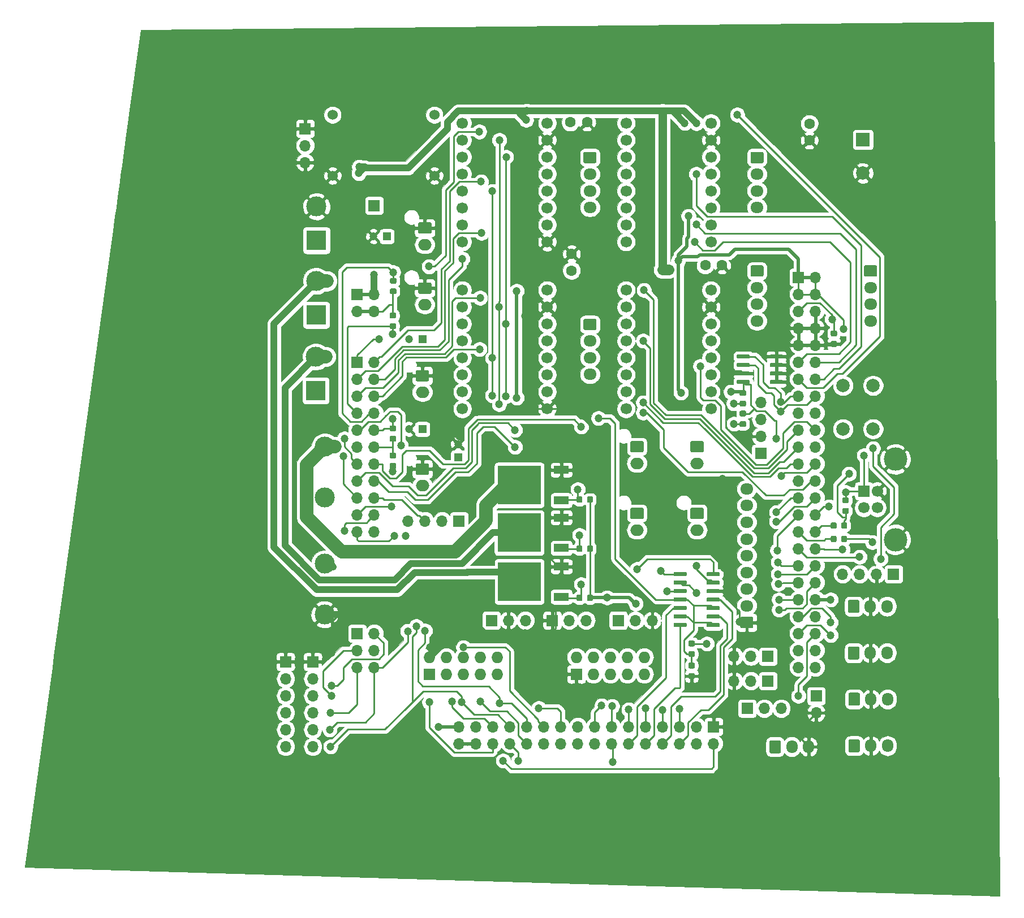
<source format=gbr>
G04 #@! TF.GenerationSoftware,KiCad,Pcbnew,(5.1.2)-2*
G04 #@! TF.CreationDate,2019-08-13T17:30:05+02:00*
G04 #@! TF.ProjectId,STM32F407VET6,53544d33-3246-4343-9037-564554362e6b,rev?*
G04 #@! TF.SameCoordinates,Original*
G04 #@! TF.FileFunction,Copper,L1,Top*
G04 #@! TF.FilePolarity,Positive*
%FSLAX46Y46*%
G04 Gerber Fmt 4.6, Leading zero omitted, Abs format (unit mm)*
G04 Created by KiCad (PCBNEW (5.1.2)-2) date 2019-08-13 17:30:05*
%MOMM*%
%LPD*%
G04 APERTURE LIST*
%ADD10O,1.700000X1.700000*%
%ADD11R,1.700000X1.700000*%
%ADD12O,2.000000X1.700000*%
%ADD13C,0.100000*%
%ADD14C,1.700000*%
%ADD15R,6.400000X5.800000*%
%ADD16R,2.200000X1.200000*%
%ADD17C,0.600000*%
%ADD18O,1.950000X1.700000*%
%ADD19C,0.875000*%
%ADD20O,1.700000X1.950000*%
%ADD21C,2.000000*%
%ADD22O,1.727200X1.727200*%
%ADD23R,1.727200X1.727200*%
%ADD24C,3.000000*%
%ADD25R,3.000000X3.000000*%
%ADD26C,1.200000*%
%ADD27R,1.200000X1.200000*%
%ADD28C,1.524000*%
%ADD29C,1.600000*%
%ADD30R,2.000000X2.000000*%
%ADD31C,3.500000*%
%ADD32C,0.800000*%
%ADD33C,0.250000*%
%ADD34C,1.000000*%
%ADD35C,1.600000*%
%ADD36C,0.500000*%
%ADD37C,1.300000*%
%ADD38C,2.000000*%
%ADD39C,0.200000*%
G04 APERTURE END LIST*
D10*
X11080000Y-27200000D03*
X8540000Y-27200000D03*
D11*
X6000000Y-27200000D03*
D12*
X17779200Y-13676800D03*
D13*
G36*
X18553704Y-10328004D02*
G01*
X18577973Y-10331604D01*
X18601771Y-10337565D01*
X18624871Y-10345830D01*
X18647049Y-10356320D01*
X18668093Y-10368933D01*
X18687798Y-10383547D01*
X18705977Y-10400023D01*
X18722453Y-10418202D01*
X18737067Y-10437907D01*
X18749680Y-10458951D01*
X18760170Y-10481129D01*
X18768435Y-10504229D01*
X18774396Y-10528027D01*
X18777996Y-10552296D01*
X18779200Y-10576800D01*
X18779200Y-11776800D01*
X18777996Y-11801304D01*
X18774396Y-11825573D01*
X18768435Y-11849371D01*
X18760170Y-11872471D01*
X18749680Y-11894649D01*
X18737067Y-11915693D01*
X18722453Y-11935398D01*
X18705977Y-11953577D01*
X18687798Y-11970053D01*
X18668093Y-11984667D01*
X18647049Y-11997280D01*
X18624871Y-12007770D01*
X18601771Y-12016035D01*
X18577973Y-12021996D01*
X18553704Y-12025596D01*
X18529200Y-12026800D01*
X17029200Y-12026800D01*
X17004696Y-12025596D01*
X16980427Y-12021996D01*
X16956629Y-12016035D01*
X16933529Y-12007770D01*
X16911351Y-11997280D01*
X16890307Y-11984667D01*
X16870602Y-11970053D01*
X16852423Y-11953577D01*
X16835947Y-11935398D01*
X16821333Y-11915693D01*
X16808720Y-11894649D01*
X16798230Y-11872471D01*
X16789965Y-11849371D01*
X16784004Y-11825573D01*
X16780404Y-11801304D01*
X16779200Y-11776800D01*
X16779200Y-10576800D01*
X16780404Y-10552296D01*
X16784004Y-10528027D01*
X16789965Y-10504229D01*
X16798230Y-10481129D01*
X16808720Y-10458951D01*
X16821333Y-10437907D01*
X16835947Y-10418202D01*
X16852423Y-10400023D01*
X16870602Y-10383547D01*
X16890307Y-10368933D01*
X16911351Y-10356320D01*
X16933529Y-10345830D01*
X16956629Y-10337565D01*
X16980427Y-10331604D01*
X17004696Y-10328004D01*
X17029200Y-10326800D01*
X18529200Y-10326800D01*
X18553704Y-10328004D01*
X18553704Y-10328004D01*
G37*
D14*
X17779200Y-11176800D03*
D12*
X8779200Y-13676800D03*
D13*
G36*
X9553704Y-10328004D02*
G01*
X9577973Y-10331604D01*
X9601771Y-10337565D01*
X9624871Y-10345830D01*
X9647049Y-10356320D01*
X9668093Y-10368933D01*
X9687798Y-10383547D01*
X9705977Y-10400023D01*
X9722453Y-10418202D01*
X9737067Y-10437907D01*
X9749680Y-10458951D01*
X9760170Y-10481129D01*
X9768435Y-10504229D01*
X9774396Y-10528027D01*
X9777996Y-10552296D01*
X9779200Y-10576800D01*
X9779200Y-11776800D01*
X9777996Y-11801304D01*
X9774396Y-11825573D01*
X9768435Y-11849371D01*
X9760170Y-11872471D01*
X9749680Y-11894649D01*
X9737067Y-11915693D01*
X9722453Y-11935398D01*
X9705977Y-11953577D01*
X9687798Y-11970053D01*
X9668093Y-11984667D01*
X9647049Y-11997280D01*
X9624871Y-12007770D01*
X9601771Y-12016035D01*
X9577973Y-12021996D01*
X9553704Y-12025596D01*
X9529200Y-12026800D01*
X8029200Y-12026800D01*
X8004696Y-12025596D01*
X7980427Y-12021996D01*
X7956629Y-12016035D01*
X7933529Y-12007770D01*
X7911351Y-11997280D01*
X7890307Y-11984667D01*
X7870602Y-11970053D01*
X7852423Y-11953577D01*
X7835947Y-11935398D01*
X7821333Y-11915693D01*
X7808720Y-11894649D01*
X7798230Y-11872471D01*
X7789965Y-11849371D01*
X7784004Y-11825573D01*
X7780404Y-11801304D01*
X7779200Y-11776800D01*
X7779200Y-10576800D01*
X7780404Y-10552296D01*
X7784004Y-10528027D01*
X7789965Y-10504229D01*
X7798230Y-10481129D01*
X7808720Y-10458951D01*
X7821333Y-10437907D01*
X7835947Y-10418202D01*
X7852423Y-10400023D01*
X7870602Y-10383547D01*
X7890307Y-10368933D01*
X7911351Y-10356320D01*
X7933529Y-10345830D01*
X7956629Y-10337565D01*
X7980427Y-10331604D01*
X8004696Y-10328004D01*
X8029200Y-10326800D01*
X9529200Y-10326800D01*
X9553704Y-10328004D01*
X9553704Y-10328004D01*
G37*
D14*
X8779200Y-11176800D03*
D12*
X17779200Y-3676800D03*
D13*
G36*
X18553704Y-328004D02*
G01*
X18577973Y-331604D01*
X18601771Y-337565D01*
X18624871Y-345830D01*
X18647049Y-356320D01*
X18668093Y-368933D01*
X18687798Y-383547D01*
X18705977Y-400023D01*
X18722453Y-418202D01*
X18737067Y-437907D01*
X18749680Y-458951D01*
X18760170Y-481129D01*
X18768435Y-504229D01*
X18774396Y-528027D01*
X18777996Y-552296D01*
X18779200Y-576800D01*
X18779200Y-1776800D01*
X18777996Y-1801304D01*
X18774396Y-1825573D01*
X18768435Y-1849371D01*
X18760170Y-1872471D01*
X18749680Y-1894649D01*
X18737067Y-1915693D01*
X18722453Y-1935398D01*
X18705977Y-1953577D01*
X18687798Y-1970053D01*
X18668093Y-1984667D01*
X18647049Y-1997280D01*
X18624871Y-2007770D01*
X18601771Y-2016035D01*
X18577973Y-2021996D01*
X18553704Y-2025596D01*
X18529200Y-2026800D01*
X17029200Y-2026800D01*
X17004696Y-2025596D01*
X16980427Y-2021996D01*
X16956629Y-2016035D01*
X16933529Y-2007770D01*
X16911351Y-1997280D01*
X16890307Y-1984667D01*
X16870602Y-1970053D01*
X16852423Y-1953577D01*
X16835947Y-1935398D01*
X16821333Y-1915693D01*
X16808720Y-1894649D01*
X16798230Y-1872471D01*
X16789965Y-1849371D01*
X16784004Y-1825573D01*
X16780404Y-1801304D01*
X16779200Y-1776800D01*
X16779200Y-576800D01*
X16780404Y-552296D01*
X16784004Y-528027D01*
X16789965Y-504229D01*
X16798230Y-481129D01*
X16808720Y-458951D01*
X16821333Y-437907D01*
X16835947Y-418202D01*
X16852423Y-400023D01*
X16870602Y-383547D01*
X16890307Y-368933D01*
X16911351Y-356320D01*
X16933529Y-345830D01*
X16956629Y-337565D01*
X16980427Y-331604D01*
X17004696Y-328004D01*
X17029200Y-326800D01*
X18529200Y-326800D01*
X18553704Y-328004D01*
X18553704Y-328004D01*
G37*
D14*
X17779200Y-1176800D03*
D12*
X8779200Y-3676800D03*
D13*
G36*
X9553704Y-328004D02*
G01*
X9577973Y-331604D01*
X9601771Y-337565D01*
X9624871Y-345830D01*
X9647049Y-356320D01*
X9668093Y-368933D01*
X9687798Y-383547D01*
X9705977Y-400023D01*
X9722453Y-418202D01*
X9737067Y-437907D01*
X9749680Y-458951D01*
X9760170Y-481129D01*
X9768435Y-504229D01*
X9774396Y-528027D01*
X9777996Y-552296D01*
X9779200Y-576800D01*
X9779200Y-1776800D01*
X9777996Y-1801304D01*
X9774396Y-1825573D01*
X9768435Y-1849371D01*
X9760170Y-1872471D01*
X9749680Y-1894649D01*
X9737067Y-1915693D01*
X9722453Y-1935398D01*
X9705977Y-1953577D01*
X9687798Y-1970053D01*
X9668093Y-1984667D01*
X9647049Y-1997280D01*
X9624871Y-2007770D01*
X9601771Y-2016035D01*
X9577973Y-2021996D01*
X9553704Y-2025596D01*
X9529200Y-2026800D01*
X8029200Y-2026800D01*
X8004696Y-2025596D01*
X7980427Y-2021996D01*
X7956629Y-2016035D01*
X7933529Y-2007770D01*
X7911351Y-1997280D01*
X7890307Y-1984667D01*
X7870602Y-1970053D01*
X7852423Y-1953577D01*
X7835947Y-1935398D01*
X7821333Y-1915693D01*
X7808720Y-1894649D01*
X7798230Y-1872471D01*
X7789965Y-1849371D01*
X7784004Y-1825573D01*
X7780404Y-1801304D01*
X7779200Y-1776800D01*
X7779200Y-576800D01*
X7780404Y-552296D01*
X7784004Y-528027D01*
X7789965Y-504229D01*
X7798230Y-481129D01*
X7808720Y-458951D01*
X7821333Y-437907D01*
X7835947Y-418202D01*
X7852423Y-400023D01*
X7870602Y-383547D01*
X7890307Y-368933D01*
X7911351Y-356320D01*
X7933529Y-345830D01*
X7956629Y-337565D01*
X7980427Y-331604D01*
X8004696Y-328004D01*
X8029200Y-326800D01*
X9529200Y-326800D01*
X9553704Y-328004D01*
X9553704Y-328004D01*
G37*
D14*
X8779200Y-1176800D03*
D10*
X39564000Y-20270000D03*
X42104000Y-20270000D03*
X44644000Y-20270000D03*
D11*
X47184000Y-20270000D03*
D10*
X27321200Y5434800D03*
X27321200Y2894800D03*
X27321200Y354800D03*
D11*
X27321200Y-2185200D03*
D10*
X-43798800Y-46101800D03*
X-43798800Y-43561800D03*
X-43798800Y-41021800D03*
X-43798800Y-38481800D03*
X-43798800Y-35941800D03*
D11*
X-43798800Y-33401800D03*
D10*
X-39734800Y-46101800D03*
X-39734800Y-43561800D03*
X-39734800Y-41021800D03*
X-39734800Y-38481800D03*
X-39734800Y-35941800D03*
D11*
X-39734800Y-33401800D03*
D10*
X23308000Y-36272000D03*
X25848000Y-36272000D03*
D11*
X28388000Y-36272000D03*
D10*
X23308000Y-32589000D03*
X25848000Y-32589000D03*
D11*
X28388000Y-32589000D03*
D10*
X35601600Y-41047200D03*
D11*
X35601600Y-38507200D03*
D15*
X-8840200Y-6935000D03*
D16*
X-2540200Y-4655000D03*
X-2540200Y-9215000D03*
D15*
X-8840200Y-14072400D03*
D16*
X-2540200Y-11792400D03*
X-2540200Y-16352400D03*
D13*
G36*
X25533503Y8807478D02*
G01*
X25548064Y8805318D01*
X25562343Y8801741D01*
X25576203Y8796782D01*
X25589510Y8790488D01*
X25602136Y8782920D01*
X25613959Y8774152D01*
X25624866Y8764266D01*
X25634752Y8753359D01*
X25643520Y8741536D01*
X25651088Y8728910D01*
X25657382Y8715603D01*
X25662341Y8701743D01*
X25665918Y8687464D01*
X25668078Y8672903D01*
X25668800Y8658200D01*
X25668800Y8358200D01*
X25668078Y8343497D01*
X25665918Y8328936D01*
X25662341Y8314657D01*
X25657382Y8300797D01*
X25651088Y8287490D01*
X25643520Y8274864D01*
X25634752Y8263041D01*
X25624866Y8252134D01*
X25613959Y8242248D01*
X25602136Y8233480D01*
X25589510Y8225912D01*
X25576203Y8219618D01*
X25562343Y8214659D01*
X25548064Y8211082D01*
X25533503Y8208922D01*
X25518800Y8208200D01*
X23868800Y8208200D01*
X23854097Y8208922D01*
X23839536Y8211082D01*
X23825257Y8214659D01*
X23811397Y8219618D01*
X23798090Y8225912D01*
X23785464Y8233480D01*
X23773641Y8242248D01*
X23762734Y8252134D01*
X23752848Y8263041D01*
X23744080Y8274864D01*
X23736512Y8287490D01*
X23730218Y8300797D01*
X23725259Y8314657D01*
X23721682Y8328936D01*
X23719522Y8343497D01*
X23718800Y8358200D01*
X23718800Y8658200D01*
X23719522Y8672903D01*
X23721682Y8687464D01*
X23725259Y8701743D01*
X23730218Y8715603D01*
X23736512Y8728910D01*
X23744080Y8741536D01*
X23752848Y8753359D01*
X23762734Y8764266D01*
X23773641Y8774152D01*
X23785464Y8782920D01*
X23798090Y8790488D01*
X23811397Y8796782D01*
X23825257Y8801741D01*
X23839536Y8805318D01*
X23854097Y8807478D01*
X23868800Y8808200D01*
X25518800Y8808200D01*
X25533503Y8807478D01*
X25533503Y8807478D01*
G37*
D17*
X24693800Y8508200D03*
D13*
G36*
X25533503Y10077478D02*
G01*
X25548064Y10075318D01*
X25562343Y10071741D01*
X25576203Y10066782D01*
X25589510Y10060488D01*
X25602136Y10052920D01*
X25613959Y10044152D01*
X25624866Y10034266D01*
X25634752Y10023359D01*
X25643520Y10011536D01*
X25651088Y9998910D01*
X25657382Y9985603D01*
X25662341Y9971743D01*
X25665918Y9957464D01*
X25668078Y9942903D01*
X25668800Y9928200D01*
X25668800Y9628200D01*
X25668078Y9613497D01*
X25665918Y9598936D01*
X25662341Y9584657D01*
X25657382Y9570797D01*
X25651088Y9557490D01*
X25643520Y9544864D01*
X25634752Y9533041D01*
X25624866Y9522134D01*
X25613959Y9512248D01*
X25602136Y9503480D01*
X25589510Y9495912D01*
X25576203Y9489618D01*
X25562343Y9484659D01*
X25548064Y9481082D01*
X25533503Y9478922D01*
X25518800Y9478200D01*
X23868800Y9478200D01*
X23854097Y9478922D01*
X23839536Y9481082D01*
X23825257Y9484659D01*
X23811397Y9489618D01*
X23798090Y9495912D01*
X23785464Y9503480D01*
X23773641Y9512248D01*
X23762734Y9522134D01*
X23752848Y9533041D01*
X23744080Y9544864D01*
X23736512Y9557490D01*
X23730218Y9570797D01*
X23725259Y9584657D01*
X23721682Y9598936D01*
X23719522Y9613497D01*
X23718800Y9628200D01*
X23718800Y9928200D01*
X23719522Y9942903D01*
X23721682Y9957464D01*
X23725259Y9971743D01*
X23730218Y9985603D01*
X23736512Y9998910D01*
X23744080Y10011536D01*
X23752848Y10023359D01*
X23762734Y10034266D01*
X23773641Y10044152D01*
X23785464Y10052920D01*
X23798090Y10060488D01*
X23811397Y10066782D01*
X23825257Y10071741D01*
X23839536Y10075318D01*
X23854097Y10077478D01*
X23868800Y10078200D01*
X25518800Y10078200D01*
X25533503Y10077478D01*
X25533503Y10077478D01*
G37*
D17*
X24693800Y9778200D03*
D13*
G36*
X25533503Y11347478D02*
G01*
X25548064Y11345318D01*
X25562343Y11341741D01*
X25576203Y11336782D01*
X25589510Y11330488D01*
X25602136Y11322920D01*
X25613959Y11314152D01*
X25624866Y11304266D01*
X25634752Y11293359D01*
X25643520Y11281536D01*
X25651088Y11268910D01*
X25657382Y11255603D01*
X25662341Y11241743D01*
X25665918Y11227464D01*
X25668078Y11212903D01*
X25668800Y11198200D01*
X25668800Y10898200D01*
X25668078Y10883497D01*
X25665918Y10868936D01*
X25662341Y10854657D01*
X25657382Y10840797D01*
X25651088Y10827490D01*
X25643520Y10814864D01*
X25634752Y10803041D01*
X25624866Y10792134D01*
X25613959Y10782248D01*
X25602136Y10773480D01*
X25589510Y10765912D01*
X25576203Y10759618D01*
X25562343Y10754659D01*
X25548064Y10751082D01*
X25533503Y10748922D01*
X25518800Y10748200D01*
X23868800Y10748200D01*
X23854097Y10748922D01*
X23839536Y10751082D01*
X23825257Y10754659D01*
X23811397Y10759618D01*
X23798090Y10765912D01*
X23785464Y10773480D01*
X23773641Y10782248D01*
X23762734Y10792134D01*
X23752848Y10803041D01*
X23744080Y10814864D01*
X23736512Y10827490D01*
X23730218Y10840797D01*
X23725259Y10854657D01*
X23721682Y10868936D01*
X23719522Y10883497D01*
X23718800Y10898200D01*
X23718800Y11198200D01*
X23719522Y11212903D01*
X23721682Y11227464D01*
X23725259Y11241743D01*
X23730218Y11255603D01*
X23736512Y11268910D01*
X23744080Y11281536D01*
X23752848Y11293359D01*
X23762734Y11304266D01*
X23773641Y11314152D01*
X23785464Y11322920D01*
X23798090Y11330488D01*
X23811397Y11336782D01*
X23825257Y11341741D01*
X23839536Y11345318D01*
X23854097Y11347478D01*
X23868800Y11348200D01*
X25518800Y11348200D01*
X25533503Y11347478D01*
X25533503Y11347478D01*
G37*
D17*
X24693800Y11048200D03*
D13*
G36*
X25533503Y12617478D02*
G01*
X25548064Y12615318D01*
X25562343Y12611741D01*
X25576203Y12606782D01*
X25589510Y12600488D01*
X25602136Y12592920D01*
X25613959Y12584152D01*
X25624866Y12574266D01*
X25634752Y12563359D01*
X25643520Y12551536D01*
X25651088Y12538910D01*
X25657382Y12525603D01*
X25662341Y12511743D01*
X25665918Y12497464D01*
X25668078Y12482903D01*
X25668800Y12468200D01*
X25668800Y12168200D01*
X25668078Y12153497D01*
X25665918Y12138936D01*
X25662341Y12124657D01*
X25657382Y12110797D01*
X25651088Y12097490D01*
X25643520Y12084864D01*
X25634752Y12073041D01*
X25624866Y12062134D01*
X25613959Y12052248D01*
X25602136Y12043480D01*
X25589510Y12035912D01*
X25576203Y12029618D01*
X25562343Y12024659D01*
X25548064Y12021082D01*
X25533503Y12018922D01*
X25518800Y12018200D01*
X23868800Y12018200D01*
X23854097Y12018922D01*
X23839536Y12021082D01*
X23825257Y12024659D01*
X23811397Y12029618D01*
X23798090Y12035912D01*
X23785464Y12043480D01*
X23773641Y12052248D01*
X23762734Y12062134D01*
X23752848Y12073041D01*
X23744080Y12084864D01*
X23736512Y12097490D01*
X23730218Y12110797D01*
X23725259Y12124657D01*
X23721682Y12138936D01*
X23719522Y12153497D01*
X23718800Y12168200D01*
X23718800Y12468200D01*
X23719522Y12482903D01*
X23721682Y12497464D01*
X23725259Y12511743D01*
X23730218Y12525603D01*
X23736512Y12538910D01*
X23744080Y12551536D01*
X23752848Y12563359D01*
X23762734Y12574266D01*
X23773641Y12584152D01*
X23785464Y12592920D01*
X23798090Y12600488D01*
X23811397Y12606782D01*
X23825257Y12611741D01*
X23839536Y12615318D01*
X23854097Y12617478D01*
X23868800Y12618200D01*
X25518800Y12618200D01*
X25533503Y12617478D01*
X25533503Y12617478D01*
G37*
D17*
X24693800Y12318200D03*
D13*
G36*
X30483503Y12617478D02*
G01*
X30498064Y12615318D01*
X30512343Y12611741D01*
X30526203Y12606782D01*
X30539510Y12600488D01*
X30552136Y12592920D01*
X30563959Y12584152D01*
X30574866Y12574266D01*
X30584752Y12563359D01*
X30593520Y12551536D01*
X30601088Y12538910D01*
X30607382Y12525603D01*
X30612341Y12511743D01*
X30615918Y12497464D01*
X30618078Y12482903D01*
X30618800Y12468200D01*
X30618800Y12168200D01*
X30618078Y12153497D01*
X30615918Y12138936D01*
X30612341Y12124657D01*
X30607382Y12110797D01*
X30601088Y12097490D01*
X30593520Y12084864D01*
X30584752Y12073041D01*
X30574866Y12062134D01*
X30563959Y12052248D01*
X30552136Y12043480D01*
X30539510Y12035912D01*
X30526203Y12029618D01*
X30512343Y12024659D01*
X30498064Y12021082D01*
X30483503Y12018922D01*
X30468800Y12018200D01*
X28818800Y12018200D01*
X28804097Y12018922D01*
X28789536Y12021082D01*
X28775257Y12024659D01*
X28761397Y12029618D01*
X28748090Y12035912D01*
X28735464Y12043480D01*
X28723641Y12052248D01*
X28712734Y12062134D01*
X28702848Y12073041D01*
X28694080Y12084864D01*
X28686512Y12097490D01*
X28680218Y12110797D01*
X28675259Y12124657D01*
X28671682Y12138936D01*
X28669522Y12153497D01*
X28668800Y12168200D01*
X28668800Y12468200D01*
X28669522Y12482903D01*
X28671682Y12497464D01*
X28675259Y12511743D01*
X28680218Y12525603D01*
X28686512Y12538910D01*
X28694080Y12551536D01*
X28702848Y12563359D01*
X28712734Y12574266D01*
X28723641Y12584152D01*
X28735464Y12592920D01*
X28748090Y12600488D01*
X28761397Y12606782D01*
X28775257Y12611741D01*
X28789536Y12615318D01*
X28804097Y12617478D01*
X28818800Y12618200D01*
X30468800Y12618200D01*
X30483503Y12617478D01*
X30483503Y12617478D01*
G37*
D17*
X29643800Y12318200D03*
D13*
G36*
X30483503Y11347478D02*
G01*
X30498064Y11345318D01*
X30512343Y11341741D01*
X30526203Y11336782D01*
X30539510Y11330488D01*
X30552136Y11322920D01*
X30563959Y11314152D01*
X30574866Y11304266D01*
X30584752Y11293359D01*
X30593520Y11281536D01*
X30601088Y11268910D01*
X30607382Y11255603D01*
X30612341Y11241743D01*
X30615918Y11227464D01*
X30618078Y11212903D01*
X30618800Y11198200D01*
X30618800Y10898200D01*
X30618078Y10883497D01*
X30615918Y10868936D01*
X30612341Y10854657D01*
X30607382Y10840797D01*
X30601088Y10827490D01*
X30593520Y10814864D01*
X30584752Y10803041D01*
X30574866Y10792134D01*
X30563959Y10782248D01*
X30552136Y10773480D01*
X30539510Y10765912D01*
X30526203Y10759618D01*
X30512343Y10754659D01*
X30498064Y10751082D01*
X30483503Y10748922D01*
X30468800Y10748200D01*
X28818800Y10748200D01*
X28804097Y10748922D01*
X28789536Y10751082D01*
X28775257Y10754659D01*
X28761397Y10759618D01*
X28748090Y10765912D01*
X28735464Y10773480D01*
X28723641Y10782248D01*
X28712734Y10792134D01*
X28702848Y10803041D01*
X28694080Y10814864D01*
X28686512Y10827490D01*
X28680218Y10840797D01*
X28675259Y10854657D01*
X28671682Y10868936D01*
X28669522Y10883497D01*
X28668800Y10898200D01*
X28668800Y11198200D01*
X28669522Y11212903D01*
X28671682Y11227464D01*
X28675259Y11241743D01*
X28680218Y11255603D01*
X28686512Y11268910D01*
X28694080Y11281536D01*
X28702848Y11293359D01*
X28712734Y11304266D01*
X28723641Y11314152D01*
X28735464Y11322920D01*
X28748090Y11330488D01*
X28761397Y11336782D01*
X28775257Y11341741D01*
X28789536Y11345318D01*
X28804097Y11347478D01*
X28818800Y11348200D01*
X30468800Y11348200D01*
X30483503Y11347478D01*
X30483503Y11347478D01*
G37*
D17*
X29643800Y11048200D03*
D13*
G36*
X30483503Y10077478D02*
G01*
X30498064Y10075318D01*
X30512343Y10071741D01*
X30526203Y10066782D01*
X30539510Y10060488D01*
X30552136Y10052920D01*
X30563959Y10044152D01*
X30574866Y10034266D01*
X30584752Y10023359D01*
X30593520Y10011536D01*
X30601088Y9998910D01*
X30607382Y9985603D01*
X30612341Y9971743D01*
X30615918Y9957464D01*
X30618078Y9942903D01*
X30618800Y9928200D01*
X30618800Y9628200D01*
X30618078Y9613497D01*
X30615918Y9598936D01*
X30612341Y9584657D01*
X30607382Y9570797D01*
X30601088Y9557490D01*
X30593520Y9544864D01*
X30584752Y9533041D01*
X30574866Y9522134D01*
X30563959Y9512248D01*
X30552136Y9503480D01*
X30539510Y9495912D01*
X30526203Y9489618D01*
X30512343Y9484659D01*
X30498064Y9481082D01*
X30483503Y9478922D01*
X30468800Y9478200D01*
X28818800Y9478200D01*
X28804097Y9478922D01*
X28789536Y9481082D01*
X28775257Y9484659D01*
X28761397Y9489618D01*
X28748090Y9495912D01*
X28735464Y9503480D01*
X28723641Y9512248D01*
X28712734Y9522134D01*
X28702848Y9533041D01*
X28694080Y9544864D01*
X28686512Y9557490D01*
X28680218Y9570797D01*
X28675259Y9584657D01*
X28671682Y9598936D01*
X28669522Y9613497D01*
X28668800Y9628200D01*
X28668800Y9928200D01*
X28669522Y9942903D01*
X28671682Y9957464D01*
X28675259Y9971743D01*
X28680218Y9985603D01*
X28686512Y9998910D01*
X28694080Y10011536D01*
X28702848Y10023359D01*
X28712734Y10034266D01*
X28723641Y10044152D01*
X28735464Y10052920D01*
X28748090Y10060488D01*
X28761397Y10066782D01*
X28775257Y10071741D01*
X28789536Y10075318D01*
X28804097Y10077478D01*
X28818800Y10078200D01*
X30468800Y10078200D01*
X30483503Y10077478D01*
X30483503Y10077478D01*
G37*
D17*
X29643800Y9778200D03*
D13*
G36*
X30483503Y8807478D02*
G01*
X30498064Y8805318D01*
X30512343Y8801741D01*
X30526203Y8796782D01*
X30539510Y8790488D01*
X30552136Y8782920D01*
X30563959Y8774152D01*
X30574866Y8764266D01*
X30584752Y8753359D01*
X30593520Y8741536D01*
X30601088Y8728910D01*
X30607382Y8715603D01*
X30612341Y8701743D01*
X30615918Y8687464D01*
X30618078Y8672903D01*
X30618800Y8658200D01*
X30618800Y8358200D01*
X30618078Y8343497D01*
X30615918Y8328936D01*
X30612341Y8314657D01*
X30607382Y8300797D01*
X30601088Y8287490D01*
X30593520Y8274864D01*
X30584752Y8263041D01*
X30574866Y8252134D01*
X30563959Y8242248D01*
X30552136Y8233480D01*
X30539510Y8225912D01*
X30526203Y8219618D01*
X30512343Y8214659D01*
X30498064Y8211082D01*
X30483503Y8208922D01*
X30468800Y8208200D01*
X28818800Y8208200D01*
X28804097Y8208922D01*
X28789536Y8211082D01*
X28775257Y8214659D01*
X28761397Y8219618D01*
X28748090Y8225912D01*
X28735464Y8233480D01*
X28723641Y8242248D01*
X28712734Y8252134D01*
X28702848Y8263041D01*
X28694080Y8274864D01*
X28686512Y8287490D01*
X28680218Y8300797D01*
X28675259Y8314657D01*
X28671682Y8328936D01*
X28669522Y8343497D01*
X28668800Y8358200D01*
X28668800Y8658200D01*
X28669522Y8672903D01*
X28671682Y8687464D01*
X28675259Y8701743D01*
X28680218Y8715603D01*
X28686512Y8728910D01*
X28694080Y8741536D01*
X28702848Y8753359D01*
X28712734Y8764266D01*
X28723641Y8774152D01*
X28735464Y8782920D01*
X28748090Y8790488D01*
X28761397Y8796782D01*
X28775257Y8801741D01*
X28789536Y8805318D01*
X28804097Y8807478D01*
X28818800Y8808200D01*
X30468800Y8808200D01*
X30483503Y8807478D01*
X30483503Y8807478D01*
G37*
D17*
X29643800Y8508200D03*
D12*
X-23335800Y-7040200D03*
D13*
G36*
X-22561296Y-3691404D02*
G01*
X-22537027Y-3695004D01*
X-22513229Y-3700965D01*
X-22490129Y-3709230D01*
X-22467951Y-3719720D01*
X-22446907Y-3732333D01*
X-22427202Y-3746947D01*
X-22409023Y-3763423D01*
X-22392547Y-3781602D01*
X-22377933Y-3801307D01*
X-22365320Y-3822351D01*
X-22354830Y-3844529D01*
X-22346565Y-3867629D01*
X-22340604Y-3891427D01*
X-22337004Y-3915696D01*
X-22335800Y-3940200D01*
X-22335800Y-5140200D01*
X-22337004Y-5164704D01*
X-22340604Y-5188973D01*
X-22346565Y-5212771D01*
X-22354830Y-5235871D01*
X-22365320Y-5258049D01*
X-22377933Y-5279093D01*
X-22392547Y-5298798D01*
X-22409023Y-5316977D01*
X-22427202Y-5333453D01*
X-22446907Y-5348067D01*
X-22467951Y-5360680D01*
X-22490129Y-5371170D01*
X-22513229Y-5379435D01*
X-22537027Y-5385396D01*
X-22561296Y-5388996D01*
X-22585800Y-5390200D01*
X-24085800Y-5390200D01*
X-24110304Y-5388996D01*
X-24134573Y-5385396D01*
X-24158371Y-5379435D01*
X-24181471Y-5371170D01*
X-24203649Y-5360680D01*
X-24224693Y-5348067D01*
X-24244398Y-5333453D01*
X-24262577Y-5316977D01*
X-24279053Y-5298798D01*
X-24293667Y-5279093D01*
X-24306280Y-5258049D01*
X-24316770Y-5235871D01*
X-24325035Y-5212771D01*
X-24330996Y-5188973D01*
X-24334596Y-5164704D01*
X-24335800Y-5140200D01*
X-24335800Y-3940200D01*
X-24334596Y-3915696D01*
X-24330996Y-3891427D01*
X-24325035Y-3867629D01*
X-24316770Y-3844529D01*
X-24306280Y-3822351D01*
X-24293667Y-3801307D01*
X-24279053Y-3781602D01*
X-24262577Y-3763423D01*
X-24244398Y-3746947D01*
X-24224693Y-3732333D01*
X-24203649Y-3719720D01*
X-24181471Y-3709230D01*
X-24158371Y-3700965D01*
X-24134573Y-3695004D01*
X-24110304Y-3691404D01*
X-24085800Y-3690200D01*
X-22585800Y-3690200D01*
X-22561296Y-3691404D01*
X-22561296Y-3691404D01*
G37*
D14*
X-23335800Y-4540200D03*
D12*
X-23335800Y6959800D03*
D13*
G36*
X-22561296Y10308596D02*
G01*
X-22537027Y10304996D01*
X-22513229Y10299035D01*
X-22490129Y10290770D01*
X-22467951Y10280280D01*
X-22446907Y10267667D01*
X-22427202Y10253053D01*
X-22409023Y10236577D01*
X-22392547Y10218398D01*
X-22377933Y10198693D01*
X-22365320Y10177649D01*
X-22354830Y10155471D01*
X-22346565Y10132371D01*
X-22340604Y10108573D01*
X-22337004Y10084304D01*
X-22335800Y10059800D01*
X-22335800Y8859800D01*
X-22337004Y8835296D01*
X-22340604Y8811027D01*
X-22346565Y8787229D01*
X-22354830Y8764129D01*
X-22365320Y8741951D01*
X-22377933Y8720907D01*
X-22392547Y8701202D01*
X-22409023Y8683023D01*
X-22427202Y8666547D01*
X-22446907Y8651933D01*
X-22467951Y8639320D01*
X-22490129Y8628830D01*
X-22513229Y8620565D01*
X-22537027Y8614604D01*
X-22561296Y8611004D01*
X-22585800Y8609800D01*
X-24085800Y8609800D01*
X-24110304Y8611004D01*
X-24134573Y8614604D01*
X-24158371Y8620565D01*
X-24181471Y8628830D01*
X-24203649Y8639320D01*
X-24224693Y8651933D01*
X-24244398Y8666547D01*
X-24262577Y8683023D01*
X-24279053Y8701202D01*
X-24293667Y8720907D01*
X-24306280Y8741951D01*
X-24316770Y8764129D01*
X-24325035Y8787229D01*
X-24330996Y8811027D01*
X-24334596Y8835296D01*
X-24335800Y8859800D01*
X-24335800Y10059800D01*
X-24334596Y10084304D01*
X-24330996Y10108573D01*
X-24325035Y10132371D01*
X-24316770Y10155471D01*
X-24306280Y10177649D01*
X-24293667Y10198693D01*
X-24279053Y10218398D01*
X-24262577Y10236577D01*
X-24244398Y10253053D01*
X-24224693Y10267667D01*
X-24203649Y10280280D01*
X-24181471Y10290770D01*
X-24158371Y10299035D01*
X-24134573Y10304996D01*
X-24110304Y10308596D01*
X-24085800Y10309800D01*
X-22585800Y10309800D01*
X-22561296Y10308596D01*
X-22561296Y10308596D01*
G37*
D14*
X-23335800Y9459800D03*
D12*
X-22970800Y20079800D03*
D13*
G36*
X-22196296Y23428596D02*
G01*
X-22172027Y23424996D01*
X-22148229Y23419035D01*
X-22125129Y23410770D01*
X-22102951Y23400280D01*
X-22081907Y23387667D01*
X-22062202Y23373053D01*
X-22044023Y23356577D01*
X-22027547Y23338398D01*
X-22012933Y23318693D01*
X-22000320Y23297649D01*
X-21989830Y23275471D01*
X-21981565Y23252371D01*
X-21975604Y23228573D01*
X-21972004Y23204304D01*
X-21970800Y23179800D01*
X-21970800Y21979800D01*
X-21972004Y21955296D01*
X-21975604Y21931027D01*
X-21981565Y21907229D01*
X-21989830Y21884129D01*
X-22000320Y21861951D01*
X-22012933Y21840907D01*
X-22027547Y21821202D01*
X-22044023Y21803023D01*
X-22062202Y21786547D01*
X-22081907Y21771933D01*
X-22102951Y21759320D01*
X-22125129Y21748830D01*
X-22148229Y21740565D01*
X-22172027Y21734604D01*
X-22196296Y21731004D01*
X-22220800Y21729800D01*
X-23720800Y21729800D01*
X-23745304Y21731004D01*
X-23769573Y21734604D01*
X-23793371Y21740565D01*
X-23816471Y21748830D01*
X-23838649Y21759320D01*
X-23859693Y21771933D01*
X-23879398Y21786547D01*
X-23897577Y21803023D01*
X-23914053Y21821202D01*
X-23928667Y21840907D01*
X-23941280Y21861951D01*
X-23951770Y21884129D01*
X-23960035Y21907229D01*
X-23965996Y21931027D01*
X-23969596Y21955296D01*
X-23970800Y21979800D01*
X-23970800Y23179800D01*
X-23969596Y23204304D01*
X-23965996Y23228573D01*
X-23960035Y23252371D01*
X-23951770Y23275471D01*
X-23941280Y23297649D01*
X-23928667Y23318693D01*
X-23914053Y23338398D01*
X-23897577Y23356577D01*
X-23879398Y23373053D01*
X-23859693Y23387667D01*
X-23838649Y23400280D01*
X-23816471Y23410770D01*
X-23793371Y23419035D01*
X-23769573Y23424996D01*
X-23745304Y23428596D01*
X-23720800Y23429800D01*
X-22220800Y23429800D01*
X-22196296Y23428596D01*
X-22196296Y23428596D01*
G37*
D14*
X-22970800Y22579800D03*
D12*
X-22970800Y29079800D03*
D13*
G36*
X-22196296Y32428596D02*
G01*
X-22172027Y32424996D01*
X-22148229Y32419035D01*
X-22125129Y32410770D01*
X-22102951Y32400280D01*
X-22081907Y32387667D01*
X-22062202Y32373053D01*
X-22044023Y32356577D01*
X-22027547Y32338398D01*
X-22012933Y32318693D01*
X-22000320Y32297649D01*
X-21989830Y32275471D01*
X-21981565Y32252371D01*
X-21975604Y32228573D01*
X-21972004Y32204304D01*
X-21970800Y32179800D01*
X-21970800Y30979800D01*
X-21972004Y30955296D01*
X-21975604Y30931027D01*
X-21981565Y30907229D01*
X-21989830Y30884129D01*
X-22000320Y30861951D01*
X-22012933Y30840907D01*
X-22027547Y30821202D01*
X-22044023Y30803023D01*
X-22062202Y30786547D01*
X-22081907Y30771933D01*
X-22102951Y30759320D01*
X-22125129Y30748830D01*
X-22148229Y30740565D01*
X-22172027Y30734604D01*
X-22196296Y30731004D01*
X-22220800Y30729800D01*
X-23720800Y30729800D01*
X-23745304Y30731004D01*
X-23769573Y30734604D01*
X-23793371Y30740565D01*
X-23816471Y30748830D01*
X-23838649Y30759320D01*
X-23859693Y30771933D01*
X-23879398Y30786547D01*
X-23897577Y30803023D01*
X-23914053Y30821202D01*
X-23928667Y30840907D01*
X-23941280Y30861951D01*
X-23951770Y30884129D01*
X-23960035Y30907229D01*
X-23965996Y30931027D01*
X-23969596Y30955296D01*
X-23970800Y30979800D01*
X-23970800Y32179800D01*
X-23969596Y32204304D01*
X-23965996Y32228573D01*
X-23960035Y32252371D01*
X-23951770Y32275471D01*
X-23941280Y32297649D01*
X-23928667Y32318693D01*
X-23914053Y32338398D01*
X-23897577Y32356577D01*
X-23879398Y32373053D01*
X-23859693Y32387667D01*
X-23838649Y32400280D01*
X-23816471Y32410770D01*
X-23793371Y32419035D01*
X-23769573Y32424996D01*
X-23745304Y32428596D01*
X-23720800Y32429800D01*
X-22220800Y32429800D01*
X-22196296Y32428596D01*
X-22196296Y32428596D01*
G37*
D14*
X-22970800Y31579800D03*
D10*
X-17840000Y-45670000D03*
X-17840000Y-43130000D03*
X-15300000Y-45670000D03*
X-15300000Y-43130000D03*
X-12760000Y-45670000D03*
X-12760000Y-43130000D03*
X-10220000Y-45670000D03*
X-10220000Y-43130000D03*
X-7680000Y-45670000D03*
X-7680000Y-43130000D03*
X-5140000Y-45670000D03*
X-5140000Y-43130000D03*
X-2600000Y-45670000D03*
X-2600000Y-43130000D03*
X-60000Y-45670000D03*
X-60000Y-43130000D03*
X2480000Y-45670000D03*
X2480000Y-43130000D03*
X5020000Y-45670000D03*
X5020000Y-43130000D03*
X7560000Y-45670000D03*
X7560000Y-43130000D03*
X10100000Y-45670000D03*
X10100000Y-43130000D03*
X12640000Y-45670000D03*
X12640000Y-43130000D03*
X15180000Y-45670000D03*
X15180000Y-43130000D03*
X17720000Y-45670000D03*
X17720000Y-43130000D03*
X20260000Y-45670000D03*
D11*
X20260000Y-43130000D03*
D10*
X35500000Y-34240000D03*
X32960000Y-34240000D03*
X35500000Y-31700000D03*
X32960000Y-31700000D03*
X35500000Y-29160000D03*
X32960000Y-29160000D03*
X35500000Y-26620000D03*
X32960000Y-26620000D03*
X35500000Y-24080000D03*
X32960000Y-24080000D03*
X35500000Y-21540000D03*
X32960000Y-21540000D03*
X35500000Y-19000000D03*
X32960000Y-19000000D03*
X35500000Y-16460000D03*
X32960000Y-16460000D03*
X35500000Y-13920000D03*
X32960000Y-13920000D03*
X35500000Y-11380000D03*
X32960000Y-11380000D03*
X35500000Y-8840000D03*
X32960000Y-8840000D03*
X35500000Y-6300000D03*
X32960000Y-6300000D03*
X35500000Y-3760000D03*
X32960000Y-3760000D03*
X35500000Y-1220000D03*
X32960000Y-1220000D03*
X35500000Y1320000D03*
X32960000Y1320000D03*
X35500000Y3860000D03*
X32960000Y3860000D03*
X35500000Y6400000D03*
X32960000Y6400000D03*
X35500000Y8940000D03*
X32960000Y8940000D03*
X35500000Y11480000D03*
X32960000Y11480000D03*
X35500000Y14020000D03*
X32960000Y14020000D03*
X35500000Y16560000D03*
X32960000Y16560000D03*
X35500000Y19100000D03*
X32960000Y19100000D03*
X35500000Y21640000D03*
X32960000Y21640000D03*
X35500000Y24180000D03*
D11*
X32960000Y24180000D03*
D18*
X43745000Y17634800D03*
X43745000Y20134800D03*
X43745000Y22634800D03*
D13*
G36*
X44494504Y25983596D02*
G01*
X44518773Y25979996D01*
X44542571Y25974035D01*
X44565671Y25965770D01*
X44587849Y25955280D01*
X44608893Y25942667D01*
X44628598Y25928053D01*
X44646777Y25911577D01*
X44663253Y25893398D01*
X44677867Y25873693D01*
X44690480Y25852649D01*
X44700970Y25830471D01*
X44709235Y25807371D01*
X44715196Y25783573D01*
X44718796Y25759304D01*
X44720000Y25734800D01*
X44720000Y24534800D01*
X44718796Y24510296D01*
X44715196Y24486027D01*
X44709235Y24462229D01*
X44700970Y24439129D01*
X44690480Y24416951D01*
X44677867Y24395907D01*
X44663253Y24376202D01*
X44646777Y24358023D01*
X44628598Y24341547D01*
X44608893Y24326933D01*
X44587849Y24314320D01*
X44565671Y24303830D01*
X44542571Y24295565D01*
X44518773Y24289604D01*
X44494504Y24286004D01*
X44470000Y24284800D01*
X43020000Y24284800D01*
X42995496Y24286004D01*
X42971227Y24289604D01*
X42947429Y24295565D01*
X42924329Y24303830D01*
X42902151Y24314320D01*
X42881107Y24326933D01*
X42861402Y24341547D01*
X42843223Y24358023D01*
X42826747Y24376202D01*
X42812133Y24395907D01*
X42799520Y24416951D01*
X42789030Y24439129D01*
X42780765Y24462229D01*
X42774804Y24486027D01*
X42771204Y24510296D01*
X42770000Y24534800D01*
X42770000Y25734800D01*
X42771204Y25759304D01*
X42774804Y25783573D01*
X42780765Y25807371D01*
X42789030Y25830471D01*
X42799520Y25852649D01*
X42812133Y25873693D01*
X42826747Y25893398D01*
X42843223Y25911577D01*
X42861402Y25928053D01*
X42881107Y25942667D01*
X42902151Y25955280D01*
X42924329Y25965770D01*
X42947429Y25974035D01*
X42971227Y25979996D01*
X42995496Y25983596D01*
X43020000Y25984800D01*
X44470000Y25984800D01*
X44494504Y25983596D01*
X44494504Y25983596D01*
G37*
D14*
X43745000Y25134800D03*
D13*
G36*
X-27468309Y-3628553D02*
G01*
X-27447074Y-3631703D01*
X-27426250Y-3636919D01*
X-27406038Y-3644151D01*
X-27386632Y-3653330D01*
X-27368219Y-3664366D01*
X-27350976Y-3677154D01*
X-27335070Y-3691570D01*
X-27320654Y-3707476D01*
X-27307866Y-3724719D01*
X-27296830Y-3743132D01*
X-27287651Y-3762538D01*
X-27280419Y-3782750D01*
X-27275203Y-3803574D01*
X-27272053Y-3824809D01*
X-27271000Y-3846250D01*
X-27271000Y-4283750D01*
X-27272053Y-4305191D01*
X-27275203Y-4326426D01*
X-27280419Y-4347250D01*
X-27287651Y-4367462D01*
X-27296830Y-4386868D01*
X-27307866Y-4405281D01*
X-27320654Y-4422524D01*
X-27335070Y-4438430D01*
X-27350976Y-4452846D01*
X-27368219Y-4465634D01*
X-27386632Y-4476670D01*
X-27406038Y-4485849D01*
X-27426250Y-4493081D01*
X-27447074Y-4498297D01*
X-27468309Y-4501447D01*
X-27489750Y-4502500D01*
X-28002250Y-4502500D01*
X-28023691Y-4501447D01*
X-28044926Y-4498297D01*
X-28065750Y-4493081D01*
X-28085962Y-4485849D01*
X-28105368Y-4476670D01*
X-28123781Y-4465634D01*
X-28141024Y-4452846D01*
X-28156930Y-4438430D01*
X-28171346Y-4422524D01*
X-28184134Y-4405281D01*
X-28195170Y-4386868D01*
X-28204349Y-4367462D01*
X-28211581Y-4347250D01*
X-28216797Y-4326426D01*
X-28219947Y-4305191D01*
X-28221000Y-4283750D01*
X-28221000Y-3846250D01*
X-28219947Y-3824809D01*
X-28216797Y-3803574D01*
X-28211581Y-3782750D01*
X-28204349Y-3762538D01*
X-28195170Y-3743132D01*
X-28184134Y-3724719D01*
X-28171346Y-3707476D01*
X-28156930Y-3691570D01*
X-28141024Y-3677154D01*
X-28123781Y-3664366D01*
X-28105368Y-3653330D01*
X-28085962Y-3644151D01*
X-28065750Y-3636919D01*
X-28044926Y-3631703D01*
X-28023691Y-3628553D01*
X-28002250Y-3627500D01*
X-27489750Y-3627500D01*
X-27468309Y-3628553D01*
X-27468309Y-3628553D01*
G37*
D19*
X-27746000Y-4065000D03*
D13*
G36*
X-27468309Y-2053553D02*
G01*
X-27447074Y-2056703D01*
X-27426250Y-2061919D01*
X-27406038Y-2069151D01*
X-27386632Y-2078330D01*
X-27368219Y-2089366D01*
X-27350976Y-2102154D01*
X-27335070Y-2116570D01*
X-27320654Y-2132476D01*
X-27307866Y-2149719D01*
X-27296830Y-2168132D01*
X-27287651Y-2187538D01*
X-27280419Y-2207750D01*
X-27275203Y-2228574D01*
X-27272053Y-2249809D01*
X-27271000Y-2271250D01*
X-27271000Y-2708750D01*
X-27272053Y-2730191D01*
X-27275203Y-2751426D01*
X-27280419Y-2772250D01*
X-27287651Y-2792462D01*
X-27296830Y-2811868D01*
X-27307866Y-2830281D01*
X-27320654Y-2847524D01*
X-27335070Y-2863430D01*
X-27350976Y-2877846D01*
X-27368219Y-2890634D01*
X-27386632Y-2901670D01*
X-27406038Y-2910849D01*
X-27426250Y-2918081D01*
X-27447074Y-2923297D01*
X-27468309Y-2926447D01*
X-27489750Y-2927500D01*
X-28002250Y-2927500D01*
X-28023691Y-2926447D01*
X-28044926Y-2923297D01*
X-28065750Y-2918081D01*
X-28085962Y-2910849D01*
X-28105368Y-2901670D01*
X-28123781Y-2890634D01*
X-28141024Y-2877846D01*
X-28156930Y-2863430D01*
X-28171346Y-2847524D01*
X-28184134Y-2830281D01*
X-28195170Y-2811868D01*
X-28204349Y-2792462D01*
X-28211581Y-2772250D01*
X-28216797Y-2751426D01*
X-28219947Y-2730191D01*
X-28221000Y-2708750D01*
X-28221000Y-2271250D01*
X-28219947Y-2249809D01*
X-28216797Y-2228574D01*
X-28211581Y-2207750D01*
X-28204349Y-2187538D01*
X-28195170Y-2168132D01*
X-28184134Y-2149719D01*
X-28171346Y-2132476D01*
X-28156930Y-2116570D01*
X-28141024Y-2102154D01*
X-28123781Y-2089366D01*
X-28105368Y-2078330D01*
X-28085962Y-2069151D01*
X-28065750Y-2061919D01*
X-28044926Y-2056703D01*
X-28023691Y-2053553D01*
X-28002250Y-2052500D01*
X-27489750Y-2052500D01*
X-27468309Y-2053553D01*
X-27468309Y-2053553D01*
G37*
D19*
X-27746000Y-2490000D03*
D13*
G36*
X-27468309Y2010647D02*
G01*
X-27447074Y2007497D01*
X-27426250Y2002281D01*
X-27406038Y1995049D01*
X-27386632Y1985870D01*
X-27368219Y1974834D01*
X-27350976Y1962046D01*
X-27335070Y1947630D01*
X-27320654Y1931724D01*
X-27307866Y1914481D01*
X-27296830Y1896068D01*
X-27287651Y1876662D01*
X-27280419Y1856450D01*
X-27275203Y1835626D01*
X-27272053Y1814391D01*
X-27271000Y1792950D01*
X-27271000Y1355450D01*
X-27272053Y1334009D01*
X-27275203Y1312774D01*
X-27280419Y1291950D01*
X-27287651Y1271738D01*
X-27296830Y1252332D01*
X-27307866Y1233919D01*
X-27320654Y1216676D01*
X-27335070Y1200770D01*
X-27350976Y1186354D01*
X-27368219Y1173566D01*
X-27386632Y1162530D01*
X-27406038Y1153351D01*
X-27426250Y1146119D01*
X-27447074Y1140903D01*
X-27468309Y1137753D01*
X-27489750Y1136700D01*
X-28002250Y1136700D01*
X-28023691Y1137753D01*
X-28044926Y1140903D01*
X-28065750Y1146119D01*
X-28085962Y1153351D01*
X-28105368Y1162530D01*
X-28123781Y1173566D01*
X-28141024Y1186354D01*
X-28156930Y1200770D01*
X-28171346Y1216676D01*
X-28184134Y1233919D01*
X-28195170Y1252332D01*
X-28204349Y1271738D01*
X-28211581Y1291950D01*
X-28216797Y1312774D01*
X-28219947Y1334009D01*
X-28221000Y1355450D01*
X-28221000Y1792950D01*
X-28219947Y1814391D01*
X-28216797Y1835626D01*
X-28211581Y1856450D01*
X-28204349Y1876662D01*
X-28195170Y1896068D01*
X-28184134Y1914481D01*
X-28171346Y1931724D01*
X-28156930Y1947630D01*
X-28141024Y1962046D01*
X-28123781Y1974834D01*
X-28105368Y1985870D01*
X-28085962Y1995049D01*
X-28065750Y2002281D01*
X-28044926Y2007497D01*
X-28023691Y2010647D01*
X-28002250Y2011700D01*
X-27489750Y2011700D01*
X-27468309Y2010647D01*
X-27468309Y2010647D01*
G37*
D19*
X-27746000Y1574200D03*
D13*
G36*
X-27468309Y435647D02*
G01*
X-27447074Y432497D01*
X-27426250Y427281D01*
X-27406038Y420049D01*
X-27386632Y410870D01*
X-27368219Y399834D01*
X-27350976Y387046D01*
X-27335070Y372630D01*
X-27320654Y356724D01*
X-27307866Y339481D01*
X-27296830Y321068D01*
X-27287651Y301662D01*
X-27280419Y281450D01*
X-27275203Y260626D01*
X-27272053Y239391D01*
X-27271000Y217950D01*
X-27271000Y-219550D01*
X-27272053Y-240991D01*
X-27275203Y-262226D01*
X-27280419Y-283050D01*
X-27287651Y-303262D01*
X-27296830Y-322668D01*
X-27307866Y-341081D01*
X-27320654Y-358324D01*
X-27335070Y-374230D01*
X-27350976Y-388646D01*
X-27368219Y-401434D01*
X-27386632Y-412470D01*
X-27406038Y-421649D01*
X-27426250Y-428881D01*
X-27447074Y-434097D01*
X-27468309Y-437247D01*
X-27489750Y-438300D01*
X-28002250Y-438300D01*
X-28023691Y-437247D01*
X-28044926Y-434097D01*
X-28065750Y-428881D01*
X-28085962Y-421649D01*
X-28105368Y-412470D01*
X-28123781Y-401434D01*
X-28141024Y-388646D01*
X-28156930Y-374230D01*
X-28171346Y-358324D01*
X-28184134Y-341081D01*
X-28195170Y-322668D01*
X-28204349Y-303262D01*
X-28211581Y-283050D01*
X-28216797Y-262226D01*
X-28219947Y-240991D01*
X-28221000Y-219550D01*
X-28221000Y217950D01*
X-28219947Y239391D01*
X-28216797Y260626D01*
X-28211581Y281450D01*
X-28204349Y301662D01*
X-28195170Y321068D01*
X-28184134Y339481D01*
X-28171346Y356724D01*
X-28156930Y372630D01*
X-28141024Y387046D01*
X-28123781Y399834D01*
X-28105368Y410870D01*
X-28085962Y420049D01*
X-28065750Y427281D01*
X-28044926Y432497D01*
X-28023691Y435647D01*
X-28002250Y436700D01*
X-27489750Y436700D01*
X-27468309Y435647D01*
X-27468309Y435647D01*
G37*
D19*
X-27746000Y-800D03*
D13*
G36*
X-27468309Y17326547D02*
G01*
X-27447074Y17323397D01*
X-27426250Y17318181D01*
X-27406038Y17310949D01*
X-27386632Y17301770D01*
X-27368219Y17290734D01*
X-27350976Y17277946D01*
X-27335070Y17263530D01*
X-27320654Y17247624D01*
X-27307866Y17230381D01*
X-27296830Y17211968D01*
X-27287651Y17192562D01*
X-27280419Y17172350D01*
X-27275203Y17151526D01*
X-27272053Y17130291D01*
X-27271000Y17108850D01*
X-27271000Y16671350D01*
X-27272053Y16649909D01*
X-27275203Y16628674D01*
X-27280419Y16607850D01*
X-27287651Y16587638D01*
X-27296830Y16568232D01*
X-27307866Y16549819D01*
X-27320654Y16532576D01*
X-27335070Y16516670D01*
X-27350976Y16502254D01*
X-27368219Y16489466D01*
X-27386632Y16478430D01*
X-27406038Y16469251D01*
X-27426250Y16462019D01*
X-27447074Y16456803D01*
X-27468309Y16453653D01*
X-27489750Y16452600D01*
X-28002250Y16452600D01*
X-28023691Y16453653D01*
X-28044926Y16456803D01*
X-28065750Y16462019D01*
X-28085962Y16469251D01*
X-28105368Y16478430D01*
X-28123781Y16489466D01*
X-28141024Y16502254D01*
X-28156930Y16516670D01*
X-28171346Y16532576D01*
X-28184134Y16549819D01*
X-28195170Y16568232D01*
X-28204349Y16587638D01*
X-28211581Y16607850D01*
X-28216797Y16628674D01*
X-28219947Y16649909D01*
X-28221000Y16671350D01*
X-28221000Y17108850D01*
X-28219947Y17130291D01*
X-28216797Y17151526D01*
X-28211581Y17172350D01*
X-28204349Y17192562D01*
X-28195170Y17211968D01*
X-28184134Y17230381D01*
X-28171346Y17247624D01*
X-28156930Y17263530D01*
X-28141024Y17277946D01*
X-28123781Y17290734D01*
X-28105368Y17301770D01*
X-28085962Y17310949D01*
X-28065750Y17318181D01*
X-28044926Y17323397D01*
X-28023691Y17326547D01*
X-28002250Y17327600D01*
X-27489750Y17327600D01*
X-27468309Y17326547D01*
X-27468309Y17326547D01*
G37*
D19*
X-27746000Y16890100D03*
D13*
G36*
X-27468309Y18901547D02*
G01*
X-27447074Y18898397D01*
X-27426250Y18893181D01*
X-27406038Y18885949D01*
X-27386632Y18876770D01*
X-27368219Y18865734D01*
X-27350976Y18852946D01*
X-27335070Y18838530D01*
X-27320654Y18822624D01*
X-27307866Y18805381D01*
X-27296830Y18786968D01*
X-27287651Y18767562D01*
X-27280419Y18747350D01*
X-27275203Y18726526D01*
X-27272053Y18705291D01*
X-27271000Y18683850D01*
X-27271000Y18246350D01*
X-27272053Y18224909D01*
X-27275203Y18203674D01*
X-27280419Y18182850D01*
X-27287651Y18162638D01*
X-27296830Y18143232D01*
X-27307866Y18124819D01*
X-27320654Y18107576D01*
X-27335070Y18091670D01*
X-27350976Y18077254D01*
X-27368219Y18064466D01*
X-27386632Y18053430D01*
X-27406038Y18044251D01*
X-27426250Y18037019D01*
X-27447074Y18031803D01*
X-27468309Y18028653D01*
X-27489750Y18027600D01*
X-28002250Y18027600D01*
X-28023691Y18028653D01*
X-28044926Y18031803D01*
X-28065750Y18037019D01*
X-28085962Y18044251D01*
X-28105368Y18053430D01*
X-28123781Y18064466D01*
X-28141024Y18077254D01*
X-28156930Y18091670D01*
X-28171346Y18107576D01*
X-28184134Y18124819D01*
X-28195170Y18143232D01*
X-28204349Y18162638D01*
X-28211581Y18182850D01*
X-28216797Y18203674D01*
X-28219947Y18224909D01*
X-28221000Y18246350D01*
X-28221000Y18683850D01*
X-28219947Y18705291D01*
X-28216797Y18726526D01*
X-28211581Y18747350D01*
X-28204349Y18767562D01*
X-28195170Y18786968D01*
X-28184134Y18805381D01*
X-28171346Y18822624D01*
X-28156930Y18838530D01*
X-28141024Y18852946D01*
X-28123781Y18865734D01*
X-28105368Y18876770D01*
X-28085962Y18885949D01*
X-28065750Y18893181D01*
X-28044926Y18898397D01*
X-28023691Y18901547D01*
X-28002250Y18902600D01*
X-27489750Y18902600D01*
X-27468309Y18901547D01*
X-27468309Y18901547D01*
G37*
D19*
X-27746000Y18465100D03*
D13*
G36*
X-27417509Y24108647D02*
G01*
X-27396274Y24105497D01*
X-27375450Y24100281D01*
X-27355238Y24093049D01*
X-27335832Y24083870D01*
X-27317419Y24072834D01*
X-27300176Y24060046D01*
X-27284270Y24045630D01*
X-27269854Y24029724D01*
X-27257066Y24012481D01*
X-27246030Y23994068D01*
X-27236851Y23974662D01*
X-27229619Y23954450D01*
X-27224403Y23933626D01*
X-27221253Y23912391D01*
X-27220200Y23890950D01*
X-27220200Y23453450D01*
X-27221253Y23432009D01*
X-27224403Y23410774D01*
X-27229619Y23389950D01*
X-27236851Y23369738D01*
X-27246030Y23350332D01*
X-27257066Y23331919D01*
X-27269854Y23314676D01*
X-27284270Y23298770D01*
X-27300176Y23284354D01*
X-27317419Y23271566D01*
X-27335832Y23260530D01*
X-27355238Y23251351D01*
X-27375450Y23244119D01*
X-27396274Y23238903D01*
X-27417509Y23235753D01*
X-27438950Y23234700D01*
X-27951450Y23234700D01*
X-27972891Y23235753D01*
X-27994126Y23238903D01*
X-28014950Y23244119D01*
X-28035162Y23251351D01*
X-28054568Y23260530D01*
X-28072981Y23271566D01*
X-28090224Y23284354D01*
X-28106130Y23298770D01*
X-28120546Y23314676D01*
X-28133334Y23331919D01*
X-28144370Y23350332D01*
X-28153549Y23369738D01*
X-28160781Y23389950D01*
X-28165997Y23410774D01*
X-28169147Y23432009D01*
X-28170200Y23453450D01*
X-28170200Y23890950D01*
X-28169147Y23912391D01*
X-28165997Y23933626D01*
X-28160781Y23954450D01*
X-28153549Y23974662D01*
X-28144370Y23994068D01*
X-28133334Y24012481D01*
X-28120546Y24029724D01*
X-28106130Y24045630D01*
X-28090224Y24060046D01*
X-28072981Y24072834D01*
X-28054568Y24083870D01*
X-28035162Y24093049D01*
X-28014950Y24100281D01*
X-27994126Y24105497D01*
X-27972891Y24108647D01*
X-27951450Y24109700D01*
X-27438950Y24109700D01*
X-27417509Y24108647D01*
X-27417509Y24108647D01*
G37*
D19*
X-27695200Y23672200D03*
D13*
G36*
X-27417509Y22533647D02*
G01*
X-27396274Y22530497D01*
X-27375450Y22525281D01*
X-27355238Y22518049D01*
X-27335832Y22508870D01*
X-27317419Y22497834D01*
X-27300176Y22485046D01*
X-27284270Y22470630D01*
X-27269854Y22454724D01*
X-27257066Y22437481D01*
X-27246030Y22419068D01*
X-27236851Y22399662D01*
X-27229619Y22379450D01*
X-27224403Y22358626D01*
X-27221253Y22337391D01*
X-27220200Y22315950D01*
X-27220200Y21878450D01*
X-27221253Y21857009D01*
X-27224403Y21835774D01*
X-27229619Y21814950D01*
X-27236851Y21794738D01*
X-27246030Y21775332D01*
X-27257066Y21756919D01*
X-27269854Y21739676D01*
X-27284270Y21723770D01*
X-27300176Y21709354D01*
X-27317419Y21696566D01*
X-27335832Y21685530D01*
X-27355238Y21676351D01*
X-27375450Y21669119D01*
X-27396274Y21663903D01*
X-27417509Y21660753D01*
X-27438950Y21659700D01*
X-27951450Y21659700D01*
X-27972891Y21660753D01*
X-27994126Y21663903D01*
X-28014950Y21669119D01*
X-28035162Y21676351D01*
X-28054568Y21685530D01*
X-28072981Y21696566D01*
X-28090224Y21709354D01*
X-28106130Y21723770D01*
X-28120546Y21739676D01*
X-28133334Y21756919D01*
X-28144370Y21775332D01*
X-28153549Y21794738D01*
X-28160781Y21814950D01*
X-28165997Y21835774D01*
X-28169147Y21857009D01*
X-28170200Y21878450D01*
X-28170200Y22315950D01*
X-28169147Y22337391D01*
X-28165997Y22358626D01*
X-28160781Y22379450D01*
X-28153549Y22399662D01*
X-28144370Y22419068D01*
X-28133334Y22437481D01*
X-28120546Y22454724D01*
X-28106130Y22470630D01*
X-28090224Y22485046D01*
X-28072981Y22497834D01*
X-28054568Y22508870D01*
X-28035162Y22518049D01*
X-28014950Y22525281D01*
X-27994126Y22530497D01*
X-27972891Y22533647D01*
X-27951450Y22534700D01*
X-27438950Y22534700D01*
X-27417509Y22533647D01*
X-27417509Y22533647D01*
G37*
D19*
X-27695200Y22097200D03*
D13*
G36*
X40277691Y-8776053D02*
G01*
X40298926Y-8779203D01*
X40319750Y-8784419D01*
X40339962Y-8791651D01*
X40359368Y-8800830D01*
X40377781Y-8811866D01*
X40395024Y-8824654D01*
X40410930Y-8839070D01*
X40425346Y-8854976D01*
X40438134Y-8872219D01*
X40449170Y-8890632D01*
X40458349Y-8910038D01*
X40465581Y-8930250D01*
X40470797Y-8951074D01*
X40473947Y-8972309D01*
X40475000Y-8993750D01*
X40475000Y-9431250D01*
X40473947Y-9452691D01*
X40470797Y-9473926D01*
X40465581Y-9494750D01*
X40458349Y-9514962D01*
X40449170Y-9534368D01*
X40438134Y-9552781D01*
X40425346Y-9570024D01*
X40410930Y-9585930D01*
X40395024Y-9600346D01*
X40377781Y-9613134D01*
X40359368Y-9624170D01*
X40339962Y-9633349D01*
X40319750Y-9640581D01*
X40298926Y-9645797D01*
X40277691Y-9648947D01*
X40256250Y-9650000D01*
X39743750Y-9650000D01*
X39722309Y-9648947D01*
X39701074Y-9645797D01*
X39680250Y-9640581D01*
X39660038Y-9633349D01*
X39640632Y-9624170D01*
X39622219Y-9613134D01*
X39604976Y-9600346D01*
X39589070Y-9585930D01*
X39574654Y-9570024D01*
X39561866Y-9552781D01*
X39550830Y-9534368D01*
X39541651Y-9514962D01*
X39534419Y-9494750D01*
X39529203Y-9473926D01*
X39526053Y-9452691D01*
X39525000Y-9431250D01*
X39525000Y-8993750D01*
X39526053Y-8972309D01*
X39529203Y-8951074D01*
X39534419Y-8930250D01*
X39541651Y-8910038D01*
X39550830Y-8890632D01*
X39561866Y-8872219D01*
X39574654Y-8854976D01*
X39589070Y-8839070D01*
X39604976Y-8824654D01*
X39622219Y-8811866D01*
X39640632Y-8800830D01*
X39660038Y-8791651D01*
X39680250Y-8784419D01*
X39701074Y-8779203D01*
X39722309Y-8776053D01*
X39743750Y-8775000D01*
X40256250Y-8775000D01*
X40277691Y-8776053D01*
X40277691Y-8776053D01*
G37*
D19*
X40000000Y-9212500D03*
D13*
G36*
X40277691Y-10351053D02*
G01*
X40298926Y-10354203D01*
X40319750Y-10359419D01*
X40339962Y-10366651D01*
X40359368Y-10375830D01*
X40377781Y-10386866D01*
X40395024Y-10399654D01*
X40410930Y-10414070D01*
X40425346Y-10429976D01*
X40438134Y-10447219D01*
X40449170Y-10465632D01*
X40458349Y-10485038D01*
X40465581Y-10505250D01*
X40470797Y-10526074D01*
X40473947Y-10547309D01*
X40475000Y-10568750D01*
X40475000Y-11006250D01*
X40473947Y-11027691D01*
X40470797Y-11048926D01*
X40465581Y-11069750D01*
X40458349Y-11089962D01*
X40449170Y-11109368D01*
X40438134Y-11127781D01*
X40425346Y-11145024D01*
X40410930Y-11160930D01*
X40395024Y-11175346D01*
X40377781Y-11188134D01*
X40359368Y-11199170D01*
X40339962Y-11208349D01*
X40319750Y-11215581D01*
X40298926Y-11220797D01*
X40277691Y-11223947D01*
X40256250Y-11225000D01*
X39743750Y-11225000D01*
X39722309Y-11223947D01*
X39701074Y-11220797D01*
X39680250Y-11215581D01*
X39660038Y-11208349D01*
X39640632Y-11199170D01*
X39622219Y-11188134D01*
X39604976Y-11175346D01*
X39589070Y-11160930D01*
X39574654Y-11145024D01*
X39561866Y-11127781D01*
X39550830Y-11109368D01*
X39541651Y-11089962D01*
X39534419Y-11069750D01*
X39529203Y-11048926D01*
X39526053Y-11027691D01*
X39525000Y-11006250D01*
X39525000Y-10568750D01*
X39526053Y-10547309D01*
X39529203Y-10526074D01*
X39534419Y-10505250D01*
X39541651Y-10485038D01*
X39550830Y-10465632D01*
X39561866Y-10447219D01*
X39574654Y-10429976D01*
X39589070Y-10414070D01*
X39604976Y-10399654D01*
X39622219Y-10386866D01*
X39640632Y-10375830D01*
X39660038Y-10366651D01*
X39680250Y-10359419D01*
X39701074Y-10354203D01*
X39722309Y-10351053D01*
X39743750Y-10350000D01*
X40256250Y-10350000D01*
X40277691Y-10351053D01*
X40277691Y-10351053D01*
G37*
D19*
X40000000Y-10787500D03*
D13*
G36*
X24906491Y2645347D02*
G01*
X24927726Y2642197D01*
X24948550Y2636981D01*
X24968762Y2629749D01*
X24988168Y2620570D01*
X25006581Y2609534D01*
X25023824Y2596746D01*
X25039730Y2582330D01*
X25054146Y2566424D01*
X25066934Y2549181D01*
X25077970Y2530768D01*
X25087149Y2511362D01*
X25094381Y2491150D01*
X25099597Y2470326D01*
X25102747Y2449091D01*
X25103800Y2427650D01*
X25103800Y1990150D01*
X25102747Y1968709D01*
X25099597Y1947474D01*
X25094381Y1926650D01*
X25087149Y1906438D01*
X25077970Y1887032D01*
X25066934Y1868619D01*
X25054146Y1851376D01*
X25039730Y1835470D01*
X25023824Y1821054D01*
X25006581Y1808266D01*
X24988168Y1797230D01*
X24968762Y1788051D01*
X24948550Y1780819D01*
X24927726Y1775603D01*
X24906491Y1772453D01*
X24885050Y1771400D01*
X24372550Y1771400D01*
X24351109Y1772453D01*
X24329874Y1775603D01*
X24309050Y1780819D01*
X24288838Y1788051D01*
X24269432Y1797230D01*
X24251019Y1808266D01*
X24233776Y1821054D01*
X24217870Y1835470D01*
X24203454Y1851376D01*
X24190666Y1868619D01*
X24179630Y1887032D01*
X24170451Y1906438D01*
X24163219Y1926650D01*
X24158003Y1947474D01*
X24154853Y1968709D01*
X24153800Y1990150D01*
X24153800Y2427650D01*
X24154853Y2449091D01*
X24158003Y2470326D01*
X24163219Y2491150D01*
X24170451Y2511362D01*
X24179630Y2530768D01*
X24190666Y2549181D01*
X24203454Y2566424D01*
X24217870Y2582330D01*
X24233776Y2596746D01*
X24251019Y2609534D01*
X24269432Y2620570D01*
X24288838Y2629749D01*
X24309050Y2636981D01*
X24329874Y2642197D01*
X24351109Y2645347D01*
X24372550Y2646400D01*
X24885050Y2646400D01*
X24906491Y2645347D01*
X24906491Y2645347D01*
G37*
D19*
X24628800Y2208900D03*
D13*
G36*
X24906491Y4220347D02*
G01*
X24927726Y4217197D01*
X24948550Y4211981D01*
X24968762Y4204749D01*
X24988168Y4195570D01*
X25006581Y4184534D01*
X25023824Y4171746D01*
X25039730Y4157330D01*
X25054146Y4141424D01*
X25066934Y4124181D01*
X25077970Y4105768D01*
X25087149Y4086362D01*
X25094381Y4066150D01*
X25099597Y4045326D01*
X25102747Y4024091D01*
X25103800Y4002650D01*
X25103800Y3565150D01*
X25102747Y3543709D01*
X25099597Y3522474D01*
X25094381Y3501650D01*
X25087149Y3481438D01*
X25077970Y3462032D01*
X25066934Y3443619D01*
X25054146Y3426376D01*
X25039730Y3410470D01*
X25023824Y3396054D01*
X25006581Y3383266D01*
X24988168Y3372230D01*
X24968762Y3363051D01*
X24948550Y3355819D01*
X24927726Y3350603D01*
X24906491Y3347453D01*
X24885050Y3346400D01*
X24372550Y3346400D01*
X24351109Y3347453D01*
X24329874Y3350603D01*
X24309050Y3355819D01*
X24288838Y3363051D01*
X24269432Y3372230D01*
X24251019Y3383266D01*
X24233776Y3396054D01*
X24217870Y3410470D01*
X24203454Y3426376D01*
X24190666Y3443619D01*
X24179630Y3462032D01*
X24170451Y3481438D01*
X24163219Y3501650D01*
X24158003Y3522474D01*
X24154853Y3543709D01*
X24153800Y3565150D01*
X24153800Y4002650D01*
X24154853Y4024091D01*
X24158003Y4045326D01*
X24163219Y4066150D01*
X24170451Y4086362D01*
X24179630Y4105768D01*
X24190666Y4124181D01*
X24203454Y4141424D01*
X24217870Y4157330D01*
X24233776Y4171746D01*
X24251019Y4184534D01*
X24269432Y4195570D01*
X24288838Y4204749D01*
X24309050Y4211981D01*
X24329874Y4217197D01*
X24351109Y4220347D01*
X24372550Y4221400D01*
X24885050Y4221400D01*
X24906491Y4220347D01*
X24906491Y4220347D01*
G37*
D19*
X24628800Y3783900D03*
D13*
G36*
X24906491Y7293847D02*
G01*
X24927726Y7290697D01*
X24948550Y7285481D01*
X24968762Y7278249D01*
X24988168Y7269070D01*
X25006581Y7258034D01*
X25023824Y7245246D01*
X25039730Y7230830D01*
X25054146Y7214924D01*
X25066934Y7197681D01*
X25077970Y7179268D01*
X25087149Y7159862D01*
X25094381Y7139650D01*
X25099597Y7118826D01*
X25102747Y7097591D01*
X25103800Y7076150D01*
X25103800Y6638650D01*
X25102747Y6617209D01*
X25099597Y6595974D01*
X25094381Y6575150D01*
X25087149Y6554938D01*
X25077970Y6535532D01*
X25066934Y6517119D01*
X25054146Y6499876D01*
X25039730Y6483970D01*
X25023824Y6469554D01*
X25006581Y6456766D01*
X24988168Y6445730D01*
X24968762Y6436551D01*
X24948550Y6429319D01*
X24927726Y6424103D01*
X24906491Y6420953D01*
X24885050Y6419900D01*
X24372550Y6419900D01*
X24351109Y6420953D01*
X24329874Y6424103D01*
X24309050Y6429319D01*
X24288838Y6436551D01*
X24269432Y6445730D01*
X24251019Y6456766D01*
X24233776Y6469554D01*
X24217870Y6483970D01*
X24203454Y6499876D01*
X24190666Y6517119D01*
X24179630Y6535532D01*
X24170451Y6554938D01*
X24163219Y6575150D01*
X24158003Y6595974D01*
X24154853Y6617209D01*
X24153800Y6638650D01*
X24153800Y7076150D01*
X24154853Y7097591D01*
X24158003Y7118826D01*
X24163219Y7139650D01*
X24170451Y7159862D01*
X24179630Y7179268D01*
X24190666Y7197681D01*
X24203454Y7214924D01*
X24217870Y7230830D01*
X24233776Y7245246D01*
X24251019Y7258034D01*
X24269432Y7269070D01*
X24288838Y7278249D01*
X24309050Y7285481D01*
X24329874Y7290697D01*
X24351109Y7293847D01*
X24372550Y7294900D01*
X24885050Y7294900D01*
X24906491Y7293847D01*
X24906491Y7293847D01*
G37*
D19*
X24628800Y6857400D03*
D13*
G36*
X24906491Y5718847D02*
G01*
X24927726Y5715697D01*
X24948550Y5710481D01*
X24968762Y5703249D01*
X24988168Y5694070D01*
X25006581Y5683034D01*
X25023824Y5670246D01*
X25039730Y5655830D01*
X25054146Y5639924D01*
X25066934Y5622681D01*
X25077970Y5604268D01*
X25087149Y5584862D01*
X25094381Y5564650D01*
X25099597Y5543826D01*
X25102747Y5522591D01*
X25103800Y5501150D01*
X25103800Y5063650D01*
X25102747Y5042209D01*
X25099597Y5020974D01*
X25094381Y5000150D01*
X25087149Y4979938D01*
X25077970Y4960532D01*
X25066934Y4942119D01*
X25054146Y4924876D01*
X25039730Y4908970D01*
X25023824Y4894554D01*
X25006581Y4881766D01*
X24988168Y4870730D01*
X24968762Y4861551D01*
X24948550Y4854319D01*
X24927726Y4849103D01*
X24906491Y4845953D01*
X24885050Y4844900D01*
X24372550Y4844900D01*
X24351109Y4845953D01*
X24329874Y4849103D01*
X24309050Y4854319D01*
X24288838Y4861551D01*
X24269432Y4870730D01*
X24251019Y4881766D01*
X24233776Y4894554D01*
X24217870Y4908970D01*
X24203454Y4924876D01*
X24190666Y4942119D01*
X24179630Y4960532D01*
X24170451Y4979938D01*
X24163219Y5000150D01*
X24158003Y5020974D01*
X24154853Y5042209D01*
X24153800Y5063650D01*
X24153800Y5501150D01*
X24154853Y5522591D01*
X24158003Y5543826D01*
X24163219Y5564650D01*
X24170451Y5584862D01*
X24179630Y5604268D01*
X24190666Y5622681D01*
X24203454Y5639924D01*
X24217870Y5655830D01*
X24233776Y5670246D01*
X24251019Y5683034D01*
X24269432Y5694070D01*
X24288838Y5703249D01*
X24309050Y5710481D01*
X24329874Y5715697D01*
X24351109Y5718847D01*
X24372550Y5719900D01*
X24885050Y5719900D01*
X24906491Y5718847D01*
X24906491Y5718847D01*
G37*
D19*
X24628800Y5282400D03*
D20*
X46215000Y-32081000D03*
X43715000Y-32081000D03*
D13*
G36*
X41839504Y-31107204D02*
G01*
X41863773Y-31110804D01*
X41887571Y-31116765D01*
X41910671Y-31125030D01*
X41932849Y-31135520D01*
X41953893Y-31148133D01*
X41973598Y-31162747D01*
X41991777Y-31179223D01*
X42008253Y-31197402D01*
X42022867Y-31217107D01*
X42035480Y-31238151D01*
X42045970Y-31260329D01*
X42054235Y-31283429D01*
X42060196Y-31307227D01*
X42063796Y-31331496D01*
X42065000Y-31356000D01*
X42065000Y-32806000D01*
X42063796Y-32830504D01*
X42060196Y-32854773D01*
X42054235Y-32878571D01*
X42045970Y-32901671D01*
X42035480Y-32923849D01*
X42022867Y-32944893D01*
X42008253Y-32964598D01*
X41991777Y-32982777D01*
X41973598Y-32999253D01*
X41953893Y-33013867D01*
X41932849Y-33026480D01*
X41910671Y-33036970D01*
X41887571Y-33045235D01*
X41863773Y-33051196D01*
X41839504Y-33054796D01*
X41815000Y-33056000D01*
X40615000Y-33056000D01*
X40590496Y-33054796D01*
X40566227Y-33051196D01*
X40542429Y-33045235D01*
X40519329Y-33036970D01*
X40497151Y-33026480D01*
X40476107Y-33013867D01*
X40456402Y-32999253D01*
X40438223Y-32982777D01*
X40421747Y-32964598D01*
X40407133Y-32944893D01*
X40394520Y-32923849D01*
X40384030Y-32901671D01*
X40375765Y-32878571D01*
X40369804Y-32854773D01*
X40366204Y-32830504D01*
X40365000Y-32806000D01*
X40365000Y-31356000D01*
X40366204Y-31331496D01*
X40369804Y-31307227D01*
X40375765Y-31283429D01*
X40384030Y-31260329D01*
X40394520Y-31238151D01*
X40407133Y-31217107D01*
X40421747Y-31197402D01*
X40438223Y-31179223D01*
X40456402Y-31162747D01*
X40476107Y-31148133D01*
X40497151Y-31135520D01*
X40519329Y-31125030D01*
X40542429Y-31116765D01*
X40566227Y-31110804D01*
X40590496Y-31107204D01*
X40615000Y-31106000D01*
X41815000Y-31106000D01*
X41839504Y-31107204D01*
X41839504Y-31107204D01*
G37*
D14*
X41215000Y-32081000D03*
D18*
X26745000Y34634800D03*
X26745000Y37134800D03*
X26745000Y39634800D03*
D13*
G36*
X27494504Y42983596D02*
G01*
X27518773Y42979996D01*
X27542571Y42974035D01*
X27565671Y42965770D01*
X27587849Y42955280D01*
X27608893Y42942667D01*
X27628598Y42928053D01*
X27646777Y42911577D01*
X27663253Y42893398D01*
X27677867Y42873693D01*
X27690480Y42852649D01*
X27700970Y42830471D01*
X27709235Y42807371D01*
X27715196Y42783573D01*
X27718796Y42759304D01*
X27720000Y42734800D01*
X27720000Y41534800D01*
X27718796Y41510296D01*
X27715196Y41486027D01*
X27709235Y41462229D01*
X27700970Y41439129D01*
X27690480Y41416951D01*
X27677867Y41395907D01*
X27663253Y41376202D01*
X27646777Y41358023D01*
X27628598Y41341547D01*
X27608893Y41326933D01*
X27587849Y41314320D01*
X27565671Y41303830D01*
X27542571Y41295565D01*
X27518773Y41289604D01*
X27494504Y41286004D01*
X27470000Y41284800D01*
X26020000Y41284800D01*
X25995496Y41286004D01*
X25971227Y41289604D01*
X25947429Y41295565D01*
X25924329Y41303830D01*
X25902151Y41314320D01*
X25881107Y41326933D01*
X25861402Y41341547D01*
X25843223Y41358023D01*
X25826747Y41376202D01*
X25812133Y41395907D01*
X25799520Y41416951D01*
X25789030Y41439129D01*
X25780765Y41462229D01*
X25774804Y41486027D01*
X25771204Y41510296D01*
X25770000Y41534800D01*
X25770000Y42734800D01*
X25771204Y42759304D01*
X25774804Y42783573D01*
X25780765Y42807371D01*
X25789030Y42830471D01*
X25799520Y42852649D01*
X25812133Y42873693D01*
X25826747Y42893398D01*
X25843223Y42911577D01*
X25861402Y42928053D01*
X25881107Y42942667D01*
X25902151Y42955280D01*
X25924329Y42965770D01*
X25947429Y42974035D01*
X25971227Y42979996D01*
X25995496Y42983596D01*
X26020000Y42984800D01*
X27470000Y42984800D01*
X27494504Y42983596D01*
X27494504Y42983596D01*
G37*
D14*
X26745000Y42134800D03*
D20*
X46278500Y-39002500D03*
X43778500Y-39002500D03*
D13*
G36*
X41903004Y-38028704D02*
G01*
X41927273Y-38032304D01*
X41951071Y-38038265D01*
X41974171Y-38046530D01*
X41996349Y-38057020D01*
X42017393Y-38069633D01*
X42037098Y-38084247D01*
X42055277Y-38100723D01*
X42071753Y-38118902D01*
X42086367Y-38138607D01*
X42098980Y-38159651D01*
X42109470Y-38181829D01*
X42117735Y-38204929D01*
X42123696Y-38228727D01*
X42127296Y-38252996D01*
X42128500Y-38277500D01*
X42128500Y-39727500D01*
X42127296Y-39752004D01*
X42123696Y-39776273D01*
X42117735Y-39800071D01*
X42109470Y-39823171D01*
X42098980Y-39845349D01*
X42086367Y-39866393D01*
X42071753Y-39886098D01*
X42055277Y-39904277D01*
X42037098Y-39920753D01*
X42017393Y-39935367D01*
X41996349Y-39947980D01*
X41974171Y-39958470D01*
X41951071Y-39966735D01*
X41927273Y-39972696D01*
X41903004Y-39976296D01*
X41878500Y-39977500D01*
X40678500Y-39977500D01*
X40653996Y-39976296D01*
X40629727Y-39972696D01*
X40605929Y-39966735D01*
X40582829Y-39958470D01*
X40560651Y-39947980D01*
X40539607Y-39935367D01*
X40519902Y-39920753D01*
X40501723Y-39904277D01*
X40485247Y-39886098D01*
X40470633Y-39866393D01*
X40458020Y-39845349D01*
X40447530Y-39823171D01*
X40439265Y-39800071D01*
X40433304Y-39776273D01*
X40429704Y-39752004D01*
X40428500Y-39727500D01*
X40428500Y-38277500D01*
X40429704Y-38252996D01*
X40433304Y-38228727D01*
X40439265Y-38204929D01*
X40447530Y-38181829D01*
X40458020Y-38159651D01*
X40470633Y-38138607D01*
X40485247Y-38118902D01*
X40501723Y-38100723D01*
X40519902Y-38084247D01*
X40539607Y-38069633D01*
X40560651Y-38057020D01*
X40582829Y-38046530D01*
X40605929Y-38038265D01*
X40629727Y-38032304D01*
X40653996Y-38028704D01*
X40678500Y-38027500D01*
X41878500Y-38027500D01*
X41903004Y-38028704D01*
X41903004Y-38028704D01*
G37*
D14*
X41278500Y-39002500D03*
D20*
X46278500Y-45987500D03*
X43778500Y-45987500D03*
D13*
G36*
X41903004Y-45013704D02*
G01*
X41927273Y-45017304D01*
X41951071Y-45023265D01*
X41974171Y-45031530D01*
X41996349Y-45042020D01*
X42017393Y-45054633D01*
X42037098Y-45069247D01*
X42055277Y-45085723D01*
X42071753Y-45103902D01*
X42086367Y-45123607D01*
X42098980Y-45144651D01*
X42109470Y-45166829D01*
X42117735Y-45189929D01*
X42123696Y-45213727D01*
X42127296Y-45237996D01*
X42128500Y-45262500D01*
X42128500Y-46712500D01*
X42127296Y-46737004D01*
X42123696Y-46761273D01*
X42117735Y-46785071D01*
X42109470Y-46808171D01*
X42098980Y-46830349D01*
X42086367Y-46851393D01*
X42071753Y-46871098D01*
X42055277Y-46889277D01*
X42037098Y-46905753D01*
X42017393Y-46920367D01*
X41996349Y-46932980D01*
X41974171Y-46943470D01*
X41951071Y-46951735D01*
X41927273Y-46957696D01*
X41903004Y-46961296D01*
X41878500Y-46962500D01*
X40678500Y-46962500D01*
X40653996Y-46961296D01*
X40629727Y-46957696D01*
X40605929Y-46951735D01*
X40582829Y-46943470D01*
X40560651Y-46932980D01*
X40539607Y-46920367D01*
X40519902Y-46905753D01*
X40501723Y-46889277D01*
X40485247Y-46871098D01*
X40470633Y-46851393D01*
X40458020Y-46830349D01*
X40447530Y-46808171D01*
X40439265Y-46785071D01*
X40433304Y-46761273D01*
X40429704Y-46737004D01*
X40428500Y-46712500D01*
X40428500Y-45262500D01*
X40429704Y-45237996D01*
X40433304Y-45213727D01*
X40439265Y-45189929D01*
X40447530Y-45166829D01*
X40458020Y-45144651D01*
X40470633Y-45123607D01*
X40485247Y-45103902D01*
X40501723Y-45085723D01*
X40519902Y-45069247D01*
X40539607Y-45054633D01*
X40560651Y-45042020D01*
X40582829Y-45031530D01*
X40605929Y-45023265D01*
X40629727Y-45017304D01*
X40653996Y-45013704D01*
X40678500Y-45012500D01*
X41878500Y-45012500D01*
X41903004Y-45013704D01*
X41903004Y-45013704D01*
G37*
D14*
X41278500Y-45987500D03*
D20*
X46215000Y-25096000D03*
X43715000Y-25096000D03*
D13*
G36*
X41839504Y-24122204D02*
G01*
X41863773Y-24125804D01*
X41887571Y-24131765D01*
X41910671Y-24140030D01*
X41932849Y-24150520D01*
X41953893Y-24163133D01*
X41973598Y-24177747D01*
X41991777Y-24194223D01*
X42008253Y-24212402D01*
X42022867Y-24232107D01*
X42035480Y-24253151D01*
X42045970Y-24275329D01*
X42054235Y-24298429D01*
X42060196Y-24322227D01*
X42063796Y-24346496D01*
X42065000Y-24371000D01*
X42065000Y-25821000D01*
X42063796Y-25845504D01*
X42060196Y-25869773D01*
X42054235Y-25893571D01*
X42045970Y-25916671D01*
X42035480Y-25938849D01*
X42022867Y-25959893D01*
X42008253Y-25979598D01*
X41991777Y-25997777D01*
X41973598Y-26014253D01*
X41953893Y-26028867D01*
X41932849Y-26041480D01*
X41910671Y-26051970D01*
X41887571Y-26060235D01*
X41863773Y-26066196D01*
X41839504Y-26069796D01*
X41815000Y-26071000D01*
X40615000Y-26071000D01*
X40590496Y-26069796D01*
X40566227Y-26066196D01*
X40542429Y-26060235D01*
X40519329Y-26051970D01*
X40497151Y-26041480D01*
X40476107Y-26028867D01*
X40456402Y-26014253D01*
X40438223Y-25997777D01*
X40421747Y-25979598D01*
X40407133Y-25959893D01*
X40394520Y-25938849D01*
X40384030Y-25916671D01*
X40375765Y-25893571D01*
X40369804Y-25869773D01*
X40366204Y-25845504D01*
X40365000Y-25821000D01*
X40365000Y-24371000D01*
X40366204Y-24346496D01*
X40369804Y-24322227D01*
X40375765Y-24298429D01*
X40384030Y-24275329D01*
X40394520Y-24253151D01*
X40407133Y-24232107D01*
X40421747Y-24212402D01*
X40438223Y-24194223D01*
X40456402Y-24177747D01*
X40476107Y-24163133D01*
X40497151Y-24150520D01*
X40519329Y-24140030D01*
X40542429Y-24131765D01*
X40566227Y-24125804D01*
X40590496Y-24122204D01*
X40615000Y-24121000D01*
X41815000Y-24121000D01*
X41839504Y-24122204D01*
X41839504Y-24122204D01*
G37*
D14*
X41215000Y-25096000D03*
D18*
X1745000Y9634800D03*
X1745000Y12134800D03*
X1745000Y14634800D03*
D13*
G36*
X2494504Y17983596D02*
G01*
X2518773Y17979996D01*
X2542571Y17974035D01*
X2565671Y17965770D01*
X2587849Y17955280D01*
X2608893Y17942667D01*
X2628598Y17928053D01*
X2646777Y17911577D01*
X2663253Y17893398D01*
X2677867Y17873693D01*
X2690480Y17852649D01*
X2700970Y17830471D01*
X2709235Y17807371D01*
X2715196Y17783573D01*
X2718796Y17759304D01*
X2720000Y17734800D01*
X2720000Y16534800D01*
X2718796Y16510296D01*
X2715196Y16486027D01*
X2709235Y16462229D01*
X2700970Y16439129D01*
X2690480Y16416951D01*
X2677867Y16395907D01*
X2663253Y16376202D01*
X2646777Y16358023D01*
X2628598Y16341547D01*
X2608893Y16326933D01*
X2587849Y16314320D01*
X2565671Y16303830D01*
X2542571Y16295565D01*
X2518773Y16289604D01*
X2494504Y16286004D01*
X2470000Y16284800D01*
X1020000Y16284800D01*
X995496Y16286004D01*
X971227Y16289604D01*
X947429Y16295565D01*
X924329Y16303830D01*
X902151Y16314320D01*
X881107Y16326933D01*
X861402Y16341547D01*
X843223Y16358023D01*
X826747Y16376202D01*
X812133Y16395907D01*
X799520Y16416951D01*
X789030Y16439129D01*
X780765Y16462229D01*
X774804Y16486027D01*
X771204Y16510296D01*
X770000Y16534800D01*
X770000Y17734800D01*
X771204Y17759304D01*
X774804Y17783573D01*
X780765Y17807371D01*
X789030Y17830471D01*
X799520Y17852649D01*
X812133Y17873693D01*
X826747Y17893398D01*
X843223Y17911577D01*
X861402Y17928053D01*
X881107Y17942667D01*
X902151Y17955280D01*
X924329Y17965770D01*
X947429Y17974035D01*
X971227Y17979996D01*
X995496Y17983596D01*
X1020000Y17984800D01*
X2470000Y17984800D01*
X2494504Y17983596D01*
X2494504Y17983596D01*
G37*
D14*
X1745000Y17134800D03*
D18*
X1745000Y34634800D03*
X1745000Y37134800D03*
X1745000Y39634800D03*
D13*
G36*
X2494504Y42983596D02*
G01*
X2518773Y42979996D01*
X2542571Y42974035D01*
X2565671Y42965770D01*
X2587849Y42955280D01*
X2608893Y42942667D01*
X2628598Y42928053D01*
X2646777Y42911577D01*
X2663253Y42893398D01*
X2677867Y42873693D01*
X2690480Y42852649D01*
X2700970Y42830471D01*
X2709235Y42807371D01*
X2715196Y42783573D01*
X2718796Y42759304D01*
X2720000Y42734800D01*
X2720000Y41534800D01*
X2718796Y41510296D01*
X2715196Y41486027D01*
X2709235Y41462229D01*
X2700970Y41439129D01*
X2690480Y41416951D01*
X2677867Y41395907D01*
X2663253Y41376202D01*
X2646777Y41358023D01*
X2628598Y41341547D01*
X2608893Y41326933D01*
X2587849Y41314320D01*
X2565671Y41303830D01*
X2542571Y41295565D01*
X2518773Y41289604D01*
X2494504Y41286004D01*
X2470000Y41284800D01*
X1020000Y41284800D01*
X995496Y41286004D01*
X971227Y41289604D01*
X947429Y41295565D01*
X924329Y41303830D01*
X902151Y41314320D01*
X881107Y41326933D01*
X861402Y41341547D01*
X843223Y41358023D01*
X826747Y41376202D01*
X812133Y41395907D01*
X799520Y41416951D01*
X789030Y41439129D01*
X780765Y41462229D01*
X774804Y41486027D01*
X771204Y41510296D01*
X770000Y41534800D01*
X770000Y42734800D01*
X771204Y42759304D01*
X774804Y42783573D01*
X780765Y42807371D01*
X789030Y42830471D01*
X799520Y42852649D01*
X812133Y42873693D01*
X826747Y42893398D01*
X843223Y42911577D01*
X861402Y42928053D01*
X881107Y42942667D01*
X902151Y42955280D01*
X924329Y42965770D01*
X947429Y42974035D01*
X971227Y42979996D01*
X995496Y42983596D01*
X1020000Y42984800D01*
X2470000Y42984800D01*
X2494504Y42983596D01*
X2494504Y42983596D01*
G37*
D14*
X1745000Y42134800D03*
D15*
X-8814800Y-21400000D03*
D16*
X-2514800Y-19120000D03*
X-2514800Y-23680000D03*
D18*
X26745000Y17634800D03*
X26745000Y20134800D03*
X26745000Y22634800D03*
D13*
G36*
X27494504Y25983596D02*
G01*
X27518773Y25979996D01*
X27542571Y25974035D01*
X27565671Y25965770D01*
X27587849Y25955280D01*
X27608893Y25942667D01*
X27628598Y25928053D01*
X27646777Y25911577D01*
X27663253Y25893398D01*
X27677867Y25873693D01*
X27690480Y25852649D01*
X27700970Y25830471D01*
X27709235Y25807371D01*
X27715196Y25783573D01*
X27718796Y25759304D01*
X27720000Y25734800D01*
X27720000Y24534800D01*
X27718796Y24510296D01*
X27715196Y24486027D01*
X27709235Y24462229D01*
X27700970Y24439129D01*
X27690480Y24416951D01*
X27677867Y24395907D01*
X27663253Y24376202D01*
X27646777Y24358023D01*
X27628598Y24341547D01*
X27608893Y24326933D01*
X27587849Y24314320D01*
X27565671Y24303830D01*
X27542571Y24295565D01*
X27518773Y24289604D01*
X27494504Y24286004D01*
X27470000Y24284800D01*
X26020000Y24284800D01*
X25995496Y24286004D01*
X25971227Y24289604D01*
X25947429Y24295565D01*
X25924329Y24303830D01*
X25902151Y24314320D01*
X25881107Y24326933D01*
X25861402Y24341547D01*
X25843223Y24358023D01*
X25826747Y24376202D01*
X25812133Y24395907D01*
X25799520Y24416951D01*
X25789030Y24439129D01*
X25780765Y24462229D01*
X25774804Y24486027D01*
X25771204Y24510296D01*
X25770000Y24534800D01*
X25770000Y25734800D01*
X25771204Y25759304D01*
X25774804Y25783573D01*
X25780765Y25807371D01*
X25789030Y25830471D01*
X25799520Y25852649D01*
X25812133Y25873693D01*
X25826747Y25893398D01*
X25843223Y25911577D01*
X25861402Y25928053D01*
X25881107Y25942667D01*
X25902151Y25955280D01*
X25924329Y25965770D01*
X25947429Y25974035D01*
X25971227Y25979996D01*
X25995496Y25983596D01*
X26020000Y25984800D01*
X27470000Y25984800D01*
X27494504Y25983596D01*
X27494504Y25983596D01*
G37*
D14*
X26745000Y25134800D03*
D13*
G36*
X38527691Y16223947D02*
G01*
X38548926Y16220797D01*
X38569750Y16215581D01*
X38589962Y16208349D01*
X38609368Y16199170D01*
X38627781Y16188134D01*
X38645024Y16175346D01*
X38660930Y16160930D01*
X38675346Y16145024D01*
X38688134Y16127781D01*
X38699170Y16109368D01*
X38708349Y16089962D01*
X38715581Y16069750D01*
X38720797Y16048926D01*
X38723947Y16027691D01*
X38725000Y16006250D01*
X38725000Y15568750D01*
X38723947Y15547309D01*
X38720797Y15526074D01*
X38715581Y15505250D01*
X38708349Y15485038D01*
X38699170Y15465632D01*
X38688134Y15447219D01*
X38675346Y15429976D01*
X38660930Y15414070D01*
X38645024Y15399654D01*
X38627781Y15386866D01*
X38609368Y15375830D01*
X38589962Y15366651D01*
X38569750Y15359419D01*
X38548926Y15354203D01*
X38527691Y15351053D01*
X38506250Y15350000D01*
X37993750Y15350000D01*
X37972309Y15351053D01*
X37951074Y15354203D01*
X37930250Y15359419D01*
X37910038Y15366651D01*
X37890632Y15375830D01*
X37872219Y15386866D01*
X37854976Y15399654D01*
X37839070Y15414070D01*
X37824654Y15429976D01*
X37811866Y15447219D01*
X37800830Y15465632D01*
X37791651Y15485038D01*
X37784419Y15505250D01*
X37779203Y15526074D01*
X37776053Y15547309D01*
X37775000Y15568750D01*
X37775000Y16006250D01*
X37776053Y16027691D01*
X37779203Y16048926D01*
X37784419Y16069750D01*
X37791651Y16089962D01*
X37800830Y16109368D01*
X37811866Y16127781D01*
X37824654Y16145024D01*
X37839070Y16160930D01*
X37854976Y16175346D01*
X37872219Y16188134D01*
X37890632Y16199170D01*
X37910038Y16208349D01*
X37930250Y16215581D01*
X37951074Y16220797D01*
X37972309Y16223947D01*
X37993750Y16225000D01*
X38506250Y16225000D01*
X38527691Y16223947D01*
X38527691Y16223947D01*
G37*
D19*
X38250000Y15787500D03*
D13*
G36*
X38527691Y14648947D02*
G01*
X38548926Y14645797D01*
X38569750Y14640581D01*
X38589962Y14633349D01*
X38609368Y14624170D01*
X38627781Y14613134D01*
X38645024Y14600346D01*
X38660930Y14585930D01*
X38675346Y14570024D01*
X38688134Y14552781D01*
X38699170Y14534368D01*
X38708349Y14514962D01*
X38715581Y14494750D01*
X38720797Y14473926D01*
X38723947Y14452691D01*
X38725000Y14431250D01*
X38725000Y13993750D01*
X38723947Y13972309D01*
X38720797Y13951074D01*
X38715581Y13930250D01*
X38708349Y13910038D01*
X38699170Y13890632D01*
X38688134Y13872219D01*
X38675346Y13854976D01*
X38660930Y13839070D01*
X38645024Y13824654D01*
X38627781Y13811866D01*
X38609368Y13800830D01*
X38589962Y13791651D01*
X38569750Y13784419D01*
X38548926Y13779203D01*
X38527691Y13776053D01*
X38506250Y13775000D01*
X37993750Y13775000D01*
X37972309Y13776053D01*
X37951074Y13779203D01*
X37930250Y13784419D01*
X37910038Y13791651D01*
X37890632Y13800830D01*
X37872219Y13811866D01*
X37854976Y13824654D01*
X37839070Y13839070D01*
X37824654Y13854976D01*
X37811866Y13872219D01*
X37800830Y13890632D01*
X37791651Y13910038D01*
X37784419Y13930250D01*
X37779203Y13951074D01*
X37776053Y13972309D01*
X37775000Y13993750D01*
X37775000Y14431250D01*
X37776053Y14452691D01*
X37779203Y14473926D01*
X37784419Y14494750D01*
X37791651Y14514962D01*
X37800830Y14534368D01*
X37811866Y14552781D01*
X37824654Y14570024D01*
X37839070Y14585930D01*
X37854976Y14600346D01*
X37872219Y14613134D01*
X37890632Y14624170D01*
X37910038Y14633349D01*
X37930250Y14640581D01*
X37951074Y14645797D01*
X37972309Y14648947D01*
X37993750Y14650000D01*
X38506250Y14650000D01*
X38527691Y14648947D01*
X38527691Y14648947D01*
G37*
D19*
X38250000Y14212500D03*
D21*
X44114800Y1472400D03*
X39614800Y1472400D03*
X44114800Y7972400D03*
X39614800Y7972400D03*
D13*
G36*
X25962504Y-26660204D02*
G01*
X25986773Y-26663804D01*
X26010571Y-26669765D01*
X26033671Y-26678030D01*
X26055849Y-26688520D01*
X26076893Y-26701133D01*
X26096598Y-26715747D01*
X26114777Y-26732223D01*
X26131253Y-26750402D01*
X26145867Y-26770107D01*
X26158480Y-26791151D01*
X26168970Y-26813329D01*
X26177235Y-26836429D01*
X26183196Y-26860227D01*
X26186796Y-26884496D01*
X26188000Y-26909000D01*
X26188000Y-28109000D01*
X26186796Y-28133504D01*
X26183196Y-28157773D01*
X26177235Y-28181571D01*
X26168970Y-28204671D01*
X26158480Y-28226849D01*
X26145867Y-28247893D01*
X26131253Y-28267598D01*
X26114777Y-28285777D01*
X26096598Y-28302253D01*
X26076893Y-28316867D01*
X26055849Y-28329480D01*
X26033671Y-28339970D01*
X26010571Y-28348235D01*
X25986773Y-28354196D01*
X25962504Y-28357796D01*
X25938000Y-28359000D01*
X24488000Y-28359000D01*
X24463496Y-28357796D01*
X24439227Y-28354196D01*
X24415429Y-28348235D01*
X24392329Y-28339970D01*
X24370151Y-28329480D01*
X24349107Y-28316867D01*
X24329402Y-28302253D01*
X24311223Y-28285777D01*
X24294747Y-28267598D01*
X24280133Y-28247893D01*
X24267520Y-28226849D01*
X24257030Y-28204671D01*
X24248765Y-28181571D01*
X24242804Y-28157773D01*
X24239204Y-28133504D01*
X24238000Y-28109000D01*
X24238000Y-26909000D01*
X24239204Y-26884496D01*
X24242804Y-26860227D01*
X24248765Y-26836429D01*
X24257030Y-26813329D01*
X24267520Y-26791151D01*
X24280133Y-26770107D01*
X24294747Y-26750402D01*
X24311223Y-26732223D01*
X24329402Y-26715747D01*
X24349107Y-26701133D01*
X24370151Y-26688520D01*
X24392329Y-26678030D01*
X24415429Y-26669765D01*
X24439227Y-26663804D01*
X24463496Y-26660204D01*
X24488000Y-26659000D01*
X25938000Y-26659000D01*
X25962504Y-26660204D01*
X25962504Y-26660204D01*
G37*
D14*
X25213000Y-27509000D03*
D18*
X25213000Y-25009000D03*
X25213000Y-22509000D03*
X25213000Y-20009000D03*
X25213000Y-17509000D03*
X25213000Y-15009000D03*
X25213000Y-12509000D03*
X25213000Y-10009000D03*
X25213000Y-7509000D03*
D22*
X-12125000Y-32716000D03*
X-12125000Y-35256000D03*
X-14665000Y-32716000D03*
X-14665000Y-35256000D03*
X-17205000Y-32716000D03*
X-17205000Y-35256000D03*
X-19745000Y-32716000D03*
X-19745000Y-35256000D03*
X-22285000Y-32716000D03*
D23*
X-22285000Y-35256000D03*
D22*
X9875000Y-32716000D03*
X9875000Y-35256000D03*
X7335000Y-32716000D03*
X7335000Y-35256000D03*
X4795000Y-32716000D03*
X4795000Y-35256000D03*
X2255000Y-32716000D03*
X2255000Y-35256000D03*
X-285000Y-32716000D03*
D23*
X-285000Y-35256000D03*
D20*
X34454800Y-46127200D03*
X31954800Y-46127200D03*
D13*
G36*
X30079304Y-45153404D02*
G01*
X30103573Y-45157004D01*
X30127371Y-45162965D01*
X30150471Y-45171230D01*
X30172649Y-45181720D01*
X30193693Y-45194333D01*
X30213398Y-45208947D01*
X30231577Y-45225423D01*
X30248053Y-45243602D01*
X30262667Y-45263307D01*
X30275280Y-45284351D01*
X30285770Y-45306529D01*
X30294035Y-45329629D01*
X30299996Y-45353427D01*
X30303596Y-45377696D01*
X30304800Y-45402200D01*
X30304800Y-46852200D01*
X30303596Y-46876704D01*
X30299996Y-46900973D01*
X30294035Y-46924771D01*
X30285770Y-46947871D01*
X30275280Y-46970049D01*
X30262667Y-46991093D01*
X30248053Y-47010798D01*
X30231577Y-47028977D01*
X30213398Y-47045453D01*
X30193693Y-47060067D01*
X30172649Y-47072680D01*
X30150471Y-47083170D01*
X30127371Y-47091435D01*
X30103573Y-47097396D01*
X30079304Y-47100996D01*
X30054800Y-47102200D01*
X28854800Y-47102200D01*
X28830296Y-47100996D01*
X28806027Y-47097396D01*
X28782229Y-47091435D01*
X28759129Y-47083170D01*
X28736951Y-47072680D01*
X28715907Y-47060067D01*
X28696202Y-47045453D01*
X28678023Y-47028977D01*
X28661547Y-47010798D01*
X28646933Y-46991093D01*
X28634320Y-46970049D01*
X28623830Y-46947871D01*
X28615565Y-46924771D01*
X28609604Y-46900973D01*
X28606004Y-46876704D01*
X28604800Y-46852200D01*
X28604800Y-45402200D01*
X28606004Y-45377696D01*
X28609604Y-45353427D01*
X28615565Y-45329629D01*
X28623830Y-45306529D01*
X28634320Y-45284351D01*
X28646933Y-45263307D01*
X28661547Y-45243602D01*
X28678023Y-45225423D01*
X28696202Y-45208947D01*
X28715907Y-45194333D01*
X28736951Y-45181720D01*
X28759129Y-45171230D01*
X28782229Y-45162965D01*
X28806027Y-45157004D01*
X28830296Y-45153404D01*
X28854800Y-45152200D01*
X30054800Y-45152200D01*
X30079304Y-45153404D01*
X30079304Y-45153404D01*
G37*
D14*
X29454800Y-46127200D03*
D10*
X30369200Y-40386800D03*
X27829200Y-40386800D03*
D11*
X25289200Y-40386800D03*
D13*
G36*
X40027691Y-14526053D02*
G01*
X40048926Y-14529203D01*
X40069750Y-14534419D01*
X40089962Y-14541651D01*
X40109368Y-14550830D01*
X40127781Y-14561866D01*
X40145024Y-14574654D01*
X40160930Y-14589070D01*
X40175346Y-14604976D01*
X40188134Y-14622219D01*
X40199170Y-14640632D01*
X40208349Y-14660038D01*
X40215581Y-14680250D01*
X40220797Y-14701074D01*
X40223947Y-14722309D01*
X40225000Y-14743750D01*
X40225000Y-15256250D01*
X40223947Y-15277691D01*
X40220797Y-15298926D01*
X40215581Y-15319750D01*
X40208349Y-15339962D01*
X40199170Y-15359368D01*
X40188134Y-15377781D01*
X40175346Y-15395024D01*
X40160930Y-15410930D01*
X40145024Y-15425346D01*
X40127781Y-15438134D01*
X40109368Y-15449170D01*
X40089962Y-15458349D01*
X40069750Y-15465581D01*
X40048926Y-15470797D01*
X40027691Y-15473947D01*
X40006250Y-15475000D01*
X39568750Y-15475000D01*
X39547309Y-15473947D01*
X39526074Y-15470797D01*
X39505250Y-15465581D01*
X39485038Y-15458349D01*
X39465632Y-15449170D01*
X39447219Y-15438134D01*
X39429976Y-15425346D01*
X39414070Y-15410930D01*
X39399654Y-15395024D01*
X39386866Y-15377781D01*
X39375830Y-15359368D01*
X39366651Y-15339962D01*
X39359419Y-15319750D01*
X39354203Y-15298926D01*
X39351053Y-15277691D01*
X39350000Y-15256250D01*
X39350000Y-14743750D01*
X39351053Y-14722309D01*
X39354203Y-14701074D01*
X39359419Y-14680250D01*
X39366651Y-14660038D01*
X39375830Y-14640632D01*
X39386866Y-14622219D01*
X39399654Y-14604976D01*
X39414070Y-14589070D01*
X39429976Y-14574654D01*
X39447219Y-14561866D01*
X39465632Y-14550830D01*
X39485038Y-14541651D01*
X39505250Y-14534419D01*
X39526074Y-14529203D01*
X39547309Y-14526053D01*
X39568750Y-14525000D01*
X40006250Y-14525000D01*
X40027691Y-14526053D01*
X40027691Y-14526053D01*
G37*
D19*
X39787500Y-15000000D03*
D13*
G36*
X38452691Y-14526053D02*
G01*
X38473926Y-14529203D01*
X38494750Y-14534419D01*
X38514962Y-14541651D01*
X38534368Y-14550830D01*
X38552781Y-14561866D01*
X38570024Y-14574654D01*
X38585930Y-14589070D01*
X38600346Y-14604976D01*
X38613134Y-14622219D01*
X38624170Y-14640632D01*
X38633349Y-14660038D01*
X38640581Y-14680250D01*
X38645797Y-14701074D01*
X38648947Y-14722309D01*
X38650000Y-14743750D01*
X38650000Y-15256250D01*
X38648947Y-15277691D01*
X38645797Y-15298926D01*
X38640581Y-15319750D01*
X38633349Y-15339962D01*
X38624170Y-15359368D01*
X38613134Y-15377781D01*
X38600346Y-15395024D01*
X38585930Y-15410930D01*
X38570024Y-15425346D01*
X38552781Y-15438134D01*
X38534368Y-15449170D01*
X38514962Y-15458349D01*
X38494750Y-15465581D01*
X38473926Y-15470797D01*
X38452691Y-15473947D01*
X38431250Y-15475000D01*
X37993750Y-15475000D01*
X37972309Y-15473947D01*
X37951074Y-15470797D01*
X37930250Y-15465581D01*
X37910038Y-15458349D01*
X37890632Y-15449170D01*
X37872219Y-15438134D01*
X37854976Y-15425346D01*
X37839070Y-15410930D01*
X37824654Y-15395024D01*
X37811866Y-15377781D01*
X37800830Y-15359368D01*
X37791651Y-15339962D01*
X37784419Y-15319750D01*
X37779203Y-15298926D01*
X37776053Y-15277691D01*
X37775000Y-15256250D01*
X37775000Y-14743750D01*
X37776053Y-14722309D01*
X37779203Y-14701074D01*
X37784419Y-14680250D01*
X37791651Y-14660038D01*
X37800830Y-14640632D01*
X37811866Y-14622219D01*
X37824654Y-14604976D01*
X37839070Y-14589070D01*
X37854976Y-14574654D01*
X37872219Y-14561866D01*
X37890632Y-14550830D01*
X37910038Y-14541651D01*
X37930250Y-14534419D01*
X37951074Y-14529203D01*
X37972309Y-14526053D01*
X37993750Y-14525000D01*
X38431250Y-14525000D01*
X38452691Y-14526053D01*
X38452691Y-14526053D01*
G37*
D19*
X38212500Y-15000000D03*
D13*
G36*
X40027691Y-12526053D02*
G01*
X40048926Y-12529203D01*
X40069750Y-12534419D01*
X40089962Y-12541651D01*
X40109368Y-12550830D01*
X40127781Y-12561866D01*
X40145024Y-12574654D01*
X40160930Y-12589070D01*
X40175346Y-12604976D01*
X40188134Y-12622219D01*
X40199170Y-12640632D01*
X40208349Y-12660038D01*
X40215581Y-12680250D01*
X40220797Y-12701074D01*
X40223947Y-12722309D01*
X40225000Y-12743750D01*
X40225000Y-13256250D01*
X40223947Y-13277691D01*
X40220797Y-13298926D01*
X40215581Y-13319750D01*
X40208349Y-13339962D01*
X40199170Y-13359368D01*
X40188134Y-13377781D01*
X40175346Y-13395024D01*
X40160930Y-13410930D01*
X40145024Y-13425346D01*
X40127781Y-13438134D01*
X40109368Y-13449170D01*
X40089962Y-13458349D01*
X40069750Y-13465581D01*
X40048926Y-13470797D01*
X40027691Y-13473947D01*
X40006250Y-13475000D01*
X39568750Y-13475000D01*
X39547309Y-13473947D01*
X39526074Y-13470797D01*
X39505250Y-13465581D01*
X39485038Y-13458349D01*
X39465632Y-13449170D01*
X39447219Y-13438134D01*
X39429976Y-13425346D01*
X39414070Y-13410930D01*
X39399654Y-13395024D01*
X39386866Y-13377781D01*
X39375830Y-13359368D01*
X39366651Y-13339962D01*
X39359419Y-13319750D01*
X39354203Y-13298926D01*
X39351053Y-13277691D01*
X39350000Y-13256250D01*
X39350000Y-12743750D01*
X39351053Y-12722309D01*
X39354203Y-12701074D01*
X39359419Y-12680250D01*
X39366651Y-12660038D01*
X39375830Y-12640632D01*
X39386866Y-12622219D01*
X39399654Y-12604976D01*
X39414070Y-12589070D01*
X39429976Y-12574654D01*
X39447219Y-12561866D01*
X39465632Y-12550830D01*
X39485038Y-12541651D01*
X39505250Y-12534419D01*
X39526074Y-12529203D01*
X39547309Y-12526053D01*
X39568750Y-12525000D01*
X40006250Y-12525000D01*
X40027691Y-12526053D01*
X40027691Y-12526053D01*
G37*
D19*
X39787500Y-13000000D03*
D13*
G36*
X38452691Y-12526053D02*
G01*
X38473926Y-12529203D01*
X38494750Y-12534419D01*
X38514962Y-12541651D01*
X38534368Y-12550830D01*
X38552781Y-12561866D01*
X38570024Y-12574654D01*
X38585930Y-12589070D01*
X38600346Y-12604976D01*
X38613134Y-12622219D01*
X38624170Y-12640632D01*
X38633349Y-12660038D01*
X38640581Y-12680250D01*
X38645797Y-12701074D01*
X38648947Y-12722309D01*
X38650000Y-12743750D01*
X38650000Y-13256250D01*
X38648947Y-13277691D01*
X38645797Y-13298926D01*
X38640581Y-13319750D01*
X38633349Y-13339962D01*
X38624170Y-13359368D01*
X38613134Y-13377781D01*
X38600346Y-13395024D01*
X38585930Y-13410930D01*
X38570024Y-13425346D01*
X38552781Y-13438134D01*
X38534368Y-13449170D01*
X38514962Y-13458349D01*
X38494750Y-13465581D01*
X38473926Y-13470797D01*
X38452691Y-13473947D01*
X38431250Y-13475000D01*
X37993750Y-13475000D01*
X37972309Y-13473947D01*
X37951074Y-13470797D01*
X37930250Y-13465581D01*
X37910038Y-13458349D01*
X37890632Y-13449170D01*
X37872219Y-13438134D01*
X37854976Y-13425346D01*
X37839070Y-13410930D01*
X37824654Y-13395024D01*
X37811866Y-13377781D01*
X37800830Y-13359368D01*
X37791651Y-13339962D01*
X37784419Y-13319750D01*
X37779203Y-13298926D01*
X37776053Y-13277691D01*
X37775000Y-13256250D01*
X37775000Y-12743750D01*
X37776053Y-12722309D01*
X37779203Y-12701074D01*
X37784419Y-12680250D01*
X37791651Y-12660038D01*
X37800830Y-12640632D01*
X37811866Y-12622219D01*
X37824654Y-12604976D01*
X37839070Y-12589070D01*
X37854976Y-12574654D01*
X37872219Y-12561866D01*
X37890632Y-12550830D01*
X37910038Y-12541651D01*
X37930250Y-12534419D01*
X37951074Y-12529203D01*
X37972309Y-12526053D01*
X37993750Y-12525000D01*
X38431250Y-12525000D01*
X38452691Y-12526053D01*
X38452691Y-12526053D01*
G37*
D19*
X38212500Y-13000000D03*
D24*
X-39277600Y12292800D03*
D25*
X-39277600Y7212800D03*
D24*
X-39226800Y23621200D03*
D25*
X-39226800Y18541200D03*
D24*
X-39176000Y34797200D03*
D25*
X-39176000Y29717200D03*
D26*
X-25335800Y1459800D03*
D27*
X-23335800Y1459800D03*
D26*
X-25335800Y14959800D03*
D27*
X-23335800Y14959800D03*
D26*
X-30660400Y30326800D03*
D27*
X-28660400Y30326800D03*
D10*
X-30540000Y-34240000D03*
X-33080000Y-34240000D03*
X-30540000Y-31700000D03*
X-33080000Y-31700000D03*
X-30540000Y-29160000D03*
D11*
X-33080000Y-29160000D03*
D10*
X-30540000Y-13920000D03*
X-33080000Y-13920000D03*
X-30540000Y-11380000D03*
X-33080000Y-11380000D03*
X-30540000Y-8840000D03*
X-33080000Y-8840000D03*
X-30540000Y-6300000D03*
X-33080000Y-6300000D03*
X-30540000Y-3760000D03*
X-33080000Y-3760000D03*
X-30540000Y-1220000D03*
X-33080000Y-1220000D03*
X-30540000Y1320000D03*
X-33080000Y1320000D03*
X-30540000Y3860000D03*
X-33080000Y3860000D03*
X-30540000Y6400000D03*
X-33080000Y6400000D03*
X-30540000Y8940000D03*
X-33080000Y8940000D03*
X-30540000Y11480000D03*
D11*
X-33080000Y11480000D03*
D10*
X-30540000Y19100000D03*
X-33080000Y19100000D03*
X-30540000Y21640000D03*
D11*
X-33080000Y21640000D03*
D14*
X-4646400Y47275000D03*
X-4646400Y44735000D03*
X-4646400Y42195000D03*
X-4646400Y39655000D03*
X-4646400Y37115000D03*
X-4646400Y34575000D03*
X-4646400Y32035000D03*
X-4646400Y29495000D03*
X-17346400Y29495000D03*
X-17346400Y32035000D03*
X-17346400Y34575000D03*
X-17346400Y37115000D03*
X-17346400Y39655000D03*
X-17346400Y42195000D03*
X-17346400Y44735000D03*
X-17346400Y47275000D03*
X-4646400Y22275000D03*
X-4646400Y19735000D03*
X-4646400Y17195000D03*
X-4646400Y14655000D03*
X-4646400Y12115000D03*
X-4646400Y9575000D03*
X-4646400Y7035000D03*
X-4646400Y4495000D03*
X-17346400Y4495000D03*
X-17346400Y7035000D03*
X-17346400Y9575000D03*
X-17346400Y12115000D03*
X-17346400Y14655000D03*
X-17346400Y17195000D03*
X-17346400Y19735000D03*
X-17346400Y22275000D03*
D10*
X-25460000Y-12319800D03*
X-22920000Y-12319800D03*
X-20380000Y-12319800D03*
D11*
X-17840000Y-12319800D03*
D28*
X-21523000Y39399200D03*
X-21523000Y48513200D03*
X-36763000Y39399200D03*
X-36763000Y48513200D03*
D10*
X1180000Y-27200000D03*
X-1360000Y-27200000D03*
D11*
X-3900000Y-27200000D03*
D10*
X-7920000Y-27200000D03*
X-10460000Y-27200000D03*
D11*
X-13000000Y-27200000D03*
D10*
X-40877800Y41375800D03*
X-40877800Y43915800D03*
D11*
X-40877800Y46455800D03*
X-30540000Y34924200D03*
D14*
X19853600Y47275000D03*
X19853600Y44735000D03*
X19853600Y42195000D03*
X19853600Y39655000D03*
X19853600Y37115000D03*
X19853600Y34575000D03*
X19853600Y32035000D03*
X19853600Y29495000D03*
X7153600Y29495000D03*
X7153600Y32035000D03*
X7153600Y34575000D03*
X7153600Y37115000D03*
X7153600Y39655000D03*
X7153600Y42195000D03*
X7153600Y44735000D03*
X7153600Y47275000D03*
X19853600Y22275000D03*
X19853600Y19735000D03*
X19853600Y17195000D03*
X19853600Y14655000D03*
X19853600Y12115000D03*
X19853600Y9575000D03*
X19853600Y7035000D03*
X19853600Y4495000D03*
X7153600Y4495000D03*
X7153600Y7035000D03*
X7153600Y9575000D03*
X7153600Y12115000D03*
X7153600Y14655000D03*
X7153600Y17195000D03*
X7153600Y19735000D03*
X7153600Y22275000D03*
D29*
X34600000Y44700000D03*
X34600000Y47200000D03*
X-1000000Y27700000D03*
X-1000000Y25200000D03*
X1300000Y47400000D03*
X-1200000Y47400000D03*
X21500000Y26000000D03*
X19000000Y26000000D03*
D21*
X42600000Y39800000D03*
D30*
X42600000Y44800000D03*
D31*
X47449000Y-15094000D03*
X47449000Y-3054000D03*
D14*
X44739000Y-7824000D03*
X44739000Y-10324000D03*
X42739000Y-10324000D03*
D11*
X42739000Y-7824000D03*
D26*
X-17992400Y-794800D03*
D27*
X-17992400Y-2794800D03*
D13*
G36*
X17235691Y-30222053D02*
G01*
X17256926Y-30225203D01*
X17277750Y-30230419D01*
X17297962Y-30237651D01*
X17317368Y-30246830D01*
X17335781Y-30257866D01*
X17353024Y-30270654D01*
X17368930Y-30285070D01*
X17383346Y-30300976D01*
X17396134Y-30318219D01*
X17407170Y-30336632D01*
X17416349Y-30356038D01*
X17423581Y-30376250D01*
X17428797Y-30397074D01*
X17431947Y-30418309D01*
X17433000Y-30439750D01*
X17433000Y-30877250D01*
X17431947Y-30898691D01*
X17428797Y-30919926D01*
X17423581Y-30940750D01*
X17416349Y-30960962D01*
X17407170Y-30980368D01*
X17396134Y-30998781D01*
X17383346Y-31016024D01*
X17368930Y-31031930D01*
X17353024Y-31046346D01*
X17335781Y-31059134D01*
X17317368Y-31070170D01*
X17297962Y-31079349D01*
X17277750Y-31086581D01*
X17256926Y-31091797D01*
X17235691Y-31094947D01*
X17214250Y-31096000D01*
X16701750Y-31096000D01*
X16680309Y-31094947D01*
X16659074Y-31091797D01*
X16638250Y-31086581D01*
X16618038Y-31079349D01*
X16598632Y-31070170D01*
X16580219Y-31059134D01*
X16562976Y-31046346D01*
X16547070Y-31031930D01*
X16532654Y-31016024D01*
X16519866Y-30998781D01*
X16508830Y-30980368D01*
X16499651Y-30960962D01*
X16492419Y-30940750D01*
X16487203Y-30919926D01*
X16484053Y-30898691D01*
X16483000Y-30877250D01*
X16483000Y-30439750D01*
X16484053Y-30418309D01*
X16487203Y-30397074D01*
X16492419Y-30376250D01*
X16499651Y-30356038D01*
X16508830Y-30336632D01*
X16519866Y-30318219D01*
X16532654Y-30300976D01*
X16547070Y-30285070D01*
X16562976Y-30270654D01*
X16580219Y-30257866D01*
X16598632Y-30246830D01*
X16618038Y-30237651D01*
X16638250Y-30230419D01*
X16659074Y-30225203D01*
X16680309Y-30222053D01*
X16701750Y-30221000D01*
X17214250Y-30221000D01*
X17235691Y-30222053D01*
X17235691Y-30222053D01*
G37*
D19*
X16958000Y-30658500D03*
D13*
G36*
X17235691Y-31797053D02*
G01*
X17256926Y-31800203D01*
X17277750Y-31805419D01*
X17297962Y-31812651D01*
X17317368Y-31821830D01*
X17335781Y-31832866D01*
X17353024Y-31845654D01*
X17368930Y-31860070D01*
X17383346Y-31875976D01*
X17396134Y-31893219D01*
X17407170Y-31911632D01*
X17416349Y-31931038D01*
X17423581Y-31951250D01*
X17428797Y-31972074D01*
X17431947Y-31993309D01*
X17433000Y-32014750D01*
X17433000Y-32452250D01*
X17431947Y-32473691D01*
X17428797Y-32494926D01*
X17423581Y-32515750D01*
X17416349Y-32535962D01*
X17407170Y-32555368D01*
X17396134Y-32573781D01*
X17383346Y-32591024D01*
X17368930Y-32606930D01*
X17353024Y-32621346D01*
X17335781Y-32634134D01*
X17317368Y-32645170D01*
X17297962Y-32654349D01*
X17277750Y-32661581D01*
X17256926Y-32666797D01*
X17235691Y-32669947D01*
X17214250Y-32671000D01*
X16701750Y-32671000D01*
X16680309Y-32669947D01*
X16659074Y-32666797D01*
X16638250Y-32661581D01*
X16618038Y-32654349D01*
X16598632Y-32645170D01*
X16580219Y-32634134D01*
X16562976Y-32621346D01*
X16547070Y-32606930D01*
X16532654Y-32591024D01*
X16519866Y-32573781D01*
X16508830Y-32555368D01*
X16499651Y-32535962D01*
X16492419Y-32515750D01*
X16487203Y-32494926D01*
X16484053Y-32473691D01*
X16483000Y-32452250D01*
X16483000Y-32014750D01*
X16484053Y-31993309D01*
X16487203Y-31972074D01*
X16492419Y-31951250D01*
X16499651Y-31931038D01*
X16508830Y-31911632D01*
X16519866Y-31893219D01*
X16532654Y-31875976D01*
X16547070Y-31860070D01*
X16562976Y-31845654D01*
X16580219Y-31832866D01*
X16598632Y-31821830D01*
X16618038Y-31812651D01*
X16638250Y-31805419D01*
X16659074Y-31800203D01*
X16680309Y-31797053D01*
X16701750Y-31796000D01*
X17214250Y-31796000D01*
X17235691Y-31797053D01*
X17235691Y-31797053D01*
G37*
D19*
X16958000Y-32233500D03*
D13*
G36*
X17235691Y-33524053D02*
G01*
X17256926Y-33527203D01*
X17277750Y-33532419D01*
X17297962Y-33539651D01*
X17317368Y-33548830D01*
X17335781Y-33559866D01*
X17353024Y-33572654D01*
X17368930Y-33587070D01*
X17383346Y-33602976D01*
X17396134Y-33620219D01*
X17407170Y-33638632D01*
X17416349Y-33658038D01*
X17423581Y-33678250D01*
X17428797Y-33699074D01*
X17431947Y-33720309D01*
X17433000Y-33741750D01*
X17433000Y-34179250D01*
X17431947Y-34200691D01*
X17428797Y-34221926D01*
X17423581Y-34242750D01*
X17416349Y-34262962D01*
X17407170Y-34282368D01*
X17396134Y-34300781D01*
X17383346Y-34318024D01*
X17368930Y-34333930D01*
X17353024Y-34348346D01*
X17335781Y-34361134D01*
X17317368Y-34372170D01*
X17297962Y-34381349D01*
X17277750Y-34388581D01*
X17256926Y-34393797D01*
X17235691Y-34396947D01*
X17214250Y-34398000D01*
X16701750Y-34398000D01*
X16680309Y-34396947D01*
X16659074Y-34393797D01*
X16638250Y-34388581D01*
X16618038Y-34381349D01*
X16598632Y-34372170D01*
X16580219Y-34361134D01*
X16562976Y-34348346D01*
X16547070Y-34333930D01*
X16532654Y-34318024D01*
X16519866Y-34300781D01*
X16508830Y-34282368D01*
X16499651Y-34262962D01*
X16492419Y-34242750D01*
X16487203Y-34221926D01*
X16484053Y-34200691D01*
X16483000Y-34179250D01*
X16483000Y-33741750D01*
X16484053Y-33720309D01*
X16487203Y-33699074D01*
X16492419Y-33678250D01*
X16499651Y-33658038D01*
X16508830Y-33638632D01*
X16519866Y-33620219D01*
X16532654Y-33602976D01*
X16547070Y-33587070D01*
X16562976Y-33572654D01*
X16580219Y-33559866D01*
X16598632Y-33548830D01*
X16618038Y-33539651D01*
X16638250Y-33532419D01*
X16659074Y-33527203D01*
X16680309Y-33524053D01*
X16701750Y-33523000D01*
X17214250Y-33523000D01*
X17235691Y-33524053D01*
X17235691Y-33524053D01*
G37*
D19*
X16958000Y-33960500D03*
D13*
G36*
X17235691Y-35099053D02*
G01*
X17256926Y-35102203D01*
X17277750Y-35107419D01*
X17297962Y-35114651D01*
X17317368Y-35123830D01*
X17335781Y-35134866D01*
X17353024Y-35147654D01*
X17368930Y-35162070D01*
X17383346Y-35177976D01*
X17396134Y-35195219D01*
X17407170Y-35213632D01*
X17416349Y-35233038D01*
X17423581Y-35253250D01*
X17428797Y-35274074D01*
X17431947Y-35295309D01*
X17433000Y-35316750D01*
X17433000Y-35754250D01*
X17431947Y-35775691D01*
X17428797Y-35796926D01*
X17423581Y-35817750D01*
X17416349Y-35837962D01*
X17407170Y-35857368D01*
X17396134Y-35875781D01*
X17383346Y-35893024D01*
X17368930Y-35908930D01*
X17353024Y-35923346D01*
X17335781Y-35936134D01*
X17317368Y-35947170D01*
X17297962Y-35956349D01*
X17277750Y-35963581D01*
X17256926Y-35968797D01*
X17235691Y-35971947D01*
X17214250Y-35973000D01*
X16701750Y-35973000D01*
X16680309Y-35971947D01*
X16659074Y-35968797D01*
X16638250Y-35963581D01*
X16618038Y-35956349D01*
X16598632Y-35947170D01*
X16580219Y-35936134D01*
X16562976Y-35923346D01*
X16547070Y-35908930D01*
X16532654Y-35893024D01*
X16519866Y-35875781D01*
X16508830Y-35857368D01*
X16499651Y-35837962D01*
X16492419Y-35817750D01*
X16487203Y-35796926D01*
X16484053Y-35775691D01*
X16483000Y-35754250D01*
X16483000Y-35316750D01*
X16484053Y-35295309D01*
X16487203Y-35274074D01*
X16492419Y-35253250D01*
X16499651Y-35233038D01*
X16508830Y-35213632D01*
X16519866Y-35195219D01*
X16532654Y-35177976D01*
X16547070Y-35162070D01*
X16562976Y-35147654D01*
X16580219Y-35134866D01*
X16598632Y-35123830D01*
X16618038Y-35114651D01*
X16638250Y-35107419D01*
X16659074Y-35102203D01*
X16680309Y-35099053D01*
X16701750Y-35098000D01*
X17214250Y-35098000D01*
X17235691Y-35099053D01*
X17235691Y-35099053D01*
G37*
D19*
X16958000Y-35535500D03*
D13*
G36*
X1983691Y-8620053D02*
G01*
X2004926Y-8623203D01*
X2025750Y-8628419D01*
X2045962Y-8635651D01*
X2065368Y-8644830D01*
X2083781Y-8655866D01*
X2101024Y-8668654D01*
X2116930Y-8683070D01*
X2131346Y-8698976D01*
X2144134Y-8716219D01*
X2155170Y-8734632D01*
X2164349Y-8754038D01*
X2171581Y-8774250D01*
X2176797Y-8795074D01*
X2179947Y-8816309D01*
X2181000Y-8837750D01*
X2181000Y-9350250D01*
X2179947Y-9371691D01*
X2176797Y-9392926D01*
X2171581Y-9413750D01*
X2164349Y-9433962D01*
X2155170Y-9453368D01*
X2144134Y-9471781D01*
X2131346Y-9489024D01*
X2116930Y-9504930D01*
X2101024Y-9519346D01*
X2083781Y-9532134D01*
X2065368Y-9543170D01*
X2045962Y-9552349D01*
X2025750Y-9559581D01*
X2004926Y-9564797D01*
X1983691Y-9567947D01*
X1962250Y-9569000D01*
X1524750Y-9569000D01*
X1503309Y-9567947D01*
X1482074Y-9564797D01*
X1461250Y-9559581D01*
X1441038Y-9552349D01*
X1421632Y-9543170D01*
X1403219Y-9532134D01*
X1385976Y-9519346D01*
X1370070Y-9504930D01*
X1355654Y-9489024D01*
X1342866Y-9471781D01*
X1331830Y-9453368D01*
X1322651Y-9433962D01*
X1315419Y-9413750D01*
X1310203Y-9392926D01*
X1307053Y-9371691D01*
X1306000Y-9350250D01*
X1306000Y-8837750D01*
X1307053Y-8816309D01*
X1310203Y-8795074D01*
X1315419Y-8774250D01*
X1322651Y-8754038D01*
X1331830Y-8734632D01*
X1342866Y-8716219D01*
X1355654Y-8698976D01*
X1370070Y-8683070D01*
X1385976Y-8668654D01*
X1403219Y-8655866D01*
X1421632Y-8644830D01*
X1441038Y-8635651D01*
X1461250Y-8628419D01*
X1482074Y-8623203D01*
X1503309Y-8620053D01*
X1524750Y-8619000D01*
X1962250Y-8619000D01*
X1983691Y-8620053D01*
X1983691Y-8620053D01*
G37*
D19*
X1743500Y-9094000D03*
D13*
G36*
X408691Y-8620053D02*
G01*
X429926Y-8623203D01*
X450750Y-8628419D01*
X470962Y-8635651D01*
X490368Y-8644830D01*
X508781Y-8655866D01*
X526024Y-8668654D01*
X541930Y-8683070D01*
X556346Y-8698976D01*
X569134Y-8716219D01*
X580170Y-8734632D01*
X589349Y-8754038D01*
X596581Y-8774250D01*
X601797Y-8795074D01*
X604947Y-8816309D01*
X606000Y-8837750D01*
X606000Y-9350250D01*
X604947Y-9371691D01*
X601797Y-9392926D01*
X596581Y-9413750D01*
X589349Y-9433962D01*
X580170Y-9453368D01*
X569134Y-9471781D01*
X556346Y-9489024D01*
X541930Y-9504930D01*
X526024Y-9519346D01*
X508781Y-9532134D01*
X490368Y-9543170D01*
X470962Y-9552349D01*
X450750Y-9559581D01*
X429926Y-9564797D01*
X408691Y-9567947D01*
X387250Y-9569000D01*
X-50250Y-9569000D01*
X-71691Y-9567947D01*
X-92926Y-9564797D01*
X-113750Y-9559581D01*
X-133962Y-9552349D01*
X-153368Y-9543170D01*
X-171781Y-9532134D01*
X-189024Y-9519346D01*
X-204930Y-9504930D01*
X-219346Y-9489024D01*
X-232134Y-9471781D01*
X-243170Y-9453368D01*
X-252349Y-9433962D01*
X-259581Y-9413750D01*
X-264797Y-9392926D01*
X-267947Y-9371691D01*
X-269000Y-9350250D01*
X-269000Y-8837750D01*
X-267947Y-8816309D01*
X-264797Y-8795074D01*
X-259581Y-8774250D01*
X-252349Y-8754038D01*
X-243170Y-8734632D01*
X-232134Y-8716219D01*
X-219346Y-8698976D01*
X-204930Y-8683070D01*
X-189024Y-8668654D01*
X-171781Y-8655866D01*
X-153368Y-8644830D01*
X-133962Y-8635651D01*
X-113750Y-8628419D01*
X-92926Y-8623203D01*
X-71691Y-8620053D01*
X-50250Y-8619000D01*
X387250Y-8619000D01*
X408691Y-8620053D01*
X408691Y-8620053D01*
G37*
D19*
X168500Y-9094000D03*
D13*
G36*
X1983691Y-15986053D02*
G01*
X2004926Y-15989203D01*
X2025750Y-15994419D01*
X2045962Y-16001651D01*
X2065368Y-16010830D01*
X2083781Y-16021866D01*
X2101024Y-16034654D01*
X2116930Y-16049070D01*
X2131346Y-16064976D01*
X2144134Y-16082219D01*
X2155170Y-16100632D01*
X2164349Y-16120038D01*
X2171581Y-16140250D01*
X2176797Y-16161074D01*
X2179947Y-16182309D01*
X2181000Y-16203750D01*
X2181000Y-16716250D01*
X2179947Y-16737691D01*
X2176797Y-16758926D01*
X2171581Y-16779750D01*
X2164349Y-16799962D01*
X2155170Y-16819368D01*
X2144134Y-16837781D01*
X2131346Y-16855024D01*
X2116930Y-16870930D01*
X2101024Y-16885346D01*
X2083781Y-16898134D01*
X2065368Y-16909170D01*
X2045962Y-16918349D01*
X2025750Y-16925581D01*
X2004926Y-16930797D01*
X1983691Y-16933947D01*
X1962250Y-16935000D01*
X1524750Y-16935000D01*
X1503309Y-16933947D01*
X1482074Y-16930797D01*
X1461250Y-16925581D01*
X1441038Y-16918349D01*
X1421632Y-16909170D01*
X1403219Y-16898134D01*
X1385976Y-16885346D01*
X1370070Y-16870930D01*
X1355654Y-16855024D01*
X1342866Y-16837781D01*
X1331830Y-16819368D01*
X1322651Y-16799962D01*
X1315419Y-16779750D01*
X1310203Y-16758926D01*
X1307053Y-16737691D01*
X1306000Y-16716250D01*
X1306000Y-16203750D01*
X1307053Y-16182309D01*
X1310203Y-16161074D01*
X1315419Y-16140250D01*
X1322651Y-16120038D01*
X1331830Y-16100632D01*
X1342866Y-16082219D01*
X1355654Y-16064976D01*
X1370070Y-16049070D01*
X1385976Y-16034654D01*
X1403219Y-16021866D01*
X1421632Y-16010830D01*
X1441038Y-16001651D01*
X1461250Y-15994419D01*
X1482074Y-15989203D01*
X1503309Y-15986053D01*
X1524750Y-15985000D01*
X1962250Y-15985000D01*
X1983691Y-15986053D01*
X1983691Y-15986053D01*
G37*
D19*
X1743500Y-16460000D03*
D13*
G36*
X408691Y-15986053D02*
G01*
X429926Y-15989203D01*
X450750Y-15994419D01*
X470962Y-16001651D01*
X490368Y-16010830D01*
X508781Y-16021866D01*
X526024Y-16034654D01*
X541930Y-16049070D01*
X556346Y-16064976D01*
X569134Y-16082219D01*
X580170Y-16100632D01*
X589349Y-16120038D01*
X596581Y-16140250D01*
X601797Y-16161074D01*
X604947Y-16182309D01*
X606000Y-16203750D01*
X606000Y-16716250D01*
X604947Y-16737691D01*
X601797Y-16758926D01*
X596581Y-16779750D01*
X589349Y-16799962D01*
X580170Y-16819368D01*
X569134Y-16837781D01*
X556346Y-16855024D01*
X541930Y-16870930D01*
X526024Y-16885346D01*
X508781Y-16898134D01*
X490368Y-16909170D01*
X470962Y-16918349D01*
X450750Y-16925581D01*
X429926Y-16930797D01*
X408691Y-16933947D01*
X387250Y-16935000D01*
X-50250Y-16935000D01*
X-71691Y-16933947D01*
X-92926Y-16930797D01*
X-113750Y-16925581D01*
X-133962Y-16918349D01*
X-153368Y-16909170D01*
X-171781Y-16898134D01*
X-189024Y-16885346D01*
X-204930Y-16870930D01*
X-219346Y-16855024D01*
X-232134Y-16837781D01*
X-243170Y-16819368D01*
X-252349Y-16799962D01*
X-259581Y-16779750D01*
X-264797Y-16758926D01*
X-267947Y-16737691D01*
X-269000Y-16716250D01*
X-269000Y-16203750D01*
X-267947Y-16182309D01*
X-264797Y-16161074D01*
X-259581Y-16140250D01*
X-252349Y-16120038D01*
X-243170Y-16100632D01*
X-232134Y-16082219D01*
X-219346Y-16064976D01*
X-204930Y-16049070D01*
X-189024Y-16034654D01*
X-171781Y-16021866D01*
X-153368Y-16010830D01*
X-133962Y-16001651D01*
X-113750Y-15994419D01*
X-92926Y-15989203D01*
X-71691Y-15986053D01*
X-50250Y-15985000D01*
X387250Y-15985000D01*
X408691Y-15986053D01*
X408691Y-15986053D01*
G37*
D19*
X168500Y-16460000D03*
D13*
G36*
X1983691Y-23352053D02*
G01*
X2004926Y-23355203D01*
X2025750Y-23360419D01*
X2045962Y-23367651D01*
X2065368Y-23376830D01*
X2083781Y-23387866D01*
X2101024Y-23400654D01*
X2116930Y-23415070D01*
X2131346Y-23430976D01*
X2144134Y-23448219D01*
X2155170Y-23466632D01*
X2164349Y-23486038D01*
X2171581Y-23506250D01*
X2176797Y-23527074D01*
X2179947Y-23548309D01*
X2181000Y-23569750D01*
X2181000Y-24082250D01*
X2179947Y-24103691D01*
X2176797Y-24124926D01*
X2171581Y-24145750D01*
X2164349Y-24165962D01*
X2155170Y-24185368D01*
X2144134Y-24203781D01*
X2131346Y-24221024D01*
X2116930Y-24236930D01*
X2101024Y-24251346D01*
X2083781Y-24264134D01*
X2065368Y-24275170D01*
X2045962Y-24284349D01*
X2025750Y-24291581D01*
X2004926Y-24296797D01*
X1983691Y-24299947D01*
X1962250Y-24301000D01*
X1524750Y-24301000D01*
X1503309Y-24299947D01*
X1482074Y-24296797D01*
X1461250Y-24291581D01*
X1441038Y-24284349D01*
X1421632Y-24275170D01*
X1403219Y-24264134D01*
X1385976Y-24251346D01*
X1370070Y-24236930D01*
X1355654Y-24221024D01*
X1342866Y-24203781D01*
X1331830Y-24185368D01*
X1322651Y-24165962D01*
X1315419Y-24145750D01*
X1310203Y-24124926D01*
X1307053Y-24103691D01*
X1306000Y-24082250D01*
X1306000Y-23569750D01*
X1307053Y-23548309D01*
X1310203Y-23527074D01*
X1315419Y-23506250D01*
X1322651Y-23486038D01*
X1331830Y-23466632D01*
X1342866Y-23448219D01*
X1355654Y-23430976D01*
X1370070Y-23415070D01*
X1385976Y-23400654D01*
X1403219Y-23387866D01*
X1421632Y-23376830D01*
X1441038Y-23367651D01*
X1461250Y-23360419D01*
X1482074Y-23355203D01*
X1503309Y-23352053D01*
X1524750Y-23351000D01*
X1962250Y-23351000D01*
X1983691Y-23352053D01*
X1983691Y-23352053D01*
G37*
D19*
X1743500Y-23826000D03*
D13*
G36*
X408691Y-23352053D02*
G01*
X429926Y-23355203D01*
X450750Y-23360419D01*
X470962Y-23367651D01*
X490368Y-23376830D01*
X508781Y-23387866D01*
X526024Y-23400654D01*
X541930Y-23415070D01*
X556346Y-23430976D01*
X569134Y-23448219D01*
X580170Y-23466632D01*
X589349Y-23486038D01*
X596581Y-23506250D01*
X601797Y-23527074D01*
X604947Y-23548309D01*
X606000Y-23569750D01*
X606000Y-24082250D01*
X604947Y-24103691D01*
X601797Y-24124926D01*
X596581Y-24145750D01*
X589349Y-24165962D01*
X580170Y-24185368D01*
X569134Y-24203781D01*
X556346Y-24221024D01*
X541930Y-24236930D01*
X526024Y-24251346D01*
X508781Y-24264134D01*
X490368Y-24275170D01*
X470962Y-24284349D01*
X450750Y-24291581D01*
X429926Y-24296797D01*
X408691Y-24299947D01*
X387250Y-24301000D01*
X-50250Y-24301000D01*
X-71691Y-24299947D01*
X-92926Y-24296797D01*
X-113750Y-24291581D01*
X-133962Y-24284349D01*
X-153368Y-24275170D01*
X-171781Y-24264134D01*
X-189024Y-24251346D01*
X-204930Y-24236930D01*
X-219346Y-24221024D01*
X-232134Y-24203781D01*
X-243170Y-24185368D01*
X-252349Y-24165962D01*
X-259581Y-24145750D01*
X-264797Y-24124926D01*
X-267947Y-24103691D01*
X-269000Y-24082250D01*
X-269000Y-23569750D01*
X-267947Y-23548309D01*
X-264797Y-23527074D01*
X-259581Y-23506250D01*
X-252349Y-23486038D01*
X-243170Y-23466632D01*
X-232134Y-23448219D01*
X-219346Y-23430976D01*
X-204930Y-23415070D01*
X-189024Y-23400654D01*
X-171781Y-23387866D01*
X-153368Y-23376830D01*
X-133962Y-23367651D01*
X-113750Y-23360419D01*
X-92926Y-23355203D01*
X-71691Y-23352053D01*
X-50250Y-23351000D01*
X387250Y-23351000D01*
X408691Y-23352053D01*
X408691Y-23352053D01*
G37*
D19*
X168500Y-23826000D03*
D13*
G36*
X21034703Y-19970722D02*
G01*
X21049264Y-19972882D01*
X21063543Y-19976459D01*
X21077403Y-19981418D01*
X21090710Y-19987712D01*
X21103336Y-19995280D01*
X21115159Y-20004048D01*
X21126066Y-20013934D01*
X21135952Y-20024841D01*
X21144720Y-20036664D01*
X21152288Y-20049290D01*
X21158582Y-20062597D01*
X21163541Y-20076457D01*
X21167118Y-20090736D01*
X21169278Y-20105297D01*
X21170000Y-20120000D01*
X21170000Y-20420000D01*
X21169278Y-20434703D01*
X21167118Y-20449264D01*
X21163541Y-20463543D01*
X21158582Y-20477403D01*
X21152288Y-20490710D01*
X21144720Y-20503336D01*
X21135952Y-20515159D01*
X21126066Y-20526066D01*
X21115159Y-20535952D01*
X21103336Y-20544720D01*
X21090710Y-20552288D01*
X21077403Y-20558582D01*
X21063543Y-20563541D01*
X21049264Y-20567118D01*
X21034703Y-20569278D01*
X21020000Y-20570000D01*
X19370000Y-20570000D01*
X19355297Y-20569278D01*
X19340736Y-20567118D01*
X19326457Y-20563541D01*
X19312597Y-20558582D01*
X19299290Y-20552288D01*
X19286664Y-20544720D01*
X19274841Y-20535952D01*
X19263934Y-20526066D01*
X19254048Y-20515159D01*
X19245280Y-20503336D01*
X19237712Y-20490710D01*
X19231418Y-20477403D01*
X19226459Y-20463543D01*
X19222882Y-20449264D01*
X19220722Y-20434703D01*
X19220000Y-20420000D01*
X19220000Y-20120000D01*
X19220722Y-20105297D01*
X19222882Y-20090736D01*
X19226459Y-20076457D01*
X19231418Y-20062597D01*
X19237712Y-20049290D01*
X19245280Y-20036664D01*
X19254048Y-20024841D01*
X19263934Y-20013934D01*
X19274841Y-20004048D01*
X19286664Y-19995280D01*
X19299290Y-19987712D01*
X19312597Y-19981418D01*
X19326457Y-19976459D01*
X19340736Y-19972882D01*
X19355297Y-19970722D01*
X19370000Y-19970000D01*
X21020000Y-19970000D01*
X21034703Y-19970722D01*
X21034703Y-19970722D01*
G37*
D17*
X20195000Y-20270000D03*
D13*
G36*
X21034703Y-21240722D02*
G01*
X21049264Y-21242882D01*
X21063543Y-21246459D01*
X21077403Y-21251418D01*
X21090710Y-21257712D01*
X21103336Y-21265280D01*
X21115159Y-21274048D01*
X21126066Y-21283934D01*
X21135952Y-21294841D01*
X21144720Y-21306664D01*
X21152288Y-21319290D01*
X21158582Y-21332597D01*
X21163541Y-21346457D01*
X21167118Y-21360736D01*
X21169278Y-21375297D01*
X21170000Y-21390000D01*
X21170000Y-21690000D01*
X21169278Y-21704703D01*
X21167118Y-21719264D01*
X21163541Y-21733543D01*
X21158582Y-21747403D01*
X21152288Y-21760710D01*
X21144720Y-21773336D01*
X21135952Y-21785159D01*
X21126066Y-21796066D01*
X21115159Y-21805952D01*
X21103336Y-21814720D01*
X21090710Y-21822288D01*
X21077403Y-21828582D01*
X21063543Y-21833541D01*
X21049264Y-21837118D01*
X21034703Y-21839278D01*
X21020000Y-21840000D01*
X19370000Y-21840000D01*
X19355297Y-21839278D01*
X19340736Y-21837118D01*
X19326457Y-21833541D01*
X19312597Y-21828582D01*
X19299290Y-21822288D01*
X19286664Y-21814720D01*
X19274841Y-21805952D01*
X19263934Y-21796066D01*
X19254048Y-21785159D01*
X19245280Y-21773336D01*
X19237712Y-21760710D01*
X19231418Y-21747403D01*
X19226459Y-21733543D01*
X19222882Y-21719264D01*
X19220722Y-21704703D01*
X19220000Y-21690000D01*
X19220000Y-21390000D01*
X19220722Y-21375297D01*
X19222882Y-21360736D01*
X19226459Y-21346457D01*
X19231418Y-21332597D01*
X19237712Y-21319290D01*
X19245280Y-21306664D01*
X19254048Y-21294841D01*
X19263934Y-21283934D01*
X19274841Y-21274048D01*
X19286664Y-21265280D01*
X19299290Y-21257712D01*
X19312597Y-21251418D01*
X19326457Y-21246459D01*
X19340736Y-21242882D01*
X19355297Y-21240722D01*
X19370000Y-21240000D01*
X21020000Y-21240000D01*
X21034703Y-21240722D01*
X21034703Y-21240722D01*
G37*
D17*
X20195000Y-21540000D03*
D13*
G36*
X21034703Y-22510722D02*
G01*
X21049264Y-22512882D01*
X21063543Y-22516459D01*
X21077403Y-22521418D01*
X21090710Y-22527712D01*
X21103336Y-22535280D01*
X21115159Y-22544048D01*
X21126066Y-22553934D01*
X21135952Y-22564841D01*
X21144720Y-22576664D01*
X21152288Y-22589290D01*
X21158582Y-22602597D01*
X21163541Y-22616457D01*
X21167118Y-22630736D01*
X21169278Y-22645297D01*
X21170000Y-22660000D01*
X21170000Y-22960000D01*
X21169278Y-22974703D01*
X21167118Y-22989264D01*
X21163541Y-23003543D01*
X21158582Y-23017403D01*
X21152288Y-23030710D01*
X21144720Y-23043336D01*
X21135952Y-23055159D01*
X21126066Y-23066066D01*
X21115159Y-23075952D01*
X21103336Y-23084720D01*
X21090710Y-23092288D01*
X21077403Y-23098582D01*
X21063543Y-23103541D01*
X21049264Y-23107118D01*
X21034703Y-23109278D01*
X21020000Y-23110000D01*
X19370000Y-23110000D01*
X19355297Y-23109278D01*
X19340736Y-23107118D01*
X19326457Y-23103541D01*
X19312597Y-23098582D01*
X19299290Y-23092288D01*
X19286664Y-23084720D01*
X19274841Y-23075952D01*
X19263934Y-23066066D01*
X19254048Y-23055159D01*
X19245280Y-23043336D01*
X19237712Y-23030710D01*
X19231418Y-23017403D01*
X19226459Y-23003543D01*
X19222882Y-22989264D01*
X19220722Y-22974703D01*
X19220000Y-22960000D01*
X19220000Y-22660000D01*
X19220722Y-22645297D01*
X19222882Y-22630736D01*
X19226459Y-22616457D01*
X19231418Y-22602597D01*
X19237712Y-22589290D01*
X19245280Y-22576664D01*
X19254048Y-22564841D01*
X19263934Y-22553934D01*
X19274841Y-22544048D01*
X19286664Y-22535280D01*
X19299290Y-22527712D01*
X19312597Y-22521418D01*
X19326457Y-22516459D01*
X19340736Y-22512882D01*
X19355297Y-22510722D01*
X19370000Y-22510000D01*
X21020000Y-22510000D01*
X21034703Y-22510722D01*
X21034703Y-22510722D01*
G37*
D17*
X20195000Y-22810000D03*
D13*
G36*
X21034703Y-23780722D02*
G01*
X21049264Y-23782882D01*
X21063543Y-23786459D01*
X21077403Y-23791418D01*
X21090710Y-23797712D01*
X21103336Y-23805280D01*
X21115159Y-23814048D01*
X21126066Y-23823934D01*
X21135952Y-23834841D01*
X21144720Y-23846664D01*
X21152288Y-23859290D01*
X21158582Y-23872597D01*
X21163541Y-23886457D01*
X21167118Y-23900736D01*
X21169278Y-23915297D01*
X21170000Y-23930000D01*
X21170000Y-24230000D01*
X21169278Y-24244703D01*
X21167118Y-24259264D01*
X21163541Y-24273543D01*
X21158582Y-24287403D01*
X21152288Y-24300710D01*
X21144720Y-24313336D01*
X21135952Y-24325159D01*
X21126066Y-24336066D01*
X21115159Y-24345952D01*
X21103336Y-24354720D01*
X21090710Y-24362288D01*
X21077403Y-24368582D01*
X21063543Y-24373541D01*
X21049264Y-24377118D01*
X21034703Y-24379278D01*
X21020000Y-24380000D01*
X19370000Y-24380000D01*
X19355297Y-24379278D01*
X19340736Y-24377118D01*
X19326457Y-24373541D01*
X19312597Y-24368582D01*
X19299290Y-24362288D01*
X19286664Y-24354720D01*
X19274841Y-24345952D01*
X19263934Y-24336066D01*
X19254048Y-24325159D01*
X19245280Y-24313336D01*
X19237712Y-24300710D01*
X19231418Y-24287403D01*
X19226459Y-24273543D01*
X19222882Y-24259264D01*
X19220722Y-24244703D01*
X19220000Y-24230000D01*
X19220000Y-23930000D01*
X19220722Y-23915297D01*
X19222882Y-23900736D01*
X19226459Y-23886457D01*
X19231418Y-23872597D01*
X19237712Y-23859290D01*
X19245280Y-23846664D01*
X19254048Y-23834841D01*
X19263934Y-23823934D01*
X19274841Y-23814048D01*
X19286664Y-23805280D01*
X19299290Y-23797712D01*
X19312597Y-23791418D01*
X19326457Y-23786459D01*
X19340736Y-23782882D01*
X19355297Y-23780722D01*
X19370000Y-23780000D01*
X21020000Y-23780000D01*
X21034703Y-23780722D01*
X21034703Y-23780722D01*
G37*
D17*
X20195000Y-24080000D03*
D13*
G36*
X21034703Y-25050722D02*
G01*
X21049264Y-25052882D01*
X21063543Y-25056459D01*
X21077403Y-25061418D01*
X21090710Y-25067712D01*
X21103336Y-25075280D01*
X21115159Y-25084048D01*
X21126066Y-25093934D01*
X21135952Y-25104841D01*
X21144720Y-25116664D01*
X21152288Y-25129290D01*
X21158582Y-25142597D01*
X21163541Y-25156457D01*
X21167118Y-25170736D01*
X21169278Y-25185297D01*
X21170000Y-25200000D01*
X21170000Y-25500000D01*
X21169278Y-25514703D01*
X21167118Y-25529264D01*
X21163541Y-25543543D01*
X21158582Y-25557403D01*
X21152288Y-25570710D01*
X21144720Y-25583336D01*
X21135952Y-25595159D01*
X21126066Y-25606066D01*
X21115159Y-25615952D01*
X21103336Y-25624720D01*
X21090710Y-25632288D01*
X21077403Y-25638582D01*
X21063543Y-25643541D01*
X21049264Y-25647118D01*
X21034703Y-25649278D01*
X21020000Y-25650000D01*
X19370000Y-25650000D01*
X19355297Y-25649278D01*
X19340736Y-25647118D01*
X19326457Y-25643541D01*
X19312597Y-25638582D01*
X19299290Y-25632288D01*
X19286664Y-25624720D01*
X19274841Y-25615952D01*
X19263934Y-25606066D01*
X19254048Y-25595159D01*
X19245280Y-25583336D01*
X19237712Y-25570710D01*
X19231418Y-25557403D01*
X19226459Y-25543543D01*
X19222882Y-25529264D01*
X19220722Y-25514703D01*
X19220000Y-25500000D01*
X19220000Y-25200000D01*
X19220722Y-25185297D01*
X19222882Y-25170736D01*
X19226459Y-25156457D01*
X19231418Y-25142597D01*
X19237712Y-25129290D01*
X19245280Y-25116664D01*
X19254048Y-25104841D01*
X19263934Y-25093934D01*
X19274841Y-25084048D01*
X19286664Y-25075280D01*
X19299290Y-25067712D01*
X19312597Y-25061418D01*
X19326457Y-25056459D01*
X19340736Y-25052882D01*
X19355297Y-25050722D01*
X19370000Y-25050000D01*
X21020000Y-25050000D01*
X21034703Y-25050722D01*
X21034703Y-25050722D01*
G37*
D17*
X20195000Y-25350000D03*
D13*
G36*
X21034703Y-26320722D02*
G01*
X21049264Y-26322882D01*
X21063543Y-26326459D01*
X21077403Y-26331418D01*
X21090710Y-26337712D01*
X21103336Y-26345280D01*
X21115159Y-26354048D01*
X21126066Y-26363934D01*
X21135952Y-26374841D01*
X21144720Y-26386664D01*
X21152288Y-26399290D01*
X21158582Y-26412597D01*
X21163541Y-26426457D01*
X21167118Y-26440736D01*
X21169278Y-26455297D01*
X21170000Y-26470000D01*
X21170000Y-26770000D01*
X21169278Y-26784703D01*
X21167118Y-26799264D01*
X21163541Y-26813543D01*
X21158582Y-26827403D01*
X21152288Y-26840710D01*
X21144720Y-26853336D01*
X21135952Y-26865159D01*
X21126066Y-26876066D01*
X21115159Y-26885952D01*
X21103336Y-26894720D01*
X21090710Y-26902288D01*
X21077403Y-26908582D01*
X21063543Y-26913541D01*
X21049264Y-26917118D01*
X21034703Y-26919278D01*
X21020000Y-26920000D01*
X19370000Y-26920000D01*
X19355297Y-26919278D01*
X19340736Y-26917118D01*
X19326457Y-26913541D01*
X19312597Y-26908582D01*
X19299290Y-26902288D01*
X19286664Y-26894720D01*
X19274841Y-26885952D01*
X19263934Y-26876066D01*
X19254048Y-26865159D01*
X19245280Y-26853336D01*
X19237712Y-26840710D01*
X19231418Y-26827403D01*
X19226459Y-26813543D01*
X19222882Y-26799264D01*
X19220722Y-26784703D01*
X19220000Y-26770000D01*
X19220000Y-26470000D01*
X19220722Y-26455297D01*
X19222882Y-26440736D01*
X19226459Y-26426457D01*
X19231418Y-26412597D01*
X19237712Y-26399290D01*
X19245280Y-26386664D01*
X19254048Y-26374841D01*
X19263934Y-26363934D01*
X19274841Y-26354048D01*
X19286664Y-26345280D01*
X19299290Y-26337712D01*
X19312597Y-26331418D01*
X19326457Y-26326459D01*
X19340736Y-26322882D01*
X19355297Y-26320722D01*
X19370000Y-26320000D01*
X21020000Y-26320000D01*
X21034703Y-26320722D01*
X21034703Y-26320722D01*
G37*
D17*
X20195000Y-26620000D03*
D13*
G36*
X21034703Y-27590722D02*
G01*
X21049264Y-27592882D01*
X21063543Y-27596459D01*
X21077403Y-27601418D01*
X21090710Y-27607712D01*
X21103336Y-27615280D01*
X21115159Y-27624048D01*
X21126066Y-27633934D01*
X21135952Y-27644841D01*
X21144720Y-27656664D01*
X21152288Y-27669290D01*
X21158582Y-27682597D01*
X21163541Y-27696457D01*
X21167118Y-27710736D01*
X21169278Y-27725297D01*
X21170000Y-27740000D01*
X21170000Y-28040000D01*
X21169278Y-28054703D01*
X21167118Y-28069264D01*
X21163541Y-28083543D01*
X21158582Y-28097403D01*
X21152288Y-28110710D01*
X21144720Y-28123336D01*
X21135952Y-28135159D01*
X21126066Y-28146066D01*
X21115159Y-28155952D01*
X21103336Y-28164720D01*
X21090710Y-28172288D01*
X21077403Y-28178582D01*
X21063543Y-28183541D01*
X21049264Y-28187118D01*
X21034703Y-28189278D01*
X21020000Y-28190000D01*
X19370000Y-28190000D01*
X19355297Y-28189278D01*
X19340736Y-28187118D01*
X19326457Y-28183541D01*
X19312597Y-28178582D01*
X19299290Y-28172288D01*
X19286664Y-28164720D01*
X19274841Y-28155952D01*
X19263934Y-28146066D01*
X19254048Y-28135159D01*
X19245280Y-28123336D01*
X19237712Y-28110710D01*
X19231418Y-28097403D01*
X19226459Y-28083543D01*
X19222882Y-28069264D01*
X19220722Y-28054703D01*
X19220000Y-28040000D01*
X19220000Y-27740000D01*
X19220722Y-27725297D01*
X19222882Y-27710736D01*
X19226459Y-27696457D01*
X19231418Y-27682597D01*
X19237712Y-27669290D01*
X19245280Y-27656664D01*
X19254048Y-27644841D01*
X19263934Y-27633934D01*
X19274841Y-27624048D01*
X19286664Y-27615280D01*
X19299290Y-27607712D01*
X19312597Y-27601418D01*
X19326457Y-27596459D01*
X19340736Y-27592882D01*
X19355297Y-27590722D01*
X19370000Y-27590000D01*
X21020000Y-27590000D01*
X21034703Y-27590722D01*
X21034703Y-27590722D01*
G37*
D17*
X20195000Y-27890000D03*
D13*
G36*
X16084703Y-27590722D02*
G01*
X16099264Y-27592882D01*
X16113543Y-27596459D01*
X16127403Y-27601418D01*
X16140710Y-27607712D01*
X16153336Y-27615280D01*
X16165159Y-27624048D01*
X16176066Y-27633934D01*
X16185952Y-27644841D01*
X16194720Y-27656664D01*
X16202288Y-27669290D01*
X16208582Y-27682597D01*
X16213541Y-27696457D01*
X16217118Y-27710736D01*
X16219278Y-27725297D01*
X16220000Y-27740000D01*
X16220000Y-28040000D01*
X16219278Y-28054703D01*
X16217118Y-28069264D01*
X16213541Y-28083543D01*
X16208582Y-28097403D01*
X16202288Y-28110710D01*
X16194720Y-28123336D01*
X16185952Y-28135159D01*
X16176066Y-28146066D01*
X16165159Y-28155952D01*
X16153336Y-28164720D01*
X16140710Y-28172288D01*
X16127403Y-28178582D01*
X16113543Y-28183541D01*
X16099264Y-28187118D01*
X16084703Y-28189278D01*
X16070000Y-28190000D01*
X14420000Y-28190000D01*
X14405297Y-28189278D01*
X14390736Y-28187118D01*
X14376457Y-28183541D01*
X14362597Y-28178582D01*
X14349290Y-28172288D01*
X14336664Y-28164720D01*
X14324841Y-28155952D01*
X14313934Y-28146066D01*
X14304048Y-28135159D01*
X14295280Y-28123336D01*
X14287712Y-28110710D01*
X14281418Y-28097403D01*
X14276459Y-28083543D01*
X14272882Y-28069264D01*
X14270722Y-28054703D01*
X14270000Y-28040000D01*
X14270000Y-27740000D01*
X14270722Y-27725297D01*
X14272882Y-27710736D01*
X14276459Y-27696457D01*
X14281418Y-27682597D01*
X14287712Y-27669290D01*
X14295280Y-27656664D01*
X14304048Y-27644841D01*
X14313934Y-27633934D01*
X14324841Y-27624048D01*
X14336664Y-27615280D01*
X14349290Y-27607712D01*
X14362597Y-27601418D01*
X14376457Y-27596459D01*
X14390736Y-27592882D01*
X14405297Y-27590722D01*
X14420000Y-27590000D01*
X16070000Y-27590000D01*
X16084703Y-27590722D01*
X16084703Y-27590722D01*
G37*
D17*
X15245000Y-27890000D03*
D13*
G36*
X16084703Y-26320722D02*
G01*
X16099264Y-26322882D01*
X16113543Y-26326459D01*
X16127403Y-26331418D01*
X16140710Y-26337712D01*
X16153336Y-26345280D01*
X16165159Y-26354048D01*
X16176066Y-26363934D01*
X16185952Y-26374841D01*
X16194720Y-26386664D01*
X16202288Y-26399290D01*
X16208582Y-26412597D01*
X16213541Y-26426457D01*
X16217118Y-26440736D01*
X16219278Y-26455297D01*
X16220000Y-26470000D01*
X16220000Y-26770000D01*
X16219278Y-26784703D01*
X16217118Y-26799264D01*
X16213541Y-26813543D01*
X16208582Y-26827403D01*
X16202288Y-26840710D01*
X16194720Y-26853336D01*
X16185952Y-26865159D01*
X16176066Y-26876066D01*
X16165159Y-26885952D01*
X16153336Y-26894720D01*
X16140710Y-26902288D01*
X16127403Y-26908582D01*
X16113543Y-26913541D01*
X16099264Y-26917118D01*
X16084703Y-26919278D01*
X16070000Y-26920000D01*
X14420000Y-26920000D01*
X14405297Y-26919278D01*
X14390736Y-26917118D01*
X14376457Y-26913541D01*
X14362597Y-26908582D01*
X14349290Y-26902288D01*
X14336664Y-26894720D01*
X14324841Y-26885952D01*
X14313934Y-26876066D01*
X14304048Y-26865159D01*
X14295280Y-26853336D01*
X14287712Y-26840710D01*
X14281418Y-26827403D01*
X14276459Y-26813543D01*
X14272882Y-26799264D01*
X14270722Y-26784703D01*
X14270000Y-26770000D01*
X14270000Y-26470000D01*
X14270722Y-26455297D01*
X14272882Y-26440736D01*
X14276459Y-26426457D01*
X14281418Y-26412597D01*
X14287712Y-26399290D01*
X14295280Y-26386664D01*
X14304048Y-26374841D01*
X14313934Y-26363934D01*
X14324841Y-26354048D01*
X14336664Y-26345280D01*
X14349290Y-26337712D01*
X14362597Y-26331418D01*
X14376457Y-26326459D01*
X14390736Y-26322882D01*
X14405297Y-26320722D01*
X14420000Y-26320000D01*
X16070000Y-26320000D01*
X16084703Y-26320722D01*
X16084703Y-26320722D01*
G37*
D17*
X15245000Y-26620000D03*
D13*
G36*
X16084703Y-25050722D02*
G01*
X16099264Y-25052882D01*
X16113543Y-25056459D01*
X16127403Y-25061418D01*
X16140710Y-25067712D01*
X16153336Y-25075280D01*
X16165159Y-25084048D01*
X16176066Y-25093934D01*
X16185952Y-25104841D01*
X16194720Y-25116664D01*
X16202288Y-25129290D01*
X16208582Y-25142597D01*
X16213541Y-25156457D01*
X16217118Y-25170736D01*
X16219278Y-25185297D01*
X16220000Y-25200000D01*
X16220000Y-25500000D01*
X16219278Y-25514703D01*
X16217118Y-25529264D01*
X16213541Y-25543543D01*
X16208582Y-25557403D01*
X16202288Y-25570710D01*
X16194720Y-25583336D01*
X16185952Y-25595159D01*
X16176066Y-25606066D01*
X16165159Y-25615952D01*
X16153336Y-25624720D01*
X16140710Y-25632288D01*
X16127403Y-25638582D01*
X16113543Y-25643541D01*
X16099264Y-25647118D01*
X16084703Y-25649278D01*
X16070000Y-25650000D01*
X14420000Y-25650000D01*
X14405297Y-25649278D01*
X14390736Y-25647118D01*
X14376457Y-25643541D01*
X14362597Y-25638582D01*
X14349290Y-25632288D01*
X14336664Y-25624720D01*
X14324841Y-25615952D01*
X14313934Y-25606066D01*
X14304048Y-25595159D01*
X14295280Y-25583336D01*
X14287712Y-25570710D01*
X14281418Y-25557403D01*
X14276459Y-25543543D01*
X14272882Y-25529264D01*
X14270722Y-25514703D01*
X14270000Y-25500000D01*
X14270000Y-25200000D01*
X14270722Y-25185297D01*
X14272882Y-25170736D01*
X14276459Y-25156457D01*
X14281418Y-25142597D01*
X14287712Y-25129290D01*
X14295280Y-25116664D01*
X14304048Y-25104841D01*
X14313934Y-25093934D01*
X14324841Y-25084048D01*
X14336664Y-25075280D01*
X14349290Y-25067712D01*
X14362597Y-25061418D01*
X14376457Y-25056459D01*
X14390736Y-25052882D01*
X14405297Y-25050722D01*
X14420000Y-25050000D01*
X16070000Y-25050000D01*
X16084703Y-25050722D01*
X16084703Y-25050722D01*
G37*
D17*
X15245000Y-25350000D03*
D13*
G36*
X16084703Y-23780722D02*
G01*
X16099264Y-23782882D01*
X16113543Y-23786459D01*
X16127403Y-23791418D01*
X16140710Y-23797712D01*
X16153336Y-23805280D01*
X16165159Y-23814048D01*
X16176066Y-23823934D01*
X16185952Y-23834841D01*
X16194720Y-23846664D01*
X16202288Y-23859290D01*
X16208582Y-23872597D01*
X16213541Y-23886457D01*
X16217118Y-23900736D01*
X16219278Y-23915297D01*
X16220000Y-23930000D01*
X16220000Y-24230000D01*
X16219278Y-24244703D01*
X16217118Y-24259264D01*
X16213541Y-24273543D01*
X16208582Y-24287403D01*
X16202288Y-24300710D01*
X16194720Y-24313336D01*
X16185952Y-24325159D01*
X16176066Y-24336066D01*
X16165159Y-24345952D01*
X16153336Y-24354720D01*
X16140710Y-24362288D01*
X16127403Y-24368582D01*
X16113543Y-24373541D01*
X16099264Y-24377118D01*
X16084703Y-24379278D01*
X16070000Y-24380000D01*
X14420000Y-24380000D01*
X14405297Y-24379278D01*
X14390736Y-24377118D01*
X14376457Y-24373541D01*
X14362597Y-24368582D01*
X14349290Y-24362288D01*
X14336664Y-24354720D01*
X14324841Y-24345952D01*
X14313934Y-24336066D01*
X14304048Y-24325159D01*
X14295280Y-24313336D01*
X14287712Y-24300710D01*
X14281418Y-24287403D01*
X14276459Y-24273543D01*
X14272882Y-24259264D01*
X14270722Y-24244703D01*
X14270000Y-24230000D01*
X14270000Y-23930000D01*
X14270722Y-23915297D01*
X14272882Y-23900736D01*
X14276459Y-23886457D01*
X14281418Y-23872597D01*
X14287712Y-23859290D01*
X14295280Y-23846664D01*
X14304048Y-23834841D01*
X14313934Y-23823934D01*
X14324841Y-23814048D01*
X14336664Y-23805280D01*
X14349290Y-23797712D01*
X14362597Y-23791418D01*
X14376457Y-23786459D01*
X14390736Y-23782882D01*
X14405297Y-23780722D01*
X14420000Y-23780000D01*
X16070000Y-23780000D01*
X16084703Y-23780722D01*
X16084703Y-23780722D01*
G37*
D17*
X15245000Y-24080000D03*
D13*
G36*
X16084703Y-22510722D02*
G01*
X16099264Y-22512882D01*
X16113543Y-22516459D01*
X16127403Y-22521418D01*
X16140710Y-22527712D01*
X16153336Y-22535280D01*
X16165159Y-22544048D01*
X16176066Y-22553934D01*
X16185952Y-22564841D01*
X16194720Y-22576664D01*
X16202288Y-22589290D01*
X16208582Y-22602597D01*
X16213541Y-22616457D01*
X16217118Y-22630736D01*
X16219278Y-22645297D01*
X16220000Y-22660000D01*
X16220000Y-22960000D01*
X16219278Y-22974703D01*
X16217118Y-22989264D01*
X16213541Y-23003543D01*
X16208582Y-23017403D01*
X16202288Y-23030710D01*
X16194720Y-23043336D01*
X16185952Y-23055159D01*
X16176066Y-23066066D01*
X16165159Y-23075952D01*
X16153336Y-23084720D01*
X16140710Y-23092288D01*
X16127403Y-23098582D01*
X16113543Y-23103541D01*
X16099264Y-23107118D01*
X16084703Y-23109278D01*
X16070000Y-23110000D01*
X14420000Y-23110000D01*
X14405297Y-23109278D01*
X14390736Y-23107118D01*
X14376457Y-23103541D01*
X14362597Y-23098582D01*
X14349290Y-23092288D01*
X14336664Y-23084720D01*
X14324841Y-23075952D01*
X14313934Y-23066066D01*
X14304048Y-23055159D01*
X14295280Y-23043336D01*
X14287712Y-23030710D01*
X14281418Y-23017403D01*
X14276459Y-23003543D01*
X14272882Y-22989264D01*
X14270722Y-22974703D01*
X14270000Y-22960000D01*
X14270000Y-22660000D01*
X14270722Y-22645297D01*
X14272882Y-22630736D01*
X14276459Y-22616457D01*
X14281418Y-22602597D01*
X14287712Y-22589290D01*
X14295280Y-22576664D01*
X14304048Y-22564841D01*
X14313934Y-22553934D01*
X14324841Y-22544048D01*
X14336664Y-22535280D01*
X14349290Y-22527712D01*
X14362597Y-22521418D01*
X14376457Y-22516459D01*
X14390736Y-22512882D01*
X14405297Y-22510722D01*
X14420000Y-22510000D01*
X16070000Y-22510000D01*
X16084703Y-22510722D01*
X16084703Y-22510722D01*
G37*
D17*
X15245000Y-22810000D03*
D13*
G36*
X16084703Y-21240722D02*
G01*
X16099264Y-21242882D01*
X16113543Y-21246459D01*
X16127403Y-21251418D01*
X16140710Y-21257712D01*
X16153336Y-21265280D01*
X16165159Y-21274048D01*
X16176066Y-21283934D01*
X16185952Y-21294841D01*
X16194720Y-21306664D01*
X16202288Y-21319290D01*
X16208582Y-21332597D01*
X16213541Y-21346457D01*
X16217118Y-21360736D01*
X16219278Y-21375297D01*
X16220000Y-21390000D01*
X16220000Y-21690000D01*
X16219278Y-21704703D01*
X16217118Y-21719264D01*
X16213541Y-21733543D01*
X16208582Y-21747403D01*
X16202288Y-21760710D01*
X16194720Y-21773336D01*
X16185952Y-21785159D01*
X16176066Y-21796066D01*
X16165159Y-21805952D01*
X16153336Y-21814720D01*
X16140710Y-21822288D01*
X16127403Y-21828582D01*
X16113543Y-21833541D01*
X16099264Y-21837118D01*
X16084703Y-21839278D01*
X16070000Y-21840000D01*
X14420000Y-21840000D01*
X14405297Y-21839278D01*
X14390736Y-21837118D01*
X14376457Y-21833541D01*
X14362597Y-21828582D01*
X14349290Y-21822288D01*
X14336664Y-21814720D01*
X14324841Y-21805952D01*
X14313934Y-21796066D01*
X14304048Y-21785159D01*
X14295280Y-21773336D01*
X14287712Y-21760710D01*
X14281418Y-21747403D01*
X14276459Y-21733543D01*
X14272882Y-21719264D01*
X14270722Y-21704703D01*
X14270000Y-21690000D01*
X14270000Y-21390000D01*
X14270722Y-21375297D01*
X14272882Y-21360736D01*
X14276459Y-21346457D01*
X14281418Y-21332597D01*
X14287712Y-21319290D01*
X14295280Y-21306664D01*
X14304048Y-21294841D01*
X14313934Y-21283934D01*
X14324841Y-21274048D01*
X14336664Y-21265280D01*
X14349290Y-21257712D01*
X14362597Y-21251418D01*
X14376457Y-21246459D01*
X14390736Y-21242882D01*
X14405297Y-21240722D01*
X14420000Y-21240000D01*
X16070000Y-21240000D01*
X16084703Y-21240722D01*
X16084703Y-21240722D01*
G37*
D17*
X15245000Y-21540000D03*
D13*
G36*
X16084703Y-19970722D02*
G01*
X16099264Y-19972882D01*
X16113543Y-19976459D01*
X16127403Y-19981418D01*
X16140710Y-19987712D01*
X16153336Y-19995280D01*
X16165159Y-20004048D01*
X16176066Y-20013934D01*
X16185952Y-20024841D01*
X16194720Y-20036664D01*
X16202288Y-20049290D01*
X16208582Y-20062597D01*
X16213541Y-20076457D01*
X16217118Y-20090736D01*
X16219278Y-20105297D01*
X16220000Y-20120000D01*
X16220000Y-20420000D01*
X16219278Y-20434703D01*
X16217118Y-20449264D01*
X16213541Y-20463543D01*
X16208582Y-20477403D01*
X16202288Y-20490710D01*
X16194720Y-20503336D01*
X16185952Y-20515159D01*
X16176066Y-20526066D01*
X16165159Y-20535952D01*
X16153336Y-20544720D01*
X16140710Y-20552288D01*
X16127403Y-20558582D01*
X16113543Y-20563541D01*
X16099264Y-20567118D01*
X16084703Y-20569278D01*
X16070000Y-20570000D01*
X14420000Y-20570000D01*
X14405297Y-20569278D01*
X14390736Y-20567118D01*
X14376457Y-20563541D01*
X14362597Y-20558582D01*
X14349290Y-20552288D01*
X14336664Y-20544720D01*
X14324841Y-20535952D01*
X14313934Y-20526066D01*
X14304048Y-20515159D01*
X14295280Y-20503336D01*
X14287712Y-20490710D01*
X14281418Y-20477403D01*
X14276459Y-20463543D01*
X14272882Y-20449264D01*
X14270722Y-20434703D01*
X14270000Y-20420000D01*
X14270000Y-20120000D01*
X14270722Y-20105297D01*
X14272882Y-20090736D01*
X14276459Y-20076457D01*
X14281418Y-20062597D01*
X14287712Y-20049290D01*
X14295280Y-20036664D01*
X14304048Y-20024841D01*
X14313934Y-20013934D01*
X14324841Y-20004048D01*
X14336664Y-19995280D01*
X14349290Y-19987712D01*
X14362597Y-19981418D01*
X14376457Y-19976459D01*
X14390736Y-19972882D01*
X14405297Y-19970722D01*
X14420000Y-19970000D01*
X16070000Y-19970000D01*
X16084703Y-19970722D01*
X16084703Y-19970722D01*
G37*
D17*
X15245000Y-20270000D03*
D24*
X-37919200Y-1169200D03*
X-37919200Y-8789200D03*
X-37970000Y-18695200D03*
X-37970000Y-26315200D03*
D26*
X3200000Y47400000D03*
X3200000Y44800000D03*
X-22174294Y-31244300D03*
X2000000Y-39400000D03*
X23600000Y-44000000D03*
X23000000Y-39000000D03*
X21600000Y-6000000D03*
X17000000Y5400000D03*
X14600000Y30800000D03*
X14600000Y44400000D03*
X-8000000Y43228498D03*
X-8000000Y29600000D03*
X-8000000Y18400000D03*
X-8000000Y4400000D03*
X-17800000Y400000D03*
X-20800000Y2200000D03*
X-21600000Y34600000D03*
X-21600000Y37400000D03*
X-36925482Y-32074518D03*
X-47000000Y-32400000D03*
X33000000Y-42600000D03*
X37800000Y-43200000D03*
X19498000Y-35510000D03*
X24112732Y-27423232D03*
X13148000Y-14936000D03*
X21809900Y-19378388D03*
X702000Y-3506000D03*
X194000Y-19254000D03*
X48000000Y-43200000D03*
X-10500000Y-29000000D03*
X-26526800Y-1016800D03*
X-27746000Y-4852200D03*
X-27746000Y2945600D03*
X-27746000Y15671000D03*
X-27695200Y24942000D03*
X-32826000Y39775600D03*
X-32775200Y40740800D03*
X-7730800Y49097400D03*
X-7807000Y47751200D03*
X17669200Y47268600D03*
X15942000Y47294000D03*
X12614600Y25297600D03*
X13529000Y25297600D03*
X-9204000Y6146000D03*
X-9204000Y22148000D03*
X4300000Y-23800000D03*
X8600000Y-24700000D03*
X-30540000Y24535600D03*
X40000000Y-8000000D03*
X42750000Y-2500000D03*
D32*
X-36432800Y-1169200D03*
X-37753600Y12292800D03*
D26*
X-35137400Y-2566200D03*
X-34985000Y50000D03*
X-14690400Y21106600D03*
X-20888000Y-43130000D03*
X16500800Y33374800D03*
X14976800Y26690100D03*
X15357800Y6908000D03*
X22825400Y7035000D03*
X45250000Y-18000000D03*
X44113999Y-1438999D03*
X39696842Y16463381D03*
X19244000Y-30684000D03*
X29605700Y50000D03*
X-37194800Y-43561800D03*
X-25540618Y-28808818D03*
X-12861600Y12115000D03*
X-12861600Y37083200D03*
X-12861600Y6476200D03*
X-8950000Y-48200000D03*
X-11744000Y-39574000D03*
X-37067800Y-41021800D03*
X-22920000Y-28728200D03*
X-10826598Y17198002D03*
X-10802700Y42210998D03*
X-10826599Y6374600D03*
X-36940800Y-38481800D03*
X-36940800Y-36957800D03*
X37786000Y-29414000D03*
X448000Y1828000D03*
X-9458000Y1320000D03*
X-9458000Y-1220000D03*
X5172400Y-48413200D03*
X-29854200Y14959800D03*
X-22335800Y25805600D03*
X-14795901Y46002501D03*
X-14487200Y30809400D03*
X-17332000Y26948600D03*
X-5902000Y-40336000D03*
X-14665000Y-39320000D03*
X-17205000Y-31244300D03*
X-17459000Y-39447000D03*
X-37067800Y-46101800D03*
X-24252246Y-28055386D03*
X-11844099Y19733499D03*
X-11820200Y44728600D03*
X-11844098Y5163751D03*
X-18856000Y-39320000D03*
X-11236000Y-48210000D03*
X-22285000Y-39447000D03*
X9693600Y3916897D03*
X9693600Y5409400D03*
X9820600Y22275000D03*
X12640000Y-40640800D03*
X15180000Y-40463000D03*
X3470600Y-39980400D03*
X7560000Y-40539200D03*
X5070800Y-40056600D03*
X10100000Y-40361400D03*
X17415200Y29463200D03*
X17643800Y32079400D03*
X23786699Y48542501D03*
X32960000Y-38507200D03*
X37786000Y-27509000D03*
X37786000Y-24080000D03*
X30039000Y-24080000D03*
X30039000Y-25604000D03*
X29941259Y-21762216D03*
X29912000Y-20270000D03*
X29912000Y-18492000D03*
X39564000Y-16536200D03*
X42104000Y-17704600D03*
X29785000Y-16714000D03*
X29658000Y-12396000D03*
X29658000Y-10999000D03*
X30420000Y-5538000D03*
X30267600Y4114000D03*
X23308000Y2234400D03*
X30267600Y5511000D03*
X23257200Y5282400D03*
D32*
X-37601200Y23621200D03*
D26*
X-60000Y-7570000D03*
X43983300Y-15500000D03*
X40500000Y-5250000D03*
X-14766600Y13410400D03*
X-14538000Y38505600D03*
X9693600Y14680400D03*
X17643800Y39648600D03*
X37530500Y-10160800D03*
X-35010400Y-13742200D03*
X37963800Y17906200D03*
X-27923800Y-10135400D03*
X-25815600Y-14580400D03*
X-27568200Y-14504200D03*
X18253400Y10870400D03*
X17720000Y-19000000D03*
X17720000Y-23064000D03*
X12386000Y-19762000D03*
X8830000Y-19508000D03*
X194000Y-14428000D03*
X448000Y-21794000D03*
X3000000Y3100000D03*
X13300000Y-22800000D03*
D33*
X35500000Y17897919D02*
X35500000Y16560000D01*
X35500000Y19100000D02*
X35500000Y17897919D01*
X29643800Y12318200D02*
X29643800Y11048200D01*
X29643800Y11048200D02*
X29643800Y9778200D01*
X29643800Y9778200D02*
X29643800Y8508200D01*
X30166000Y14020000D02*
X32960000Y14020000D01*
X29643800Y13497800D02*
X30166000Y14020000D01*
X24323090Y10148910D02*
X23369090Y10148910D01*
X24693800Y9778200D02*
X24323090Y10148910D01*
X23369090Y10148910D02*
X23104800Y10413200D01*
X23104800Y10413200D02*
X23104800Y12800800D01*
X23576200Y13272200D02*
X29643800Y13272200D01*
X23104800Y12800800D02*
X23576200Y13272200D01*
X29643800Y12318200D02*
X29643800Y13272200D01*
X29643800Y13272200D02*
X29643800Y13497800D01*
D34*
X-37970000Y-26315200D02*
X-35848680Y-26315200D01*
X-35848680Y-26315200D02*
X-28203200Y-26315200D01*
X3200000Y47400000D02*
X3200000Y44800000D01*
X-28203200Y-26315200D02*
X-20084800Y-26315200D01*
X-20084800Y-26315200D02*
X-19800000Y-26600000D01*
X-20084800Y-26315200D02*
X-20084800Y-30515800D01*
X-21603094Y-31815500D02*
X-22174294Y-31244300D01*
X-21384500Y-31815500D02*
X-21603094Y-31815500D01*
X-21384500Y-31815500D02*
X-22285000Y-32716000D01*
X-20084800Y-30515800D02*
X-21384500Y-31815500D01*
X-20084800Y-26315200D02*
X-16884800Y-26315200D01*
X-16884800Y-26315200D02*
X-13600000Y-29600000D01*
X-8600000Y-29600000D02*
X-8000000Y-29000000D01*
X-7400001Y-29599999D02*
X-7400001Y-34199999D01*
X-8000000Y-29000000D02*
X-7400001Y-29599999D01*
X-7400001Y-34199999D02*
X-2200000Y-39400000D01*
X-2200000Y-39400000D02*
X2000000Y-39400000D01*
X23600000Y-43151472D02*
X23000000Y-42551472D01*
X23600000Y-44000000D02*
X23600000Y-43151472D01*
X23000000Y-42551472D02*
X23000000Y-39000000D01*
D33*
X17000000Y16881400D02*
X19853600Y19735000D01*
X17000000Y5400000D02*
X17000000Y16881400D01*
X14600000Y30800000D02*
X14600000Y39481400D01*
X14600000Y39481400D02*
X14600000Y43000000D01*
X14600000Y43000000D02*
X14600000Y44400000D01*
X-8000000Y43228498D02*
X-8000000Y29600000D01*
X-8000000Y29600000D02*
X-8000000Y18400000D01*
X-8000000Y18400000D02*
X-8000000Y4600000D01*
X-8000000Y4600000D02*
X-8000000Y4400000D01*
X-8848528Y4400000D02*
X-9448528Y3800000D01*
X-8000000Y4400000D02*
X-8848528Y4400000D01*
X-15009624Y3800000D02*
X-15209624Y3600000D01*
X-9448528Y3800000D02*
X-15009624Y3800000D01*
X-15209624Y3600000D02*
X-15800000Y3600000D01*
X-15800000Y3600000D02*
X-15800000Y3400000D01*
X-15800000Y3400000D02*
X-17800000Y1400000D01*
X-17800000Y1400000D02*
X-17800000Y400000D01*
X-17800000Y400000D02*
X-19000000Y400000D01*
X-19000000Y400000D02*
X-20800000Y2200000D01*
X-21600000Y34600000D02*
X-21600000Y37400000D01*
X-36925482Y-27392002D02*
X-35848680Y-26315200D01*
X-36925482Y-32074518D02*
X-36925482Y-27392002D01*
X-43798800Y-33401800D02*
X-45998200Y-33401800D01*
X-45998200Y-33401800D02*
X-47000000Y-32400000D01*
X34454800Y-46002200D02*
X34454800Y-46127200D01*
X32452600Y-44000000D02*
X34454800Y-46002200D01*
X23600000Y-44000000D02*
X32452600Y-44000000D01*
X34454800Y-42194000D02*
X35601600Y-41047200D01*
X34454800Y-46127200D02*
X34454800Y-42194000D01*
X34454800Y-42194000D02*
X33406000Y-42194000D01*
X33406000Y-42194000D02*
X33000000Y-42600000D01*
X38057500Y14020000D02*
X38250000Y14212500D01*
X35500000Y14020000D02*
X38057500Y14020000D01*
X16983500Y-35510000D02*
X16958000Y-35535500D01*
X19498000Y-35510000D02*
X16983500Y-35510000D01*
X24112732Y-25826261D02*
X22038000Y-23751529D01*
X24112732Y-27423232D02*
X24112732Y-25826261D01*
X22038000Y-23751529D02*
X22038000Y-23318000D01*
X21530000Y-22810000D02*
X20195000Y-22810000D01*
X22038000Y-23318000D02*
X21530000Y-22810000D01*
X22043224Y-22296776D02*
X21530000Y-22810000D01*
X22043224Y-19508000D02*
X22043224Y-22296776D01*
X19757224Y-17222000D02*
X22043224Y-19508000D01*
X18736000Y-17222000D02*
X19757224Y-17222000D01*
X13148000Y-14936000D02*
X16450000Y-14936000D01*
X16450000Y-14936000D02*
X18736000Y-17222000D01*
X22043224Y-19508000D02*
X21939512Y-19508000D01*
X21939512Y-19508000D02*
X21809900Y-19378388D01*
X-7400001Y-29599999D02*
X-4563999Y-29599999D01*
X-4563999Y-29599999D02*
X-3362000Y-28398000D01*
X-3362000Y-28398000D02*
X-3362000Y-25858000D01*
X-3362000Y-25858000D02*
X-4632000Y-24588000D01*
X-2514800Y-19970000D02*
X-2514800Y-19120000D01*
X-4632000Y-22087200D02*
X-2514800Y-19970000D01*
X-4632000Y-24588000D02*
X-4632000Y-22087200D01*
X-3014800Y-19120000D02*
X-4632000Y-17502800D01*
X-2514800Y-19120000D02*
X-3014800Y-19120000D01*
X-2540200Y-12642400D02*
X-2540200Y-11792400D01*
X-4632000Y-14734200D02*
X-2540200Y-12642400D01*
X-4632000Y-17502800D02*
X-4632000Y-14734200D01*
X-3890200Y-11792400D02*
X-4632000Y-11050600D01*
X-2540200Y-11792400D02*
X-3890200Y-11792400D01*
X-2540200Y-5505000D02*
X-2540200Y-4655000D01*
X-4632000Y-7596800D02*
X-2540200Y-5505000D01*
X-4632000Y-11050600D02*
X-4632000Y-7596800D01*
X-2540200Y-4655000D02*
X-447000Y-4655000D01*
X-447000Y-4655000D02*
X702000Y-3506000D01*
X702000Y-2657472D02*
X1972000Y-1387472D01*
X702000Y-3506000D02*
X702000Y-2657472D01*
X-3444319Y4495000D02*
X-4646400Y4495000D01*
X-713098Y4495000D02*
X-3444319Y4495000D01*
X1972000Y1809902D02*
X-713098Y4495000D01*
X1972000Y-1387472D02*
X1972000Y1809902D01*
X-7905000Y4495000D02*
X-8000000Y4400000D01*
X-4646400Y4495000D02*
X-7905000Y4495000D01*
X-2514800Y-19120000D02*
X60000Y-19120000D01*
X60000Y-19120000D02*
X194000Y-19254000D01*
X32960000Y14020000D02*
X32960000Y16560000D01*
X32960000Y16560000D02*
X35500000Y16560000D01*
X35500000Y15357919D02*
X35500000Y14020000D01*
X35500000Y16560000D02*
X35500000Y15357919D01*
X34297919Y14020000D02*
X32960000Y14020000D01*
X35500000Y14020000D02*
X34297919Y14020000D01*
X46257500Y-43200000D02*
X37800000Y-43200000D01*
X48000000Y-43200000D02*
X46257500Y-43200000D01*
X-10500000Y-29600000D02*
X-10500000Y-29000000D01*
D34*
X-10500000Y-29600000D02*
X-8600000Y-29600000D01*
X-13600000Y-29600000D02*
X-10500000Y-29600000D01*
D33*
X-33080000Y1320000D02*
X-32699000Y1320000D01*
X-32699000Y1320000D02*
X-31429000Y2590000D01*
X-31429000Y2590000D02*
X-29625600Y2590000D01*
X-29625600Y2590000D02*
X-28762000Y3453600D01*
X-28762000Y3453600D02*
X-28127000Y4088600D01*
X-28127000Y4088600D02*
X-27060200Y4088600D01*
X-27060200Y4088600D02*
X-26526800Y3555200D01*
X-26526800Y3555200D02*
X-26526800Y-1067600D01*
X-27746000Y-4065000D02*
X-27746000Y-4852200D01*
X-23782000Y6909600D02*
X-22840800Y6909600D01*
X-27746000Y1574200D02*
X-27746000Y2945600D01*
X-29083719Y1574200D02*
X-27746000Y1574200D01*
X-30540000Y1320000D02*
X-29337919Y1320000D01*
X-29337919Y1320000D02*
X-29083719Y1574200D01*
X-27746000Y16890100D02*
X-27746000Y16352600D01*
X-27746000Y16352600D02*
X-27746000Y15671000D01*
X-34527800Y5307800D02*
X-33080000Y3860000D01*
X-34527800Y16712400D02*
X-34527800Y5307800D01*
X-34375400Y16864800D02*
X-34527800Y16712400D01*
X-27746000Y16890100D02*
X-27771300Y16864800D01*
X-27771300Y16864800D02*
X-34375400Y16864800D01*
X-27695400Y23672000D02*
X-27695200Y23672200D01*
X-27695200Y23672200D02*
X-27695200Y24942000D01*
X-27949000Y23926000D02*
X-27695200Y23672200D01*
X-28431800Y25678600D02*
X-27695200Y24942000D01*
X-35315200Y25018200D02*
X-34654800Y25678600D01*
X-30819400Y3580600D02*
X-31483498Y3580600D01*
X-34654800Y25678600D02*
X-28431800Y25678600D01*
X-30540000Y3860000D02*
X-30819400Y3580600D01*
X-31483498Y3580600D02*
X-32471599Y2592499D01*
X-32471599Y2592499D02*
X-34098499Y2592499D01*
X-34098499Y2592499D02*
X-35315200Y3809200D01*
X-35315200Y3809200D02*
X-35315200Y25018200D01*
D34*
X-37970000Y-18695200D02*
X-37194800Y-18695200D01*
X-37194800Y-18695200D02*
X-36686800Y-19203200D01*
X-31926672Y40740800D02*
X-31723472Y40537600D01*
X-32775200Y40740800D02*
X-31926672Y40740800D01*
X-31723472Y40537600D02*
X-25434600Y40537600D01*
X-25434600Y40537600D02*
X-19592600Y46379600D01*
X-19592600Y47459702D02*
X-17954902Y49097400D01*
X-19592600Y46379600D02*
X-19592600Y47459702D01*
X-8772200Y48716400D02*
X-7807000Y47751200D01*
X-8772200Y49097400D02*
X-8772200Y48716400D01*
X-8772200Y49097400D02*
X-7730800Y49097400D01*
X-17954902Y49097400D02*
X-8772200Y49097400D01*
X-7730800Y49097400D02*
X-6882272Y49097400D01*
X15840400Y49097400D02*
X17669200Y47268600D01*
X14341800Y48894200D02*
X15942000Y47294000D01*
X14341800Y49097400D02*
X14341800Y48894200D01*
X14341800Y49097400D02*
X15840400Y49097400D01*
X-32064000Y40537600D02*
X-31723472Y40537600D01*
X-32826000Y39775600D02*
X-32064000Y40537600D01*
X12614600Y49097400D02*
X14341800Y49097400D01*
X-6882272Y49097400D02*
X12614600Y49097400D01*
D35*
X12614600Y25297600D02*
X13529000Y25297600D01*
D36*
X-9204000Y6146000D02*
X-9204000Y22148000D01*
X1769500Y-23800000D02*
X1743500Y-23826000D01*
X4300000Y-23800000D02*
X1769500Y-23800000D01*
D33*
X1743500Y-16460000D02*
X1743500Y-15885000D01*
X1743500Y-15885000D02*
X1743500Y-9094000D01*
X1743500Y-23826000D02*
X1743500Y-16460000D01*
D36*
X4300000Y-23800000D02*
X5148528Y-23800000D01*
X5148528Y-23800000D02*
X7600000Y-23800000D01*
X7600000Y-23800000D02*
X8500000Y-24700000D01*
X8500000Y-24700000D02*
X8600000Y-24700000D01*
D37*
X12614600Y25297600D02*
X12614600Y49007490D01*
D34*
X-30540000Y24535600D02*
X-30540000Y21640000D01*
D36*
X-30540000Y21640000D02*
X-33080000Y21640000D01*
D33*
X40000000Y-9212500D02*
X40000000Y-8000000D01*
X42739000Y-6724000D02*
X42739000Y-7824000D01*
X42739000Y-2657472D02*
X42739000Y-6724000D01*
X40176000Y-7824000D02*
X40000000Y-8000000D01*
X42739000Y-7824000D02*
X40176000Y-7824000D01*
D38*
X-37919200Y-1169200D02*
X-36432800Y-1169200D01*
X-36432800Y-1169200D02*
X-36432800Y-1169200D01*
X-40619201Y-3869201D02*
X-40619201Y-11714799D01*
X-37919200Y-1169200D02*
X-40619201Y-3869201D01*
X-40619201Y-11714799D02*
X-35416800Y-16917200D01*
X-35416800Y-16917200D02*
X-18410898Y-16917200D01*
X-18410898Y-16917200D02*
X-13776000Y-12282302D01*
X-13776000Y-12282302D02*
X-13776000Y-9932200D01*
X-10778800Y-6935000D02*
X-8840200Y-6935000D01*
X-13776000Y-9932200D02*
X-10778800Y-6935000D01*
X-39277600Y12292800D02*
X-37804400Y12292800D01*
D34*
X-17397310Y-18709710D02*
X-12760000Y-14072400D01*
X-43900400Y7670000D02*
X-43900400Y-16020802D01*
X-39277600Y12292800D02*
X-43900400Y7670000D01*
X-43900400Y-16020802D02*
X-38787602Y-21133600D01*
X-38787602Y-21133600D02*
X-27466600Y-21133600D01*
X-12760000Y-14072400D02*
X-8840200Y-14072400D01*
X-27466600Y-21133600D02*
X-25042710Y-18709710D01*
X-25042710Y-18709710D02*
X-17397310Y-18709710D01*
D33*
X-33080000Y-8840000D02*
X-32415902Y-8840000D01*
X-33080000Y-8840000D02*
X-35137400Y-6782600D01*
X-35137400Y-6782600D02*
X-35137400Y-2566200D01*
X-34985000Y-1190902D02*
X-34985000Y50000D01*
X-33929999Y-2245903D02*
X-34985000Y-1190902D01*
X-33080000Y-3760000D02*
X-33929999Y-2910001D01*
X-33929999Y-2910001D02*
X-33929999Y-2245903D01*
X-26895811Y11772915D02*
X-25935016Y12733710D01*
X-26895811Y9967989D02*
X-26895811Y11772915D01*
X-29191301Y7672499D02*
X-26895811Y9967989D01*
X-33080000Y6400000D02*
X-31807501Y7672499D01*
X-31807501Y7672499D02*
X-29191301Y7672499D01*
X-25935016Y12733710D02*
X-23469690Y12733710D01*
X-20034914Y12733710D02*
X-18881400Y13887224D01*
X-23469690Y12733710D02*
X-20034914Y12733710D01*
X-18881400Y13887224D02*
X-18881400Y20598600D01*
X-18881400Y20598600D02*
X-18398800Y21081200D01*
X-18398800Y21081200D02*
X-14715800Y21081200D01*
X-14715800Y21081200D02*
X-14690400Y21106600D01*
D36*
X-20888000Y-43130000D02*
X-17840000Y-43130000D01*
D33*
X-27746000Y-1220000D02*
X-27746000Y-800D01*
X-27746000Y-1220000D02*
X-27746000Y-2490000D01*
X-27746000Y-1220000D02*
X-28711200Y-1220000D01*
X-27746000Y18465100D02*
X-27746000Y19002600D01*
X-27746000Y19002600D02*
X-27746000Y20116000D01*
X-27746000Y22046400D02*
X-27695200Y22097200D01*
X-27746000Y20116000D02*
X-27746000Y22046400D01*
X24693800Y6922400D02*
X24628800Y6857400D01*
X24693800Y8508200D02*
X24693800Y6922400D01*
X25568700Y3783900D02*
X24628800Y3783900D01*
X26299299Y4514499D02*
X25568700Y3783900D01*
X-28321919Y20116000D02*
X-27746000Y20116000D01*
X-29337919Y19100000D02*
X-28321919Y20116000D01*
X-30540000Y19100000D02*
X-29337919Y19100000D01*
X-28711200Y-1220000D02*
X-30540000Y-1220000D01*
X35855600Y21640000D02*
X35500000Y21640000D01*
X39030600Y18465000D02*
X35855600Y21640000D01*
D36*
X-30540000Y19100000D02*
X-33080000Y19100000D01*
X23435000Y28421800D02*
X31512200Y28421800D01*
X32960000Y26974000D02*
X32960000Y24180000D01*
X31512200Y28421800D02*
X32960000Y26974000D01*
X32960000Y24180000D02*
X35500000Y24180000D01*
X14976800Y26690100D02*
X14976800Y7289000D01*
X14976800Y7289000D02*
X15357800Y6908000D01*
X24451200Y7035000D02*
X24628800Y6857400D01*
X22825400Y7035000D02*
X24451200Y7035000D01*
X16500800Y30250600D02*
X16500800Y33374800D01*
X16272699Y30022499D02*
X16500800Y30250600D01*
X16272699Y28834527D02*
X16272699Y30022499D01*
X14976800Y27538628D02*
X16272699Y28834527D01*
X14976800Y26690100D02*
X14976800Y27538628D01*
X15576799Y27290099D02*
X17890099Y27290099D01*
X14976800Y26690100D02*
X15576799Y27290099D01*
X22573189Y27559989D02*
X23435000Y28421800D01*
X18159989Y27559989D02*
X22573189Y27559989D01*
X17890099Y27290099D02*
X18159989Y27559989D01*
D33*
X45250000Y-18000000D02*
X45250000Y-13250000D01*
X45250000Y-13250000D02*
X47250000Y-11250000D01*
X47250000Y-11250000D02*
X47250000Y-7250000D01*
X47250000Y-7250000D02*
X44113999Y-4113999D01*
X44113999Y-4113999D02*
X44113999Y-1438999D01*
X39030600Y18465000D02*
X39035000Y18465000D01*
X39035000Y18465000D02*
X39696842Y17803158D01*
X39696842Y17803158D02*
X39696842Y16463381D01*
X16983500Y-30684000D02*
X16958000Y-30658500D01*
X19244000Y-30684000D02*
X16983500Y-30684000D01*
X35500000Y21640000D02*
X32960000Y21640000D01*
X32960000Y22842081D02*
X32960000Y24180000D01*
X32960000Y21640000D02*
X32960000Y22842081D01*
X35500000Y22842081D02*
X35500000Y24180000D01*
X35500000Y21640000D02*
X35500000Y22842081D01*
X29605700Y50000D02*
X29605700Y2693100D01*
X26646499Y4167299D02*
X26299299Y4514499D01*
X27924603Y4167299D02*
X26646499Y4167299D01*
X29398802Y2693100D02*
X27924603Y4167299D01*
X29605700Y2693100D02*
X29398802Y2693100D01*
X25064510Y8137490D02*
X24693800Y8508200D01*
X25837710Y8137490D02*
X25064510Y8137490D01*
X25837710Y5042388D02*
X25837710Y8137490D01*
X26299299Y4580799D02*
X25837710Y5042388D01*
X26299299Y4514499D02*
X26299299Y4580799D01*
X-36077200Y-42444200D02*
X-37194800Y-43561800D01*
X-31886200Y-42444200D02*
X-36077200Y-42444200D01*
X-30540000Y-34240000D02*
X-30540000Y-41098000D01*
X-30540000Y-41098000D02*
X-31886200Y-42444200D01*
X-25540618Y-30442699D02*
X-25540618Y-28808818D01*
X-30540000Y-34240000D02*
X-29337919Y-34240000D01*
X-29337919Y-34240000D02*
X-25540618Y-30442699D01*
X-12861600Y12115000D02*
X-12861600Y37083200D01*
X-12861600Y7324728D02*
X-12861600Y12115000D01*
X-12861600Y6476200D02*
X-12861600Y7324728D01*
X-9370001Y-46519999D02*
X-9370001Y-46529999D01*
X-10220000Y-45670000D02*
X-9370001Y-46519999D01*
X-9370001Y-46529999D02*
X-8950000Y-46950000D01*
X-8950000Y-46950000D02*
X-8950000Y-48200000D01*
X-7680000Y-41927919D02*
X-7680000Y-43130000D01*
X-10033919Y-39574000D02*
X-7680000Y-41927919D01*
X-11744000Y-39574000D02*
X-10033919Y-39574000D01*
X-33080000Y-39751800D02*
X-33080000Y-34240000D01*
X-37067800Y-41021800D02*
X-34350000Y-41021800D01*
X-34350000Y-41021800D02*
X-33080000Y-39751800D01*
X-11744000Y-38725472D02*
X-13410072Y-37059400D01*
X-11744000Y-39574000D02*
X-11744000Y-38725472D01*
X-13410072Y-37059400D02*
X-23275600Y-37059400D01*
X-23275600Y-37059400D02*
X-24012200Y-36322800D01*
X-24012200Y-36322800D02*
X-24012200Y-31623800D01*
X-24012200Y-31623800D02*
X-22920000Y-30531600D01*
X-22920000Y-30531600D02*
X-22920000Y-28728200D01*
X-10826598Y42210998D02*
X-10802700Y42210998D01*
X-10826598Y17198002D02*
X-10826598Y42210998D01*
X-10826598Y16349474D02*
X-10826598Y17198002D01*
X-10826599Y6374600D02*
X-10826598Y16349474D01*
X-35112000Y-31700000D02*
X-33080000Y-31700000D01*
X-38210800Y-34798800D02*
X-35112000Y-31700000D01*
X-36940800Y-38481800D02*
X-38210800Y-37211800D01*
X-38210800Y-37211800D02*
X-38210800Y-34798800D01*
X-36092272Y-36957800D02*
X-35152472Y-36018000D01*
X-36940800Y-36957800D02*
X-36092272Y-36957800D01*
X-35152472Y-36018000D02*
X-35152472Y-34229672D01*
X-35152472Y-34229672D02*
X-33892800Y-32970000D01*
X-33892800Y-32970000D02*
X-29828800Y-32970000D01*
X-29828800Y-32970000D02*
X-29117600Y-32258800D01*
X-29117600Y-30582400D02*
X-30540000Y-29160000D01*
X-29117600Y-32258800D02*
X-29117600Y-30582400D01*
X37186001Y-28814001D02*
X37786000Y-29414000D01*
X36264499Y-27892499D02*
X37186001Y-28814001D01*
X34227501Y-27892499D02*
X36264499Y-27892499D01*
X32960000Y-29160000D02*
X34227501Y-27892499D01*
X-29270000Y-3760000D02*
X-30540000Y-3760000D01*
X-28234401Y-5869701D02*
X-29270000Y-4834102D01*
X-27257599Y-5869701D02*
X-28234401Y-5869701D01*
X-26353301Y-4965403D02*
X-27257599Y-5869701D01*
X-26353301Y-2349203D02*
X-26353301Y-4965403D01*
X-15122200Y2920200D02*
X-15530101Y2512299D01*
X-20226099Y-3812301D02*
X-20989600Y-3048800D01*
X-22281349Y-1731651D02*
X-25735749Y-1731651D01*
X-15530101Y2512299D02*
X-15530101Y2486899D01*
X-15530101Y2486899D02*
X-16468400Y1548600D01*
X-25735749Y-1731651D02*
X-26353301Y-2349203D01*
X-16468400Y1548600D02*
X-16468400Y-3222302D01*
X-29270000Y-4834102D02*
X-29270000Y-3760000D01*
X-16468400Y-3222302D02*
X-17058399Y-3812301D01*
X-20989600Y-3048800D02*
X-20989600Y-3023400D01*
X-17058399Y-3812301D02*
X-20226099Y-3812301D01*
X-20989600Y-3023400D02*
X-22281349Y-1731651D01*
X-15122200Y2920200D02*
X-5470200Y2920200D01*
X-5470200Y2920200D02*
X-644200Y2920200D01*
X-644200Y2920200D02*
X448000Y1828000D01*
X-14987593Y2287583D02*
X-14897486Y2377690D01*
X-14987593Y2262183D02*
X-14987593Y2287583D01*
X-16833685Y-4354811D02*
X-15925890Y-3447016D01*
X-15925890Y1323886D02*
X-14987593Y2262183D01*
X-22786671Y-8433600D02*
X-18707882Y-4354811D01*
X-15925890Y-3447016D02*
X-15925890Y1323886D01*
X-33080000Y-6300000D02*
X-31812499Y-5032499D01*
X-29838827Y-5032499D02*
X-27809326Y-7062000D01*
X-27809326Y-7062000D02*
X-25409200Y-7062000D01*
X-31812499Y-5032499D02*
X-29838827Y-5032499D01*
X-25409200Y-7062000D02*
X-24037600Y-8433600D01*
X-18707882Y-4354811D02*
X-16833685Y-4354811D01*
X-24037600Y-8433600D02*
X-22786671Y-8433600D01*
X-14897486Y2377690D02*
X-10515690Y2377690D01*
X-10515690Y2377690D02*
X-9458000Y1320000D01*
X-15173000Y888200D02*
X-14226020Y1835180D01*
X-15173000Y-3683800D02*
X-15173000Y888200D01*
X-16493800Y-5004600D02*
X-15173000Y-3683800D01*
X-18373400Y-5004600D02*
X-16493800Y-5004600D01*
X-29981200Y-6300000D02*
X-28381000Y-7900200D01*
X-30540000Y-6300000D02*
X-29981200Y-6300000D01*
X-28381000Y-7900200D02*
X-25612400Y-7900200D01*
X-25612400Y-7900200D02*
X-24378401Y-9134199D01*
X-24378401Y-9134199D02*
X-22502999Y-9134199D01*
X-22502999Y-9134199D02*
X-18373400Y-5004600D01*
X-14226020Y1835180D02*
X-12513180Y1835180D01*
X-12513180Y1835180D02*
X-9458000Y-1220000D01*
X5172400Y-45822400D02*
X5020000Y-45670000D01*
X5172400Y-48413200D02*
X5172400Y-45822400D01*
X-30700200Y14959800D02*
X-29854200Y14959800D01*
X-33080000Y11480000D02*
X-33080000Y12580000D01*
X-33080000Y12580000D02*
X-30700200Y14959800D01*
X-21487272Y25805600D02*
X-19814020Y27478852D01*
X-22335800Y25805600D02*
X-21487272Y25805600D01*
X-19814020Y37290506D02*
X-19814018Y37290508D01*
X-19814020Y27478852D02*
X-19814020Y37290506D01*
X-17954801Y46002501D02*
X-14795901Y46002501D01*
X-18613901Y45343401D02*
X-17954801Y46002501D01*
X-19814018Y37290508D02*
X-18613901Y38490625D01*
X-18613901Y38490625D02*
X-18613901Y45343401D01*
X-26384444Y13818730D02*
X-21726200Y13818730D01*
X-29995673Y10207501D02*
X-26384444Y13818730D01*
X-33080000Y8940000D02*
X-31812499Y10207501D01*
X-31812499Y10207501D02*
X-29995673Y10207501D01*
X-20987670Y13818730D02*
X-19966420Y14839980D01*
X-21726200Y13818730D02*
X-20987670Y13818730D01*
X-19957310Y23485090D02*
X-19957310Y25136090D01*
X-19966420Y14839980D02*
X-19966420Y23475980D01*
X-19966420Y23475980D02*
X-19957310Y23485090D01*
X-19957310Y25136090D02*
X-18729000Y26364400D01*
X-18729000Y29988302D02*
X-17907902Y30809400D01*
X-18729000Y26364400D02*
X-18729000Y29988302D01*
X-17907902Y30809400D02*
X-14487200Y30809400D01*
X-30540000Y8940000D02*
X-28965200Y8940000D01*
X-28965200Y8940000D02*
X-27438321Y10466879D01*
X-26159730Y13276220D02*
X-23694404Y13276220D01*
X-27438321Y10466879D02*
X-27438321Y11997629D01*
X-27438321Y11997629D02*
X-26159730Y13276220D01*
X-20742780Y13276220D02*
X-19423910Y14595090D01*
X-23694404Y13276220D02*
X-20742780Y13276220D01*
X-19423910Y20823314D02*
X-19414800Y20832424D01*
X-19423910Y14595090D02*
X-19423910Y20823314D01*
X-19414800Y20832424D02*
X-19414800Y23799000D01*
X-19414800Y23799000D02*
X-17332000Y25881800D01*
X-17332000Y25881800D02*
X-17332000Y26948600D01*
X-5902000Y-40336000D02*
X-3158800Y-40336000D01*
X-2600000Y-40894800D02*
X-2600000Y-43130000D01*
X-3158800Y-40336000D02*
X-2600000Y-40894800D01*
X-8529999Y-44820001D02*
X-7680000Y-45670000D01*
X-8947501Y-44402499D02*
X-8529999Y-44820001D01*
X-8947501Y-42526597D02*
X-8947501Y-44402499D01*
X-10696619Y-40777479D02*
X-8947501Y-42526597D01*
X-13207521Y-40777479D02*
X-10696619Y-40777479D01*
X-14665000Y-39320000D02*
X-13207521Y-40777479D01*
X-5989999Y-42280001D02*
X-5989999Y-42026001D01*
X-5140000Y-43130000D02*
X-5989999Y-42280001D01*
X-5989999Y-42026001D02*
X-10296200Y-37719800D01*
X-10296200Y-37719800D02*
X-10296200Y-31852400D01*
X-10296200Y-31852400D02*
X-10904300Y-31244300D01*
X-10904300Y-31244300D02*
X-17205000Y-31244300D01*
X-17459000Y-38598472D02*
X-17459000Y-39447000D01*
X-18226962Y-37830510D02*
X-17459000Y-38598472D01*
X-37067800Y-46101800D02*
X-34502400Y-43536400D01*
X-17459000Y-39447000D02*
X-15586011Y-41319989D01*
X-12030011Y-41319989D02*
X-10220000Y-43130000D01*
X-15586011Y-41319989D02*
X-12030011Y-41319989D01*
X-34502400Y-43536400D02*
X-28939800Y-43536400D01*
X-23233910Y-37830510D02*
X-18226962Y-37830510D01*
X-28939800Y-43536400D02*
X-25675900Y-40272500D01*
X-24252246Y-29026348D02*
X-24252246Y-28055386D01*
X-24825000Y-29599102D02*
X-24252246Y-29026348D01*
X-24825000Y-39421600D02*
X-24825000Y-29599102D01*
X-24825000Y-39421600D02*
X-23233910Y-37830510D01*
X-25675900Y-40272500D02*
X-24825000Y-39421600D01*
X-11844099Y20582027D02*
X-11820200Y20605926D01*
X-11844099Y19733499D02*
X-11844099Y20582027D01*
X-11820200Y20605926D02*
X-11820200Y44728600D01*
X-11844099Y6012280D02*
X-11844099Y19733499D01*
X-11844098Y5163751D02*
X-11844099Y6012280D01*
D39*
X-12760000Y-42368000D02*
X-12760000Y-43130000D01*
D33*
X-13609999Y-42280001D02*
X-12760000Y-43130000D01*
X-14027501Y-41862499D02*
X-13609999Y-42280001D01*
X-17162029Y-41862499D02*
X-14027501Y-41862499D01*
X-18856000Y-40168528D02*
X-17162029Y-41862499D01*
X-18856000Y-39320000D02*
X-18856000Y-40168528D01*
X19928299Y-49430701D02*
X20260000Y-49099000D01*
X-10015299Y-49430701D02*
X19928299Y-49430701D01*
X-11236000Y-48210000D02*
X-10015299Y-49430701D01*
X20260000Y-49099000D02*
X20260000Y-45670000D01*
X-22285000Y-40295528D02*
X-22285000Y-39447000D01*
X-22285000Y-43238902D02*
X-22285000Y-40295528D01*
X-18586401Y-46937501D02*
X-22285000Y-43238902D01*
X-12825420Y-46937501D02*
X-18586401Y-46937501D01*
X-12760000Y-46872081D02*
X-12825420Y-46937501D01*
X-12760000Y-45670000D02*
X-12760000Y-46872081D01*
X33563403Y-7572499D02*
X31611301Y-7572499D01*
X35500000Y-6300000D02*
X34835902Y-6300000D01*
X34835902Y-6300000D02*
X33563403Y-7572499D01*
X31611301Y-7572499D02*
X30724800Y-8459000D01*
X24565839Y-4944310D02*
X16415110Y-4944310D01*
X30724800Y-8459000D02*
X28080529Y-8459000D01*
X28080529Y-8459000D02*
X24565839Y-4944310D01*
X16415110Y-4944310D02*
X12792400Y-1321600D01*
X12792400Y-1321600D02*
X12792400Y1345400D01*
X12792400Y1345400D02*
X10220903Y3916897D01*
X10220903Y3916897D02*
X9693600Y3916897D01*
X31757919Y-3760000D02*
X31122919Y-4395000D01*
X32960000Y-3760000D02*
X31757919Y-3760000D01*
X31122919Y-4395000D02*
X29962800Y-4395000D01*
X29962800Y-4395000D02*
X28667400Y-5690400D01*
X28667400Y-5690400D02*
X26079153Y-5690400D01*
X18948052Y1440701D02*
X18945499Y1440701D01*
X26079153Y-5690400D02*
X18948052Y1440701D01*
X18945499Y1440701D02*
X17974000Y2412200D01*
X17974000Y2412200D02*
X12690800Y2412200D01*
X12690800Y2412200D02*
X9693600Y5409400D01*
X32960000Y1320000D02*
X31204788Y-435212D01*
X31204788Y-1618564D02*
X28428352Y-4395000D01*
X31204788Y-435212D02*
X31204788Y-1618564D01*
X28428352Y-4395000D02*
X26318201Y-4395000D01*
X18368001Y3555200D02*
X13082248Y3555200D01*
X26318201Y-4395000D02*
X18368001Y3555200D01*
X13082248Y3555200D02*
X11253611Y5383837D01*
X11253611Y5383837D02*
X11253611Y20841989D01*
X11253611Y20841989D02*
X9820600Y22275000D01*
X12640000Y-43130000D02*
X12640000Y-41927919D01*
X12640000Y-41927919D02*
X12640000Y-40229401D01*
X12640000Y-43130000D02*
X12640000Y-40640800D01*
X15180000Y-43130000D02*
X15180000Y-40463000D01*
X21270000Y-26620000D02*
X20195000Y-26620000D01*
X22292000Y-27642000D02*
X21270000Y-26620000D01*
X22292000Y-29916776D02*
X22292000Y-27642000D01*
X12640000Y-45670000D02*
X13907501Y-44402499D01*
X13907501Y-44402499D02*
X13907501Y-40084499D01*
X13907501Y-40084499D02*
X15434000Y-38558000D01*
X21241490Y-30967286D02*
X22292000Y-29916776D01*
X15434000Y-38558000D02*
X20514000Y-38558000D01*
X20514000Y-38558000D02*
X21241490Y-37830510D01*
X21241490Y-37830510D02*
X21241490Y-30967286D01*
X2480000Y-40971000D02*
X3470600Y-39980400D01*
X2480000Y-43130000D02*
X2480000Y-40971000D01*
X15180000Y-45670000D02*
X15844098Y-45670000D01*
X16452499Y-42521599D02*
X18384098Y-40590000D01*
X15180000Y-45670000D02*
X16452499Y-44397501D01*
X16452499Y-44397501D02*
X16452499Y-42521599D01*
X18384098Y-40590000D02*
X19498000Y-40590000D01*
X19498000Y-40590000D02*
X21784000Y-38304000D01*
X21784000Y-38304000D02*
X21784000Y-31192000D01*
X21784000Y-31192000D02*
X23054000Y-29922000D01*
X21270000Y-24080000D02*
X20195000Y-24080000D01*
X23054000Y-25864000D02*
X21270000Y-24080000D01*
X23054000Y-29922000D02*
X23054000Y-25864000D01*
X7560000Y-41927919D02*
X7560000Y-40539200D01*
X7560000Y-43130000D02*
X7560000Y-41927919D01*
X11367501Y-40407397D02*
X14486898Y-37288000D01*
X10100000Y-45670000D02*
X11367501Y-44402499D01*
X11367501Y-44402499D02*
X11367501Y-40407397D01*
X14486898Y-37288000D02*
X15180000Y-37288000D01*
X15245000Y-37223000D02*
X15245000Y-27890000D01*
X15180000Y-37288000D02*
X15245000Y-37223000D01*
X8827501Y-44402499D02*
X8827501Y-40084499D01*
X7560000Y-45670000D02*
X8827501Y-44402499D01*
X8827501Y-40084499D02*
X13148000Y-35764000D01*
X14170000Y-25350000D02*
X15245000Y-25350000D01*
X13148000Y-26372000D02*
X14170000Y-25350000D01*
X13148000Y-35764000D02*
X13148000Y-26372000D01*
X5020000Y-40107400D02*
X5070800Y-40056600D01*
X5020000Y-43130000D02*
X5020000Y-40107400D01*
X10100000Y-43130000D02*
X10100000Y-40361400D01*
X20427499Y28227499D02*
X18650901Y28227499D01*
X21663200Y29463200D02*
X20427499Y28227499D01*
X37684400Y29463200D02*
X21663200Y29463200D01*
X18650901Y28227499D02*
X17415200Y29463200D01*
X40707000Y26440600D02*
X37684400Y29463200D01*
X32960000Y11480000D02*
X34227501Y12747501D01*
X34227501Y12747501D02*
X38997501Y12747501D01*
X38997501Y12747501D02*
X40714343Y14464343D01*
X40714343Y14464343D02*
X40714343Y16578057D01*
X40714343Y16578057D02*
X40707000Y16585400D01*
X40707000Y16585400D02*
X40707000Y26440600D01*
X35500000Y11480000D02*
X36702081Y11480000D01*
X36702081Y11480000D02*
X36820800Y11480000D01*
X18955701Y30767499D02*
X17643800Y32079400D01*
X39224901Y30767499D02*
X18955701Y30767499D01*
X41596000Y28396400D02*
X39224901Y30767499D01*
X41596000Y14096000D02*
X41596000Y28396400D01*
X36702081Y11480000D02*
X38980000Y11480000D01*
X38980000Y11480000D02*
X41596000Y14096000D01*
X45137510Y27191690D02*
X23786699Y48542501D01*
X34227501Y7672499D02*
X36672499Y7672499D01*
X32960000Y8940000D02*
X34227501Y7672499D01*
X36672499Y7672499D02*
X38750000Y9750000D01*
X38750000Y9750000D02*
X39500000Y9750000D01*
X39500000Y9750000D02*
X45137510Y15387510D01*
X45137510Y15387510D02*
X45137510Y27191690D01*
X34230000Y-30430000D02*
X35500000Y-29160000D01*
X34230000Y-35510000D02*
X34230000Y-30430000D01*
X32960000Y-38507200D02*
X32960000Y-36780000D01*
X32960000Y-36780000D02*
X34230000Y-35510000D01*
D39*
X32960000Y-26620000D02*
X33341000Y-26620000D01*
D33*
X37786000Y-26660472D02*
X37786000Y-27509000D01*
X36478027Y-25352499D02*
X37786000Y-26660472D01*
X34891599Y-25352499D02*
X36478027Y-25352499D01*
X33624098Y-26620000D02*
X34891599Y-25352499D01*
X32960000Y-26620000D02*
X33624098Y-26620000D01*
D36*
X37786000Y-24080000D02*
X35500000Y-24080000D01*
D33*
X31757919Y-24080000D02*
X30039000Y-24080000D01*
X32960000Y-24080000D02*
X31757919Y-24080000D01*
X30887528Y-25604000D02*
X30039000Y-25604000D01*
X31139029Y-25352499D02*
X30887528Y-25604000D01*
X33563403Y-25352499D02*
X31139029Y-25352499D01*
X34227501Y-24688401D02*
X33563403Y-25352499D01*
X34227501Y-22812499D02*
X34227501Y-24688401D01*
X35500000Y-21540000D02*
X34227501Y-22812499D01*
X32960000Y-21540000D02*
X30674000Y-21540000D01*
D39*
X30451784Y-21762216D02*
X30674000Y-21540000D01*
X29941259Y-21762216D02*
X30451784Y-21762216D01*
D33*
X34230000Y-20270000D02*
X29912000Y-20270000D01*
X35500000Y-19000000D02*
X34230000Y-20270000D01*
X30420000Y-19000000D02*
X32960000Y-19000000D01*
X29912000Y-18492000D02*
X30420000Y-19000000D01*
X38715472Y-16536200D02*
X39564000Y-16536200D01*
X36778281Y-16536200D02*
X38715472Y-16536200D01*
X36702081Y-16460000D02*
X36778281Y-16536200D01*
X35500000Y-16460000D02*
X36702081Y-16460000D01*
X34227501Y-17727501D02*
X37066971Y-17727501D01*
X32960000Y-16460000D02*
X34227501Y-17727501D01*
X37066971Y-17727501D02*
X42081099Y-17727501D01*
X42081099Y-17727501D02*
X42104000Y-17704600D01*
X35500000Y-13920000D02*
X36420000Y-13000000D01*
X36420000Y-13000000D02*
X38212500Y-13000000D01*
X34227501Y-15187501D02*
X36812499Y-15187501D01*
X32960000Y-13920000D02*
X34227501Y-15187501D01*
X37000000Y-15000000D02*
X38212500Y-15000000D01*
X36812499Y-15187501D02*
X37000000Y-15000000D01*
X29785000Y-14555000D02*
X32960000Y-11380000D01*
X29785000Y-16714000D02*
X29785000Y-14555000D01*
D39*
X29658000Y-12396000D02*
X29912000Y-12396000D01*
D33*
X34650001Y-9689999D02*
X35500000Y-8840000D01*
X34232499Y-10107501D02*
X34650001Y-9689999D01*
X32298549Y-10107501D02*
X34232499Y-10107501D01*
X30010050Y-12396000D02*
X32298549Y-10107501D01*
X29658000Y-12396000D02*
X30010050Y-12396000D01*
X31817000Y-8840000D02*
X32960000Y-8840000D01*
X29658000Y-10999000D02*
X31817000Y-8840000D01*
D39*
X30420000Y-5538000D02*
X30547000Y-5538000D01*
D33*
X34650001Y-4609999D02*
X35500000Y-3760000D01*
X34232499Y-5027501D02*
X34650001Y-4609999D01*
X30930499Y-5027501D02*
X34232499Y-5027501D01*
X30420000Y-5538000D02*
X30930499Y-5027501D01*
X30267600Y4114000D02*
X31283600Y5130000D01*
X34230000Y5130000D02*
X35500000Y6400000D01*
X31283600Y5130000D02*
X34230000Y5130000D01*
X26432200Y11048200D02*
X24693800Y11048200D01*
X26914800Y10565600D02*
X26432200Y11048200D01*
X29302400Y5079200D02*
X29302400Y6450800D01*
X30267600Y4114000D02*
X29302400Y5079200D01*
X29302400Y6450800D02*
X28896000Y6857200D01*
X28896000Y6857200D02*
X28083200Y6857200D01*
X28083200Y6857200D02*
X26914800Y8025600D01*
X26914800Y8025600D02*
X26914800Y10565600D01*
X24053800Y2208900D02*
X24028300Y2234400D01*
X24628800Y2208900D02*
X24053800Y2208900D01*
X24028300Y2234400D02*
X23308000Y2234400D01*
X31757919Y6400000D02*
X30741919Y5384000D01*
X32960000Y6400000D02*
X31757919Y6400000D01*
X30741919Y5384000D02*
X30267600Y5384000D01*
X26432200Y12318200D02*
X24693800Y12318200D01*
X30267600Y6755600D02*
X29353200Y7670000D01*
X30267600Y5384000D02*
X30267600Y6755600D01*
X29353200Y7670000D02*
X28489600Y7670000D01*
X28489600Y7670000D02*
X27676800Y8482800D01*
X27676800Y8482800D02*
X27676800Y11073600D01*
X27676800Y11073600D02*
X26432200Y12318200D01*
X24628800Y5282400D02*
X24053800Y5282400D01*
X24053800Y5282400D02*
X23257200Y5282400D01*
D38*
X-39125200Y23621200D02*
X-37601200Y23621200D01*
X-37601200Y23621200D02*
X-37601200Y23621200D01*
D34*
X-16602220Y-20002220D02*
X-16600000Y-20000000D01*
X-10214800Y-20000000D02*
X-8814800Y-21400000D01*
X-45526000Y17220400D02*
X-45526000Y-16233692D01*
X-39125200Y23621200D02*
X-45526000Y17220400D01*
X-45526000Y-16233692D02*
X-39152892Y-22606800D01*
X-39152892Y-22606800D02*
X-27111916Y-22606800D01*
X-16600000Y-20000000D02*
X-10214800Y-20000000D01*
X-27111916Y-22606800D02*
X-24507336Y-20002220D01*
X-24507336Y-20002220D02*
X-16602220Y-20002220D01*
D33*
X-60000Y-9068500D02*
X-85500Y-9094000D01*
X-60000Y-7570000D02*
X-60000Y-9068500D01*
X-2419200Y-9094000D02*
X-2540200Y-9215000D01*
X-85500Y-9094000D02*
X-2419200Y-9094000D01*
X39787500Y-15000000D02*
X42983300Y-15000000D01*
X42983300Y-15000000D02*
X43483300Y-15000000D01*
X43483300Y-15000000D02*
X43983300Y-15500000D01*
X39787500Y-13000000D02*
X39787500Y-12212500D01*
X39787500Y-12212500D02*
X40000000Y-12000000D01*
X40000000Y-11750000D02*
X39500000Y-11750000D01*
X40000000Y-11750000D02*
X40000000Y-10787500D01*
X40000000Y-12000000D02*
X40000000Y-11750000D01*
X39500000Y-11750000D02*
X38750000Y-11000000D01*
X38750000Y-11000000D02*
X38750000Y-7000000D01*
X38750000Y-7000000D02*
X40500000Y-5250000D01*
X-25710302Y12191200D02*
X-22183400Y12191200D01*
X-26353301Y11548201D02*
X-25710302Y12191200D01*
X-26353301Y9384618D02*
X-26353301Y11548201D01*
X-29337919Y6400000D02*
X-26353301Y9384618D01*
X-30540000Y6400000D02*
X-29337919Y6400000D01*
X-19810200Y12191200D02*
X-18616400Y13385000D01*
X-22183400Y12191200D02*
X-19810200Y12191200D01*
X-18616400Y13385000D02*
X-15604800Y13385000D01*
X-15604800Y13385000D02*
X-14792000Y13385000D01*
X-14792000Y13385000D02*
X-14766600Y13410400D01*
X-29471503Y12329999D02*
X-25495502Y16306000D01*
X-30540000Y11480000D02*
X-29690001Y12329999D01*
X-29690001Y12329999D02*
X-29471503Y12329999D01*
X-21599200Y16306000D02*
X-20508930Y17396270D01*
X-25495502Y16306000D02*
X-21599200Y16306000D01*
X-20508930Y17396270D02*
X-20508930Y25408992D01*
X-19271510Y37065792D02*
X-17831702Y38505600D01*
X-20508930Y25408992D02*
X-19271510Y26646412D01*
X-19271510Y26646412D02*
X-19271510Y37065792D01*
X-17831702Y38505600D02*
X-14538000Y38505600D01*
X30727299Y-3452701D02*
X30137875Y-3452701D01*
X32960000Y-1220000D02*
X30727299Y-3452701D01*
X30137875Y-3452701D02*
X28442686Y-5147890D01*
X28442686Y-5147890D02*
X26303867Y-5147890D01*
X18201267Y2954710D02*
X12915514Y2954710D01*
X26303867Y-5147890D02*
X18201267Y2954710D01*
X10711101Y5159123D02*
X10711101Y13586699D01*
X12915514Y2954710D02*
X10711101Y5159123D01*
X10711101Y13586699D02*
X9693600Y14604200D01*
X9693600Y14604200D02*
X9693600Y14680400D01*
X42352490Y28909910D02*
X42352490Y28935310D01*
X42352490Y28909910D02*
X42352490Y28986110D01*
X38036099Y33302501D02*
X19247901Y33302501D01*
X42352490Y28986110D02*
X38036099Y33302501D01*
X19247901Y33302501D02*
X17643800Y34906602D01*
X17643800Y34906602D02*
X17643800Y39648600D01*
X42352490Y15792490D02*
X42352490Y28909910D01*
X42352490Y13852490D02*
X42352490Y15792490D01*
X39000000Y10500000D02*
X42352490Y13852490D01*
X38262081Y10500000D02*
X39000000Y10500000D01*
X35500000Y8940000D02*
X36702081Y8940000D01*
X36702081Y8940000D02*
X38262081Y10500000D01*
X35500000Y-11380000D02*
X36719200Y-10160800D01*
X36719200Y-10160800D02*
X37530500Y-10160800D01*
X-30540000Y-11380000D02*
X-31389999Y-12229999D01*
X-31715001Y-12555001D02*
X-34724399Y-12555001D01*
X-31389999Y-12229999D02*
X-31715001Y-12555001D01*
X-34724399Y-12555001D02*
X-35010400Y-12841002D01*
X-35010400Y-12841002D02*
X-35010400Y-13742200D01*
X34230000Y20370000D02*
X32960000Y19100000D01*
X36160400Y20370000D02*
X34230000Y20370000D01*
X36160400Y20370000D02*
X37963800Y18566600D01*
X37963800Y18566600D02*
X37963800Y17906200D01*
X38250000Y17620000D02*
X37963800Y17906200D01*
X38250000Y15787500D02*
X38250000Y17620000D01*
X-28772328Y-10135400D02*
X-27923800Y-10135400D01*
X-28795229Y-10112499D02*
X-28772328Y-10135400D01*
X-31812499Y-10112499D02*
X-28795229Y-10112499D01*
X-33080000Y-11380000D02*
X-31812499Y-10112499D01*
X-23769999Y-11469801D02*
X-22920000Y-12319800D01*
X-30540000Y-8840000D02*
X-29727200Y-8840000D01*
X-29337919Y-8840000D02*
X-29058519Y-9119400D01*
X-30540000Y-8840000D02*
X-29337919Y-8840000D01*
X-29058519Y-9119400D02*
X-26425200Y-9119400D01*
X-24074799Y-11469801D02*
X-23769999Y-11469801D01*
X-26425200Y-9119400D02*
X-24074799Y-11469801D01*
X-33080000Y-15122081D02*
X-32859681Y-15342400D01*
X-33080000Y-13920000D02*
X-33080000Y-15122081D01*
X-32859681Y-15342400D02*
X-28406400Y-15342400D01*
X-28406400Y-15342400D02*
X-27568200Y-14504200D01*
X32356597Y2592499D02*
X30623200Y859102D01*
X35500000Y1320000D02*
X34227501Y2592499D01*
X34227501Y2592499D02*
X32356597Y2592499D01*
X30623200Y-1423200D02*
X28193910Y-3852490D01*
X30623200Y859102D02*
X30623200Y-1423200D01*
X26542915Y-3852490D02*
X21301400Y1389025D01*
X28193910Y-3852490D02*
X26542915Y-3852490D01*
X20462001Y5762501D02*
X18733501Y5762501D01*
X21301400Y1389025D02*
X21301400Y4923102D01*
X21301400Y4923102D02*
X20462001Y5762501D01*
X18733501Y5762501D02*
X18304200Y6191802D01*
X18304200Y6191802D02*
X18304200Y10819600D01*
X18304200Y10819600D02*
X18253400Y10870400D01*
X17720000Y-19572582D02*
X17720000Y-19000000D01*
X19316708Y-21169290D02*
X17720000Y-19572582D01*
X20195000Y-21540000D02*
X19824290Y-21169290D01*
X19824290Y-21169290D02*
X19316708Y-21169290D01*
X16566710Y-21910710D02*
X17720000Y-23064000D01*
X15245000Y-21540000D02*
X15615710Y-21910710D01*
X15615710Y-21910710D02*
X16566710Y-21910710D01*
X15245000Y-20270000D02*
X12894000Y-20270000D01*
X12894000Y-20270000D02*
X12386000Y-19762000D01*
X20195000Y-20270000D02*
X20195000Y-18427000D01*
X10355501Y-17982499D02*
X8830000Y-19508000D01*
X20195000Y-18427000D02*
X19750499Y-17982499D01*
X19750499Y-17982499D02*
X10355501Y-17982499D01*
X194000Y-16434500D02*
X168500Y-16460000D01*
X194000Y-14428000D02*
X194000Y-16434500D01*
X-2432600Y-16460000D02*
X-2540200Y-16352400D01*
X168500Y-16460000D02*
X-2432600Y-16460000D01*
X448000Y-23800500D02*
X422500Y-23826000D01*
X448000Y-21794000D02*
X448000Y-23800500D01*
X-2368800Y-23826000D02*
X-2514800Y-23680000D01*
X422500Y-23826000D02*
X-2368800Y-23826000D01*
X16320000Y-26620000D02*
X15245000Y-26620000D01*
X17219290Y-27519290D02*
X16320000Y-26620000D01*
X19824290Y-27519290D02*
X17219290Y-27519290D01*
X20195000Y-27890000D02*
X19824290Y-27519290D01*
X16320000Y-24080000D02*
X15245000Y-24080000D01*
X17219290Y-24979290D02*
X16320000Y-24080000D01*
X19824290Y-24979290D02*
X17219290Y-24979290D01*
X20195000Y-25350000D02*
X19824290Y-24979290D01*
X17219290Y-24979290D02*
X17219290Y-27519290D01*
X16958000Y-33960500D02*
X16958000Y-32233500D01*
X17219290Y-28644710D02*
X17219290Y-27519290D01*
X15787510Y-30076490D02*
X17219290Y-28644710D01*
X15787510Y-31799510D02*
X15787510Y-30076490D01*
X16958000Y-32233500D02*
X16221500Y-32233500D01*
X16221500Y-32233500D02*
X15787510Y-31799510D01*
X5528000Y2082000D02*
X5528000Y-17984000D01*
X11624000Y-24080000D02*
X15245000Y-24080000D01*
X5528000Y-17984000D02*
X11624000Y-24080000D01*
X5528000Y2082000D02*
X5528000Y2272000D01*
X5528000Y2272000D02*
X4700000Y3100000D01*
X4700000Y3100000D02*
X3000000Y3100000D01*
X15235000Y-22800000D02*
X15245000Y-22810000D01*
X13300000Y-22800000D02*
X15235000Y-22800000D01*
D13*
G36*
X59049616Y-62548722D02*
G01*
X-56549958Y-59651239D01*
X-56528231Y-34251800D01*
X-45209500Y-34251800D01*
X-45198726Y-34361187D01*
X-45166819Y-34466371D01*
X-45115005Y-34563308D01*
X-45045275Y-34648275D01*
X-44960308Y-34718005D01*
X-44863371Y-34769819D01*
X-44758187Y-34801726D01*
X-44648800Y-34812500D01*
X-44629451Y-34812397D01*
X-44793539Y-34947061D01*
X-44968490Y-35160238D01*
X-45098490Y-35403451D01*
X-45178543Y-35667352D01*
X-45205574Y-35941800D01*
X-45178543Y-36216248D01*
X-45098490Y-36480149D01*
X-44968490Y-36723362D01*
X-44793539Y-36936539D01*
X-44580362Y-37111490D01*
X-44392695Y-37211800D01*
X-44580362Y-37312110D01*
X-44793539Y-37487061D01*
X-44968490Y-37700238D01*
X-45098490Y-37943451D01*
X-45178543Y-38207352D01*
X-45205574Y-38481800D01*
X-45178543Y-38756248D01*
X-45098490Y-39020149D01*
X-44968490Y-39263362D01*
X-44793539Y-39476539D01*
X-44580362Y-39651490D01*
X-44392695Y-39751800D01*
X-44580362Y-39852110D01*
X-44793539Y-40027061D01*
X-44968490Y-40240238D01*
X-45098490Y-40483451D01*
X-45178543Y-40747352D01*
X-45205574Y-41021800D01*
X-45178543Y-41296248D01*
X-45098490Y-41560149D01*
X-44968490Y-41803362D01*
X-44793539Y-42016539D01*
X-44580362Y-42191490D01*
X-44392695Y-42291800D01*
X-44580362Y-42392110D01*
X-44793539Y-42567061D01*
X-44968490Y-42780238D01*
X-45098490Y-43023451D01*
X-45178543Y-43287352D01*
X-45205574Y-43561800D01*
X-45178543Y-43836248D01*
X-45098490Y-44100149D01*
X-44968490Y-44343362D01*
X-44793539Y-44556539D01*
X-44580362Y-44731490D01*
X-44392695Y-44831800D01*
X-44580362Y-44932110D01*
X-44793539Y-45107061D01*
X-44968490Y-45320238D01*
X-45098490Y-45563451D01*
X-45178543Y-45827352D01*
X-45205574Y-46101800D01*
X-45178543Y-46376248D01*
X-45098490Y-46640149D01*
X-44968490Y-46883362D01*
X-44793539Y-47096539D01*
X-44580362Y-47271490D01*
X-44337149Y-47401490D01*
X-44073248Y-47481543D01*
X-43867577Y-47501800D01*
X-43730023Y-47501800D01*
X-43524352Y-47481543D01*
X-43260451Y-47401490D01*
X-43017238Y-47271490D01*
X-42804061Y-47096539D01*
X-42629110Y-46883362D01*
X-42499110Y-46640149D01*
X-42419057Y-46376248D01*
X-42392026Y-46101800D01*
X-42419057Y-45827352D01*
X-42499110Y-45563451D01*
X-42629110Y-45320238D01*
X-42804061Y-45107061D01*
X-43017238Y-44932110D01*
X-43204905Y-44831800D01*
X-43017238Y-44731490D01*
X-42804061Y-44556539D01*
X-42629110Y-44343362D01*
X-42499110Y-44100149D01*
X-42419057Y-43836248D01*
X-42392026Y-43561800D01*
X-42419057Y-43287352D01*
X-42499110Y-43023451D01*
X-42629110Y-42780238D01*
X-42804061Y-42567061D01*
X-43017238Y-42392110D01*
X-43204905Y-42291800D01*
X-43017238Y-42191490D01*
X-42804061Y-42016539D01*
X-42629110Y-41803362D01*
X-42499110Y-41560149D01*
X-42419057Y-41296248D01*
X-42392026Y-41021800D01*
X-42419057Y-40747352D01*
X-42499110Y-40483451D01*
X-42629110Y-40240238D01*
X-42804061Y-40027061D01*
X-43017238Y-39852110D01*
X-43204905Y-39751800D01*
X-43017238Y-39651490D01*
X-42804061Y-39476539D01*
X-42629110Y-39263362D01*
X-42499110Y-39020149D01*
X-42419057Y-38756248D01*
X-42392026Y-38481800D01*
X-42419057Y-38207352D01*
X-42499110Y-37943451D01*
X-42629110Y-37700238D01*
X-42804061Y-37487061D01*
X-43017238Y-37312110D01*
X-43204905Y-37211800D01*
X-43017238Y-37111490D01*
X-42804061Y-36936539D01*
X-42629110Y-36723362D01*
X-42499110Y-36480149D01*
X-42419057Y-36216248D01*
X-42392026Y-35941800D01*
X-42419057Y-35667352D01*
X-42499110Y-35403451D01*
X-42629110Y-35160238D01*
X-42804061Y-34947061D01*
X-42968149Y-34812397D01*
X-42948800Y-34812500D01*
X-42839413Y-34801726D01*
X-42734229Y-34769819D01*
X-42637292Y-34718005D01*
X-42552325Y-34648275D01*
X-42482595Y-34563308D01*
X-42430781Y-34466371D01*
X-42398874Y-34361187D01*
X-42388100Y-34251800D01*
X-42390800Y-33745300D01*
X-42530300Y-33605800D01*
X-43594800Y-33605800D01*
X-43594800Y-33625800D01*
X-44002800Y-33625800D01*
X-44002800Y-33605800D01*
X-45067300Y-33605800D01*
X-45206800Y-33745300D01*
X-45209500Y-34251800D01*
X-56528231Y-34251800D01*
X-56526777Y-32551800D01*
X-45209500Y-32551800D01*
X-45206800Y-33058300D01*
X-45067300Y-33197800D01*
X-44002800Y-33197800D01*
X-44002800Y-32133300D01*
X-43594800Y-32133300D01*
X-43594800Y-33197800D01*
X-42530300Y-33197800D01*
X-42390800Y-33058300D01*
X-42388100Y-32551800D01*
X-41145500Y-32551800D01*
X-41142800Y-33058300D01*
X-41003300Y-33197800D01*
X-39938800Y-33197800D01*
X-39938800Y-32133300D01*
X-39530800Y-32133300D01*
X-39530800Y-33197800D01*
X-38466300Y-33197800D01*
X-38326800Y-33058300D01*
X-38324100Y-32551800D01*
X-38334874Y-32442413D01*
X-38366781Y-32337229D01*
X-38418595Y-32240292D01*
X-38488325Y-32155325D01*
X-38573292Y-32085595D01*
X-38670229Y-32033781D01*
X-38775413Y-32001874D01*
X-38884800Y-31991100D01*
X-39391300Y-31993800D01*
X-39530800Y-32133300D01*
X-39938800Y-32133300D01*
X-40078300Y-31993800D01*
X-40584800Y-31991100D01*
X-40694187Y-32001874D01*
X-40799371Y-32033781D01*
X-40896308Y-32085595D01*
X-40981275Y-32155325D01*
X-41051005Y-32240292D01*
X-41102819Y-32337229D01*
X-41134726Y-32442413D01*
X-41145500Y-32551800D01*
X-42388100Y-32551800D01*
X-42398874Y-32442413D01*
X-42430781Y-32337229D01*
X-42482595Y-32240292D01*
X-42552325Y-32155325D01*
X-42637292Y-32085595D01*
X-42734229Y-32033781D01*
X-42839413Y-32001874D01*
X-42948800Y-31991100D01*
X-43455300Y-31993800D01*
X-43594800Y-32133300D01*
X-44002800Y-32133300D01*
X-44142300Y-31993800D01*
X-44648800Y-31991100D01*
X-44758187Y-32001874D01*
X-44863371Y-32033781D01*
X-44960308Y-32085595D01*
X-45045275Y-32155325D01*
X-45115005Y-32240292D01*
X-45166819Y-32337229D01*
X-45198726Y-32442413D01*
X-45209500Y-32551800D01*
X-56526777Y-32551800D01*
X-56522726Y-27815425D01*
X-39181725Y-27815425D01*
X-39014547Y-28099961D01*
X-38646287Y-28269448D01*
X-38252037Y-28363835D01*
X-37846949Y-28379494D01*
X-37446590Y-28315823D01*
X-37066345Y-28175269D01*
X-36925453Y-28099961D01*
X-36758275Y-27815425D01*
X-37970000Y-26603700D01*
X-39181725Y-27815425D01*
X-56522726Y-27815425D01*
X-56521548Y-26438251D01*
X-40034294Y-26438251D01*
X-39970623Y-26838610D01*
X-39830069Y-27218855D01*
X-39754761Y-27359747D01*
X-39470225Y-27526925D01*
X-38258500Y-26315200D01*
X-37681500Y-26315200D01*
X-36469775Y-27526925D01*
X-36185239Y-27359747D01*
X-36015752Y-26991487D01*
X-35921365Y-26597237D01*
X-35911808Y-26350000D01*
X-14402661Y-26350000D01*
X-14402661Y-28050000D01*
X-14392042Y-28157819D01*
X-14360592Y-28261494D01*
X-14309521Y-28357042D01*
X-14240790Y-28440790D01*
X-14157042Y-28509521D01*
X-14061494Y-28560592D01*
X-13957819Y-28592042D01*
X-13850000Y-28602661D01*
X-12150000Y-28602661D01*
X-12042181Y-28592042D01*
X-11938506Y-28560592D01*
X-11842958Y-28509521D01*
X-11759210Y-28440790D01*
X-11690479Y-28357042D01*
X-11639408Y-28261494D01*
X-11607958Y-28157819D01*
X-11597339Y-28050000D01*
X-11597339Y-28019368D01*
X-11541267Y-28101858D01*
X-11344547Y-28295474D01*
X-11113834Y-28446991D01*
X-10879424Y-28544078D01*
X-10664000Y-28451989D01*
X-10664000Y-27404000D01*
X-10684000Y-27404000D01*
X-10684000Y-26996000D01*
X-10664000Y-26996000D01*
X-10664000Y-25948011D01*
X-10256000Y-25948011D01*
X-10256000Y-26996000D01*
X-10236000Y-26996000D01*
X-10236000Y-27404000D01*
X-10256000Y-27404000D01*
X-10256000Y-28451989D01*
X-10040576Y-28544078D01*
X-9806166Y-28446991D01*
X-9575453Y-28295474D01*
X-9378733Y-28101858D01*
X-9223566Y-27873584D01*
X-9189896Y-27794090D01*
X-9089690Y-27981562D01*
X-8914739Y-28194739D01*
X-8701562Y-28369690D01*
X-8458349Y-28499690D01*
X-8194448Y-28579743D01*
X-7988777Y-28600000D01*
X-7851223Y-28600000D01*
X-7645552Y-28579743D01*
X-7381651Y-28499690D01*
X-7138438Y-28369690D01*
X-6925261Y-28194739D01*
X-6806476Y-28050000D01*
X-5310700Y-28050000D01*
X-5299926Y-28159387D01*
X-5268019Y-28264571D01*
X-5216205Y-28361508D01*
X-5146475Y-28446475D01*
X-5061508Y-28516205D01*
X-4964571Y-28568019D01*
X-4859387Y-28599926D01*
X-4750000Y-28610700D01*
X-4243500Y-28608000D01*
X-4104000Y-28468500D01*
X-4104000Y-27404000D01*
X-5168500Y-27404000D01*
X-5308000Y-27543500D01*
X-5310700Y-28050000D01*
X-6806476Y-28050000D01*
X-6750310Y-27981562D01*
X-6620310Y-27738349D01*
X-6540257Y-27474448D01*
X-6513226Y-27200000D01*
X-6540257Y-26925552D01*
X-6620310Y-26661651D01*
X-6750310Y-26418438D01*
X-6806475Y-26350000D01*
X-5310700Y-26350000D01*
X-5308000Y-26856500D01*
X-5168500Y-26996000D01*
X-4104000Y-26996000D01*
X-4104000Y-25931500D01*
X-3696000Y-25931500D01*
X-3696000Y-26996000D01*
X-3676000Y-26996000D01*
X-3676000Y-27404000D01*
X-3696000Y-27404000D01*
X-3696000Y-28468500D01*
X-3556500Y-28608000D01*
X-3050000Y-28610700D01*
X-2940613Y-28599926D01*
X-2835429Y-28568019D01*
X-2738492Y-28516205D01*
X-2653525Y-28446475D01*
X-2583795Y-28361508D01*
X-2531981Y-28264571D01*
X-2500074Y-28159387D01*
X-2489300Y-28050000D01*
X-2489403Y-28030651D01*
X-2354739Y-28194739D01*
X-2141562Y-28369690D01*
X-1898349Y-28499690D01*
X-1634448Y-28579743D01*
X-1428777Y-28600000D01*
X-1291223Y-28600000D01*
X-1085552Y-28579743D01*
X-821651Y-28499690D01*
X-578438Y-28369690D01*
X-365261Y-28194739D01*
X-190310Y-27981562D01*
X-90000Y-27793895D01*
X10310Y-27981562D01*
X185261Y-28194739D01*
X398438Y-28369690D01*
X641651Y-28499690D01*
X905552Y-28579743D01*
X1111223Y-28600000D01*
X1248777Y-28600000D01*
X1454448Y-28579743D01*
X1718349Y-28499690D01*
X1961562Y-28369690D01*
X2174739Y-28194739D01*
X2349690Y-27981562D01*
X2479690Y-27738349D01*
X2559743Y-27474448D01*
X2586774Y-27200000D01*
X2559743Y-26925552D01*
X2479690Y-26661651D01*
X2349690Y-26418438D01*
X2174739Y-26205261D01*
X1961562Y-26030310D01*
X1718349Y-25900310D01*
X1454448Y-25820257D01*
X1248777Y-25800000D01*
X1111223Y-25800000D01*
X905552Y-25820257D01*
X641651Y-25900310D01*
X398438Y-26030310D01*
X185261Y-26205261D01*
X10310Y-26418438D01*
X-90000Y-26606105D01*
X-190310Y-26418438D01*
X-365261Y-26205261D01*
X-578438Y-26030310D01*
X-821651Y-25900310D01*
X-1085552Y-25820257D01*
X-1291223Y-25800000D01*
X-1428777Y-25800000D01*
X-1634448Y-25820257D01*
X-1898349Y-25900310D01*
X-2141562Y-26030310D01*
X-2354739Y-26205261D01*
X-2489403Y-26369349D01*
X-2489300Y-26350000D01*
X-2500074Y-26240613D01*
X-2531981Y-26135429D01*
X-2583795Y-26038492D01*
X-2653525Y-25953525D01*
X-2738492Y-25883795D01*
X-2835429Y-25831981D01*
X-2940613Y-25800074D01*
X-3050000Y-25789300D01*
X-3556500Y-25792000D01*
X-3696000Y-25931500D01*
X-4104000Y-25931500D01*
X-4243500Y-25792000D01*
X-4750000Y-25789300D01*
X-4859387Y-25800074D01*
X-4964571Y-25831981D01*
X-5061508Y-25883795D01*
X-5146475Y-25953525D01*
X-5216205Y-26038492D01*
X-5268019Y-26135429D01*
X-5299926Y-26240613D01*
X-5310700Y-26350000D01*
X-6806475Y-26350000D01*
X-6925261Y-26205261D01*
X-7138438Y-26030310D01*
X-7381651Y-25900310D01*
X-7645552Y-25820257D01*
X-7851223Y-25800000D01*
X-7988777Y-25800000D01*
X-8194448Y-25820257D01*
X-8458349Y-25900310D01*
X-8701562Y-26030310D01*
X-8914739Y-26205261D01*
X-9089690Y-26418438D01*
X-9189896Y-26605910D01*
X-9223566Y-26526416D01*
X-9378733Y-26298142D01*
X-9575453Y-26104526D01*
X-9806166Y-25953009D01*
X-10040576Y-25855922D01*
X-10256000Y-25948011D01*
X-10664000Y-25948011D01*
X-10879424Y-25855922D01*
X-11113834Y-25953009D01*
X-11344547Y-26104526D01*
X-11541267Y-26298142D01*
X-11597339Y-26380632D01*
X-11597339Y-26350000D01*
X-11607958Y-26242181D01*
X-11639408Y-26138506D01*
X-11690479Y-26042958D01*
X-11759210Y-25959210D01*
X-11842958Y-25890479D01*
X-11938506Y-25839408D01*
X-12042181Y-25807958D01*
X-12150000Y-25797339D01*
X-13850000Y-25797339D01*
X-13957819Y-25807958D01*
X-14061494Y-25839408D01*
X-14157042Y-25890479D01*
X-14240790Y-25959210D01*
X-14309521Y-26042958D01*
X-14360592Y-26138506D01*
X-14392042Y-26242181D01*
X-14402661Y-26350000D01*
X-35911808Y-26350000D01*
X-35905706Y-26192149D01*
X-35969377Y-25791790D01*
X-36109931Y-25411545D01*
X-36185239Y-25270653D01*
X-36469775Y-25103475D01*
X-37681500Y-26315200D01*
X-38258500Y-26315200D01*
X-39470225Y-25103475D01*
X-39754761Y-25270653D01*
X-39924248Y-25638913D01*
X-40018635Y-26033163D01*
X-40034294Y-26438251D01*
X-56521548Y-26438251D01*
X-56520160Y-24814975D01*
X-39181725Y-24814975D01*
X-37970000Y-26026700D01*
X-36758275Y-24814975D01*
X-36925453Y-24530439D01*
X-37293713Y-24360952D01*
X-37687963Y-24266565D01*
X-38093051Y-24250906D01*
X-38493410Y-24314577D01*
X-38873655Y-24455131D01*
X-39014547Y-24530439D01*
X-39181725Y-24814975D01*
X-56520160Y-24814975D01*
X-56484200Y17220400D01*
X-46581079Y17220400D01*
X-46576000Y17168832D01*
X-46575999Y-16182114D01*
X-46581079Y-16233692D01*
X-46575999Y-16285270D01*
X-46560806Y-16439528D01*
X-46547242Y-16484243D01*
X-46500767Y-16637453D01*
X-46403267Y-16819863D01*
X-46304996Y-16939605D01*
X-46272053Y-16979746D01*
X-46231990Y-17012625D01*
X-39931825Y-23312791D01*
X-39898946Y-23352854D01*
X-39858883Y-23385733D01*
X-39823505Y-23414767D01*
X-39739063Y-23484067D01*
X-39556654Y-23581567D01*
X-39358728Y-23641607D01*
X-39204470Y-23656800D01*
X-39204463Y-23656800D01*
X-39152892Y-23661879D01*
X-39101321Y-23656800D01*
X-27163484Y-23656800D01*
X-27111916Y-23661879D01*
X-27060348Y-23656800D01*
X-27060338Y-23656800D01*
X-26906080Y-23641607D01*
X-26708154Y-23581567D01*
X-26525745Y-23484067D01*
X-26365862Y-23352854D01*
X-26332979Y-23312786D01*
X-24072411Y-21052220D01*
X-16653788Y-21052220D01*
X-16602220Y-21057299D01*
X-16550652Y-21052220D01*
X-16550642Y-21052220D01*
X-16528102Y-21050000D01*
X-12567461Y-21050000D01*
X-12567461Y-24300000D01*
X-12556842Y-24407819D01*
X-12525392Y-24511494D01*
X-12474321Y-24607042D01*
X-12405590Y-24690790D01*
X-12321842Y-24759521D01*
X-12226294Y-24810592D01*
X-12122619Y-24842042D01*
X-12014800Y-24852661D01*
X-5614800Y-24852661D01*
X-5506981Y-24842042D01*
X-5403306Y-24810592D01*
X-5307758Y-24759521D01*
X-5224010Y-24690790D01*
X-5155279Y-24607042D01*
X-5104208Y-24511494D01*
X-5072758Y-24407819D01*
X-5062139Y-24300000D01*
X-5062139Y-19720000D01*
X-4175500Y-19720000D01*
X-4164726Y-19829387D01*
X-4132819Y-19934571D01*
X-4081005Y-20031508D01*
X-4011275Y-20116475D01*
X-3926308Y-20186205D01*
X-3829371Y-20238019D01*
X-3724187Y-20269926D01*
X-3614800Y-20280700D01*
X-2858300Y-20278000D01*
X-2718800Y-20138500D01*
X-2718800Y-19324000D01*
X-2310800Y-19324000D01*
X-2310800Y-20138500D01*
X-2171300Y-20278000D01*
X-1414800Y-20280700D01*
X-1305413Y-20269926D01*
X-1200229Y-20238019D01*
X-1103292Y-20186205D01*
X-1018325Y-20116475D01*
X-948595Y-20031508D01*
X-896781Y-19934571D01*
X-864874Y-19829387D01*
X-854100Y-19720000D01*
X-856800Y-19463500D01*
X-996300Y-19324000D01*
X-2310800Y-19324000D01*
X-2718800Y-19324000D01*
X-4033300Y-19324000D01*
X-4172800Y-19463500D01*
X-4175500Y-19720000D01*
X-5062139Y-19720000D01*
X-5062139Y-18520000D01*
X-4175500Y-18520000D01*
X-4172800Y-18776500D01*
X-4033300Y-18916000D01*
X-2718800Y-18916000D01*
X-2718800Y-18101500D01*
X-2310800Y-18101500D01*
X-2310800Y-18916000D01*
X-996300Y-18916000D01*
X-856800Y-18776500D01*
X-854100Y-18520000D01*
X-864874Y-18410613D01*
X-896781Y-18305429D01*
X-948595Y-18208492D01*
X-1018325Y-18123525D01*
X-1103292Y-18053795D01*
X-1200229Y-18001981D01*
X-1305413Y-17970074D01*
X-1414800Y-17959300D01*
X-2171300Y-17962000D01*
X-2310800Y-18101500D01*
X-2718800Y-18101500D01*
X-2858300Y-17962000D01*
X-3614800Y-17959300D01*
X-3724187Y-17970074D01*
X-3829371Y-18001981D01*
X-3926308Y-18053795D01*
X-4011275Y-18123525D01*
X-4081005Y-18208492D01*
X-4132819Y-18305429D01*
X-4164726Y-18410613D01*
X-4175500Y-18520000D01*
X-5062139Y-18520000D01*
X-5062139Y-18500000D01*
X-5072758Y-18392181D01*
X-5104208Y-18288506D01*
X-5155279Y-18192958D01*
X-5224010Y-18109210D01*
X-5307758Y-18040479D01*
X-5403306Y-17989408D01*
X-5506981Y-17957958D01*
X-5614800Y-17947339D01*
X-12014800Y-17947339D01*
X-12122619Y-17957958D01*
X-12226294Y-17989408D01*
X-12321842Y-18040479D01*
X-12405590Y-18109210D01*
X-12474321Y-18192958D01*
X-12525392Y-18288506D01*
X-12556842Y-18392181D01*
X-12567461Y-18500000D01*
X-12567461Y-18950000D01*
X-16152677Y-18950000D01*
X-12592861Y-15390185D01*
X-12592861Y-16972400D01*
X-12582242Y-17080219D01*
X-12550792Y-17183894D01*
X-12499721Y-17279442D01*
X-12430990Y-17363190D01*
X-12347242Y-17431921D01*
X-12251694Y-17482992D01*
X-12148019Y-17514442D01*
X-12040200Y-17525061D01*
X-5640200Y-17525061D01*
X-5532381Y-17514442D01*
X-5428706Y-17482992D01*
X-5333158Y-17431921D01*
X-5249410Y-17363190D01*
X-5180679Y-17279442D01*
X-5129608Y-17183894D01*
X-5098158Y-17080219D01*
X-5087539Y-16972400D01*
X-5087539Y-12392400D01*
X-4200900Y-12392400D01*
X-4190126Y-12501787D01*
X-4158219Y-12606971D01*
X-4106405Y-12703908D01*
X-4036675Y-12788875D01*
X-3951708Y-12858605D01*
X-3854771Y-12910419D01*
X-3749587Y-12942326D01*
X-3640200Y-12953100D01*
X-2883700Y-12950400D01*
X-2744200Y-12810900D01*
X-2744200Y-11996400D01*
X-2336200Y-11996400D01*
X-2336200Y-12810900D01*
X-2196700Y-12950400D01*
X-1440200Y-12953100D01*
X-1330813Y-12942326D01*
X-1225629Y-12910419D01*
X-1128692Y-12858605D01*
X-1043725Y-12788875D01*
X-973995Y-12703908D01*
X-922181Y-12606971D01*
X-890274Y-12501787D01*
X-879500Y-12392400D01*
X-882200Y-12135900D01*
X-1021700Y-11996400D01*
X-2336200Y-11996400D01*
X-2744200Y-11996400D01*
X-4058700Y-11996400D01*
X-4198200Y-12135900D01*
X-4200900Y-12392400D01*
X-5087539Y-12392400D01*
X-5087539Y-11192400D01*
X-4200900Y-11192400D01*
X-4198200Y-11448900D01*
X-4058700Y-11588400D01*
X-2744200Y-11588400D01*
X-2744200Y-10773900D01*
X-2336200Y-10773900D01*
X-2336200Y-11588400D01*
X-1021700Y-11588400D01*
X-882200Y-11448900D01*
X-879500Y-11192400D01*
X-890274Y-11083013D01*
X-922181Y-10977829D01*
X-973995Y-10880892D01*
X-1043725Y-10795925D01*
X-1128692Y-10726195D01*
X-1225629Y-10674381D01*
X-1330813Y-10642474D01*
X-1440200Y-10631700D01*
X-2196700Y-10634400D01*
X-2336200Y-10773900D01*
X-2744200Y-10773900D01*
X-2883700Y-10634400D01*
X-3640200Y-10631700D01*
X-3749587Y-10642474D01*
X-3854771Y-10674381D01*
X-3951708Y-10726195D01*
X-4036675Y-10795925D01*
X-4106405Y-10880892D01*
X-4158219Y-10977829D01*
X-4190126Y-11083013D01*
X-4200900Y-11192400D01*
X-5087539Y-11192400D01*
X-5087539Y-11172400D01*
X-5098158Y-11064581D01*
X-5129608Y-10960906D01*
X-5180679Y-10865358D01*
X-5249410Y-10781610D01*
X-5333158Y-10712879D01*
X-5428706Y-10661808D01*
X-5532381Y-10630358D01*
X-5640200Y-10619739D01*
X-12040200Y-10619739D01*
X-12148019Y-10630358D01*
X-12226000Y-10654014D01*
X-12226000Y-10574230D01*
X-12039431Y-10387661D01*
X-5640200Y-10387661D01*
X-5532381Y-10377042D01*
X-5428706Y-10345592D01*
X-5333158Y-10294521D01*
X-5249410Y-10225790D01*
X-5180679Y-10142042D01*
X-5129608Y-10046494D01*
X-5098158Y-9942819D01*
X-5087539Y-9835000D01*
X-5087539Y-8615000D01*
X-4192861Y-8615000D01*
X-4192861Y-9815000D01*
X-4182242Y-9922819D01*
X-4150792Y-10026494D01*
X-4099721Y-10122042D01*
X-4030990Y-10205790D01*
X-3947242Y-10274521D01*
X-3851694Y-10325592D01*
X-3748019Y-10357042D01*
X-3640200Y-10367661D01*
X-1440200Y-10367661D01*
X-1332381Y-10357042D01*
X-1228706Y-10325592D01*
X-1133158Y-10274521D01*
X-1049410Y-10205790D01*
X-980679Y-10122042D01*
X-929608Y-10026494D01*
X-898158Y-9922819D01*
X-887539Y-9815000D01*
X-887539Y-9769000D01*
X-696905Y-9769000D01*
X-691655Y-9778823D01*
X-595720Y-9895720D01*
X-478823Y-9991655D01*
X-345456Y-10062941D01*
X-200745Y-10106839D01*
X-50250Y-10121661D01*
X387250Y-10121661D01*
X537745Y-10106839D01*
X682456Y-10062941D01*
X815823Y-9991655D01*
X932720Y-9895720D01*
X956000Y-9867353D01*
X979280Y-9895720D01*
X1068501Y-9968942D01*
X1068500Y-13676155D01*
X927082Y-13534737D01*
X738729Y-13408884D01*
X529443Y-13322194D01*
X307265Y-13278000D01*
X80735Y-13278000D01*
X-141443Y-13322194D01*
X-350729Y-13408884D01*
X-539082Y-13534737D01*
X-699263Y-13694918D01*
X-825116Y-13883271D01*
X-911806Y-14092557D01*
X-956000Y-14314735D01*
X-956000Y-14541265D01*
X-911806Y-14763443D01*
X-825116Y-14972729D01*
X-699263Y-15161082D01*
X-539082Y-15321263D01*
X-481000Y-15360072D01*
X-480999Y-15564131D01*
X-595720Y-15658280D01*
X-691655Y-15775177D01*
X-696905Y-15785000D01*
X-887539Y-15785000D01*
X-887539Y-15752400D01*
X-898158Y-15644581D01*
X-929608Y-15540906D01*
X-980679Y-15445358D01*
X-1049410Y-15361610D01*
X-1133158Y-15292879D01*
X-1228706Y-15241808D01*
X-1332381Y-15210358D01*
X-1440200Y-15199739D01*
X-3640200Y-15199739D01*
X-3748019Y-15210358D01*
X-3851694Y-15241808D01*
X-3947242Y-15292879D01*
X-4030990Y-15361610D01*
X-4099721Y-15445358D01*
X-4150792Y-15540906D01*
X-4182242Y-15644581D01*
X-4192861Y-15752400D01*
X-4192861Y-16952400D01*
X-4182242Y-17060219D01*
X-4150792Y-17163894D01*
X-4099721Y-17259442D01*
X-4030990Y-17343190D01*
X-3947242Y-17411921D01*
X-3851694Y-17462992D01*
X-3748019Y-17494442D01*
X-3640200Y-17505061D01*
X-1440200Y-17505061D01*
X-1332381Y-17494442D01*
X-1228706Y-17462992D01*
X-1133158Y-17411921D01*
X-1049410Y-17343190D01*
X-980679Y-17259442D01*
X-929608Y-17163894D01*
X-920843Y-17135000D01*
X-696905Y-17135000D01*
X-691655Y-17144823D01*
X-595720Y-17261720D01*
X-478823Y-17357655D01*
X-345456Y-17428941D01*
X-200745Y-17472839D01*
X-50250Y-17487661D01*
X387250Y-17487661D01*
X537745Y-17472839D01*
X682456Y-17428941D01*
X815823Y-17357655D01*
X932720Y-17261720D01*
X956000Y-17233353D01*
X979280Y-17261720D01*
X1068501Y-17334942D01*
X1068500Y-20825513D01*
X992729Y-20774884D01*
X783443Y-20688194D01*
X561265Y-20644000D01*
X334735Y-20644000D01*
X112557Y-20688194D01*
X-96729Y-20774884D01*
X-285082Y-20900737D01*
X-445263Y-21060918D01*
X-571116Y-21249271D01*
X-657806Y-21458557D01*
X-702000Y-21680735D01*
X-702000Y-21907265D01*
X-657806Y-22129443D01*
X-571116Y-22338729D01*
X-445263Y-22527082D01*
X-285082Y-22687263D01*
X-227000Y-22726072D01*
X-226999Y-22821125D01*
X-345456Y-22857059D01*
X-478823Y-22928345D01*
X-595720Y-23024280D01*
X-691655Y-23141177D01*
X-696905Y-23151000D01*
X-862139Y-23151000D01*
X-862139Y-23080000D01*
X-872758Y-22972181D01*
X-904208Y-22868506D01*
X-955279Y-22772958D01*
X-1024010Y-22689210D01*
X-1107758Y-22620479D01*
X-1203306Y-22569408D01*
X-1306981Y-22537958D01*
X-1414800Y-22527339D01*
X-3614800Y-22527339D01*
X-3722619Y-22537958D01*
X-3826294Y-22569408D01*
X-3921842Y-22620479D01*
X-4005590Y-22689210D01*
X-4074321Y-22772958D01*
X-4125392Y-22868506D01*
X-4156842Y-22972181D01*
X-4167461Y-23080000D01*
X-4167461Y-24280000D01*
X-4156842Y-24387819D01*
X-4125392Y-24491494D01*
X-4074321Y-24587042D01*
X-4005590Y-24670790D01*
X-3921842Y-24739521D01*
X-3826294Y-24790592D01*
X-3722619Y-24822042D01*
X-3614800Y-24832661D01*
X-1414800Y-24832661D01*
X-1306981Y-24822042D01*
X-1203306Y-24790592D01*
X-1107758Y-24739521D01*
X-1024010Y-24670790D01*
X-955279Y-24587042D01*
X-909289Y-24501000D01*
X-696905Y-24501000D01*
X-691655Y-24510823D01*
X-595720Y-24627720D01*
X-478823Y-24723655D01*
X-345456Y-24794941D01*
X-200745Y-24838839D01*
X-50250Y-24853661D01*
X387250Y-24853661D01*
X537745Y-24838839D01*
X682456Y-24794941D01*
X815823Y-24723655D01*
X932720Y-24627720D01*
X956000Y-24599353D01*
X979280Y-24627720D01*
X1096177Y-24723655D01*
X1229544Y-24794941D01*
X1374255Y-24838839D01*
X1524750Y-24853661D01*
X1962250Y-24853661D01*
X2112745Y-24838839D01*
X2257456Y-24794941D01*
X2390823Y-24723655D01*
X2507720Y-24627720D01*
X2530469Y-24600000D01*
X3473655Y-24600000D01*
X3566918Y-24693263D01*
X3755271Y-24819116D01*
X3964557Y-24905806D01*
X4186735Y-24950000D01*
X4413265Y-24950000D01*
X4635443Y-24905806D01*
X4844729Y-24819116D01*
X5033082Y-24693263D01*
X5126345Y-24600000D01*
X7268630Y-24600000D01*
X7450000Y-24781370D01*
X7450000Y-24813265D01*
X7494194Y-25035443D01*
X7580884Y-25244729D01*
X7706737Y-25433082D01*
X7866918Y-25593263D01*
X8055271Y-25719116D01*
X8264557Y-25805806D01*
X8313477Y-25815537D01*
X8265552Y-25820257D01*
X8001651Y-25900310D01*
X7758438Y-26030310D01*
X7545261Y-26205261D01*
X7402661Y-26379018D01*
X7402661Y-26350000D01*
X7392042Y-26242181D01*
X7360592Y-26138506D01*
X7309521Y-26042958D01*
X7240790Y-25959210D01*
X7157042Y-25890479D01*
X7061494Y-25839408D01*
X6957819Y-25807958D01*
X6850000Y-25797339D01*
X5150000Y-25797339D01*
X5042181Y-25807958D01*
X4938506Y-25839408D01*
X4842958Y-25890479D01*
X4759210Y-25959210D01*
X4690479Y-26042958D01*
X4639408Y-26138506D01*
X4607958Y-26242181D01*
X4597339Y-26350000D01*
X4597339Y-28050000D01*
X4607958Y-28157819D01*
X4639408Y-28261494D01*
X4690479Y-28357042D01*
X4759210Y-28440790D01*
X4842958Y-28509521D01*
X4938506Y-28560592D01*
X5042181Y-28592042D01*
X5150000Y-28602661D01*
X6850000Y-28602661D01*
X6957819Y-28592042D01*
X7061494Y-28560592D01*
X7157042Y-28509521D01*
X7240790Y-28440790D01*
X7309521Y-28357042D01*
X7360592Y-28261494D01*
X7392042Y-28157819D01*
X7402661Y-28050000D01*
X7402661Y-28020982D01*
X7545261Y-28194739D01*
X7758438Y-28369690D01*
X8001651Y-28499690D01*
X8265552Y-28579743D01*
X8471223Y-28600000D01*
X8608777Y-28600000D01*
X8814448Y-28579743D01*
X9078349Y-28499690D01*
X9321562Y-28369690D01*
X9534739Y-28194739D01*
X9709690Y-27981562D01*
X9809896Y-27794090D01*
X9843566Y-27873584D01*
X9998733Y-28101858D01*
X10195453Y-28295474D01*
X10426166Y-28446991D01*
X10660576Y-28544078D01*
X10876000Y-28451989D01*
X10876000Y-27404000D01*
X10856000Y-27404000D01*
X10856000Y-26996000D01*
X10876000Y-26996000D01*
X10876000Y-25948011D01*
X10660576Y-25855922D01*
X10426166Y-25953009D01*
X10195453Y-26104526D01*
X9998733Y-26298142D01*
X9843566Y-26526416D01*
X9809896Y-26605910D01*
X9709690Y-26418438D01*
X9534739Y-26205261D01*
X9321562Y-26030310D01*
X9078349Y-25900310D01*
X8833594Y-25826065D01*
X8935443Y-25805806D01*
X9144729Y-25719116D01*
X9333082Y-25593263D01*
X9493263Y-25433082D01*
X9619116Y-25244729D01*
X9705806Y-25035443D01*
X9750000Y-24813265D01*
X9750000Y-24586735D01*
X9705806Y-24364557D01*
X9619116Y-24155271D01*
X9493263Y-23966918D01*
X9333082Y-23806737D01*
X9144729Y-23680884D01*
X8935443Y-23594194D01*
X8713265Y-23550000D01*
X8486735Y-23550000D01*
X8482260Y-23550890D01*
X8193473Y-23262103D01*
X8168422Y-23231578D01*
X8046606Y-23131607D01*
X7907628Y-23057321D01*
X7756827Y-23011576D01*
X7639293Y-23000000D01*
X7639291Y-23000000D01*
X7600000Y-22996130D01*
X7560709Y-23000000D01*
X5126345Y-23000000D01*
X5033082Y-22906737D01*
X4844729Y-22780884D01*
X4635443Y-22694194D01*
X4413265Y-22650000D01*
X4186735Y-22650000D01*
X3964557Y-22694194D01*
X3755271Y-22780884D01*
X3566918Y-22906737D01*
X3473655Y-23000000D01*
X2478135Y-23000000D01*
X2418500Y-22951059D01*
X2418500Y-17334941D01*
X2507720Y-17261720D01*
X2603655Y-17144823D01*
X2674941Y-17011456D01*
X2718839Y-16866745D01*
X2733661Y-16716250D01*
X2733661Y-16203750D01*
X2718839Y-16053255D01*
X2674941Y-15908544D01*
X2603655Y-15775177D01*
X2507720Y-15658280D01*
X2418500Y-15585059D01*
X2418500Y-9968941D01*
X2507720Y-9895720D01*
X2603655Y-9778823D01*
X2674941Y-9645456D01*
X2718839Y-9500745D01*
X2733661Y-9350250D01*
X2733661Y-8837750D01*
X2718839Y-8687255D01*
X2674941Y-8542544D01*
X2603655Y-8409177D01*
X2507720Y-8292280D01*
X2390823Y-8196345D01*
X2257456Y-8125059D01*
X2112745Y-8081161D01*
X1962250Y-8066339D01*
X1524750Y-8066339D01*
X1374255Y-8081161D01*
X1229544Y-8125059D01*
X1096177Y-8196345D01*
X979280Y-8292280D01*
X956000Y-8320647D01*
X932720Y-8292280D01*
X873148Y-8243390D01*
X959116Y-8114729D01*
X1045806Y-7905443D01*
X1090000Y-7683265D01*
X1090000Y-7456735D01*
X1045806Y-7234557D01*
X959116Y-7025271D01*
X833263Y-6836918D01*
X673082Y-6676737D01*
X484729Y-6550884D01*
X275443Y-6464194D01*
X53265Y-6420000D01*
X-173265Y-6420000D01*
X-395443Y-6464194D01*
X-604729Y-6550884D01*
X-793082Y-6676737D01*
X-953263Y-6836918D01*
X-1079116Y-7025271D01*
X-1165806Y-7234557D01*
X-1210000Y-7456735D01*
X-1210000Y-7683265D01*
X-1165806Y-7905443D01*
X-1079116Y-8114729D01*
X-953263Y-8303082D01*
X-837345Y-8419000D01*
X-924908Y-8419000D01*
X-929608Y-8403506D01*
X-980679Y-8307958D01*
X-1049410Y-8224210D01*
X-1133158Y-8155479D01*
X-1228706Y-8104408D01*
X-1332381Y-8072958D01*
X-1440200Y-8062339D01*
X-3640200Y-8062339D01*
X-3748019Y-8072958D01*
X-3851694Y-8104408D01*
X-3947242Y-8155479D01*
X-4030990Y-8224210D01*
X-4099721Y-8307958D01*
X-4150792Y-8403506D01*
X-4182242Y-8507181D01*
X-4192861Y-8615000D01*
X-5087539Y-8615000D01*
X-5087539Y-5255000D01*
X-4200900Y-5255000D01*
X-4190126Y-5364387D01*
X-4158219Y-5469571D01*
X-4106405Y-5566508D01*
X-4036675Y-5651475D01*
X-3951708Y-5721205D01*
X-3854771Y-5773019D01*
X-3749587Y-5804926D01*
X-3640200Y-5815700D01*
X-2883700Y-5813000D01*
X-2744200Y-5673500D01*
X-2744200Y-4859000D01*
X-2336200Y-4859000D01*
X-2336200Y-5673500D01*
X-2196700Y-5813000D01*
X-1440200Y-5815700D01*
X-1330813Y-5804926D01*
X-1225629Y-5773019D01*
X-1128692Y-5721205D01*
X-1043725Y-5651475D01*
X-973995Y-5566508D01*
X-922181Y-5469571D01*
X-890274Y-5364387D01*
X-879500Y-5255000D01*
X-882200Y-4998500D01*
X-1021700Y-4859000D01*
X-2336200Y-4859000D01*
X-2744200Y-4859000D01*
X-4058700Y-4859000D01*
X-4198200Y-4998500D01*
X-4200900Y-5255000D01*
X-5087539Y-5255000D01*
X-5087539Y-4055000D01*
X-4200900Y-4055000D01*
X-4198200Y-4311500D01*
X-4058700Y-4451000D01*
X-2744200Y-4451000D01*
X-2744200Y-3636500D01*
X-2336200Y-3636500D01*
X-2336200Y-4451000D01*
X-1021700Y-4451000D01*
X-882200Y-4311500D01*
X-879500Y-4055000D01*
X-890274Y-3945613D01*
X-922181Y-3840429D01*
X-973995Y-3743492D01*
X-1043725Y-3658525D01*
X-1128692Y-3588795D01*
X-1225629Y-3536981D01*
X-1330813Y-3505074D01*
X-1440200Y-3494300D01*
X-2196700Y-3497000D01*
X-2336200Y-3636500D01*
X-2744200Y-3636500D01*
X-2883700Y-3497000D01*
X-3640200Y-3494300D01*
X-3749587Y-3505074D01*
X-3854771Y-3536981D01*
X-3951708Y-3588795D01*
X-4036675Y-3658525D01*
X-4106405Y-3743492D01*
X-4158219Y-3840429D01*
X-4190126Y-3945613D01*
X-4200900Y-4055000D01*
X-5087539Y-4055000D01*
X-5087539Y-4035000D01*
X-5098158Y-392718
... [945543 chars truncated]
</source>
